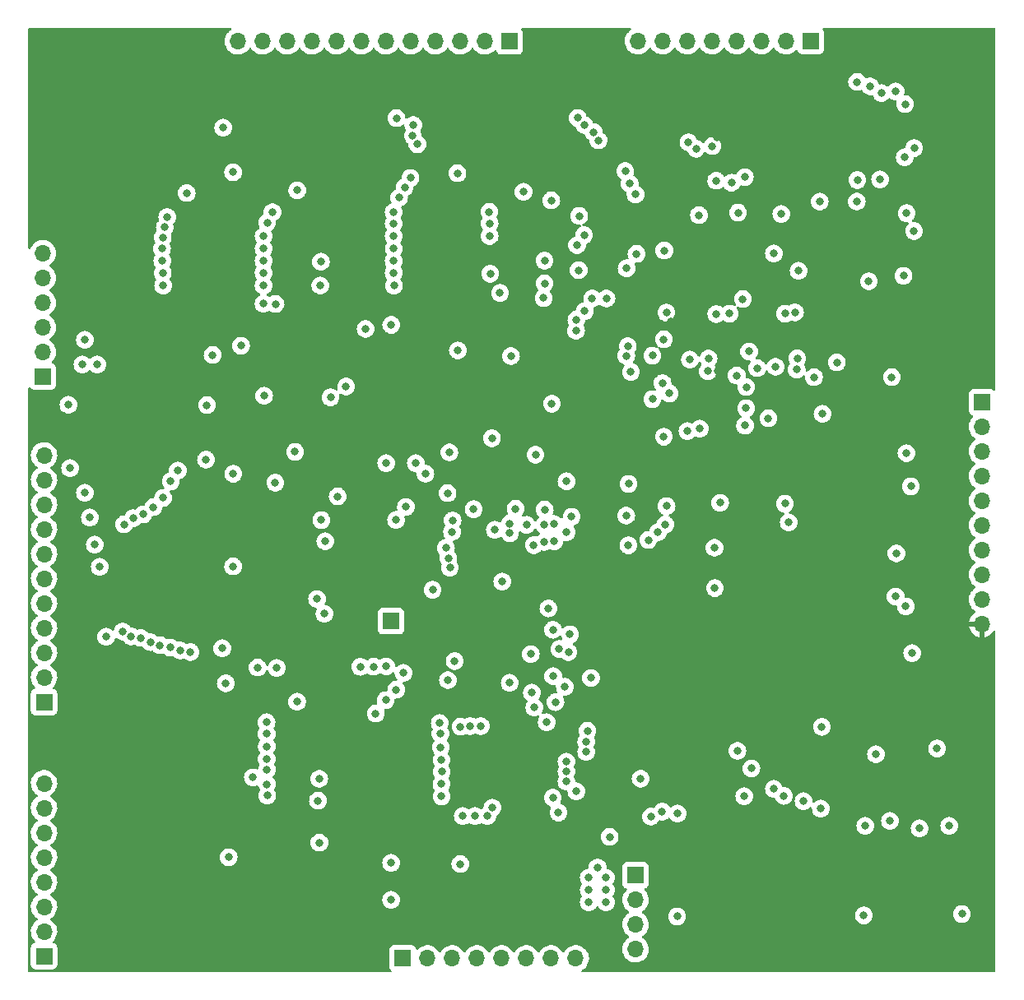
<source format=gbr>
%TF.GenerationSoftware,KiCad,Pcbnew,(6.0.0-0)*%
%TF.CreationDate,2022-02-14T22:32:36-05:00*%
%TF.ProjectId,control-unit,636f6e74-726f-46c2-9d75-6e69742e6b69,rev?*%
%TF.SameCoordinates,Original*%
%TF.FileFunction,Copper,L2,Inr*%
%TF.FilePolarity,Positive*%
%FSLAX46Y46*%
G04 Gerber Fmt 4.6, Leading zero omitted, Abs format (unit mm)*
G04 Created by KiCad (PCBNEW (6.0.0-0)) date 2022-02-14 22:32:36*
%MOMM*%
%LPD*%
G01*
G04 APERTURE LIST*
%TA.AperFunction,ComponentPad*%
%ADD10R,1.700000X1.700000*%
%TD*%
%TA.AperFunction,ComponentPad*%
%ADD11O,1.700000X1.700000*%
%TD*%
%TA.AperFunction,ViaPad*%
%ADD12C,0.800000*%
%TD*%
G04 APERTURE END LIST*
D10*
%TO.N,Net-(U12-Pad22)*%
%TO.C,J9*%
X120142000Y-117348000D03*
%TD*%
%TO.N,Net-(U15-Pad22)*%
%TO.C,J8*%
X145288000Y-143510000D03*
D11*
%TO.N,Net-(U15-Pad21)*%
X145288000Y-146050000D03*
%TO.N,Net-(U15-Pad20)*%
X145288000Y-148590000D03*
%TO.N,Net-(U15-Pad19)*%
X145288000Y-151130000D03*
%TD*%
D10*
%TO.N,~{READ}*%
%TO.C,J1*%
X121356000Y-152077000D03*
D11*
%TO.N,~{WRITE}*%
X123896000Y-152077000D03*
%TO.N,~{IRQ_MASK_PORT_EN}*%
X126436000Y-152077000D03*
%TO.N,~{IO_REQUEST}*%
X128976000Y-152077000D03*
%TO.N,~{CPU_INTERRUPT}*%
X131516000Y-152077000D03*
%TO.N,~{RESET_IN}*%
X134056000Y-152077000D03*
%TO.N,CLOCK*%
X136596000Y-152077000D03*
%TO.N,~{CLOCK}*%
X139136000Y-152077000D03*
%TD*%
D10*
%TO.N,~{LATCH_FLAGS}*%
%TO.C,J3*%
X84446000Y-125675000D03*
D11*
%TO.N,RESTORE_FLAGS*%
X84446000Y-123135000D03*
%TO.N,~{FLAGS_OUT}*%
X84446000Y-120595000D03*
%TO.N,~{LATCH_B}*%
X84446000Y-118055000D03*
%TO.N,~{LATCH_ACCUMULATOR}*%
X84446000Y-115515000D03*
%TO.N,ALU_FUNC_0*%
X84446000Y-112975000D03*
%TO.N,ALU_FUNC_1*%
X84446000Y-110435000D03*
%TO.N,ALU_FUNC_2*%
X84446000Y-107895000D03*
%TO.N,ALU_FUNC_3*%
X84446000Y-105355000D03*
%TO.N,ALU_FUNC_4*%
X84446000Y-102815000D03*
%TO.N,ALU_FUNC_5_EN*%
X84446000Y-100275000D03*
%TD*%
D10*
%TO.N,BUS0*%
%TO.C,J4*%
X180916000Y-94812000D03*
D11*
%TO.N,BUS1*%
X180916000Y-97352000D03*
%TO.N,BUS2*%
X180916000Y-99892000D03*
%TO.N,BUS3*%
X180916000Y-102432000D03*
%TO.N,BUS4*%
X180916000Y-104972000D03*
%TO.N,BUS5*%
X180916000Y-107512000D03*
%TO.N,BUS6*%
X180916000Y-110052000D03*
%TO.N,BUS7*%
X180916000Y-112592000D03*
%TO.N,GND*%
X180916000Y-115132000D03*
%TO.N,VCC*%
X180916000Y-117672000D03*
%TD*%
D10*
%TO.N,JCC_ADR0*%
%TO.C,J5*%
X84328000Y-92167000D03*
D11*
%TO.N,JCC_ADR1*%
X84328000Y-89627000D03*
%TO.N,JCC_ADR2*%
X84328000Y-87087000D03*
%TO.N,JCC_ADR3*%
X84328000Y-84547000D03*
%TO.N,~{JCC_EN}*%
X84328000Y-82007000D03*
%TO.N,JCC_LD_PC_COND*%
X84328000Y-79467000D03*
%TD*%
D10*
%TO.N,~{LATCH_MAR}*%
%TO.C,J6*%
X132319000Y-57658000D03*
D11*
%TO.N,~{LATCH_DATA_SEGMENT}*%
X129779000Y-57658000D03*
%TO.N,~{LATCH_CODE_SEGMENT}*%
X127239000Y-57658000D03*
%TO.N,~{LATCH_STACK_SEGMENT}*%
X124699000Y-57658000D03*
%TO.N,~{DATA_SEGMENT_OUT}*%
X122159000Y-57658000D03*
%TO.N,~{CODE_SEGMENT_OUT}*%
X119619000Y-57658000D03*
%TO.N,~{STACK_SEGMENT_OUT}*%
X117079000Y-57658000D03*
%TO.N,~{USE_DATA_SEGMENT}*%
X114539000Y-57658000D03*
%TO.N,~{USE_CODE_SEGMENT}*%
X111999000Y-57658000D03*
%TO.N,~{USE_STACK_SEGMENT}*%
X109459000Y-57658000D03*
%TO.N,~{MEM_READ}*%
X106919000Y-57658000D03*
%TO.N,~{MEM_WRITE}*%
X104379000Y-57658000D03*
%TD*%
D10*
%TO.N,~{PC_BUS_OUT}*%
%TO.C,J7*%
X163316000Y-57642000D03*
D11*
%TO.N,~{PC_LOAD}*%
X160776000Y-57642000D03*
%TO.N,~{PC_INC}*%
X158236000Y-57642000D03*
%TO.N,~{PC_DEC}*%
X155696000Y-57642000D03*
%TO.N,~{SP_BUS_OUT}*%
X153156000Y-57642000D03*
%TO.N,~{SP_LOAD}*%
X150616000Y-57642000D03*
%TO.N,~{SP_INC}*%
X148076000Y-57642000D03*
%TO.N,~{SP_DEC}*%
X145536000Y-57642000D03*
%TD*%
D10*
%TO.N,~{SOFTWARE_RESET}*%
%TO.C,J2*%
X84446000Y-151832000D03*
D11*
%TO.N,GPR6*%
X84446000Y-149292000D03*
%TO.N,GPR5*%
X84446000Y-146752000D03*
%TO.N,GPR4*%
X84446000Y-144212000D03*
%TO.N,GPR3*%
X84446000Y-141672000D03*
%TO.N,GPR2*%
X84446000Y-139132000D03*
%TO.N,GPR1*%
X84446000Y-136592000D03*
%TO.N,GPR0*%
X84446000Y-134052000D03*
%TD*%
D12*
%TO.N,~{SP_BUS_OUT}*%
X170434000Y-71882000D03*
%TO.N,Net-(U16-Pad5)*%
X162052000Y-81280000D03*
X159512000Y-79502000D03*
%TO.N,~{FLAGS_OUT}*%
X160274000Y-75438000D03*
%TO.N,~{SP_LOAD}*%
X172974000Y-69596000D03*
%TO.N,~{LATCH_MAR}*%
X173946000Y-68652304D03*
%TO.N,~{RESET_IN}*%
X120142000Y-142240000D03*
%TO.N,~{CPU_INTERRUPT}*%
X120142000Y-146050000D03*
%TO.N,INST3*%
X126676999Y-121461001D03*
X121412000Y-122682000D03*
%TO.N,ALU_FUNC_0*%
X90170000Y-111760000D03*
%TO.N,ALU_FUNC_1*%
X89662000Y-109474000D03*
%TO.N,ALU_FUNC_2*%
X89154000Y-106680000D03*
%TO.N,ALU_FUNC_3*%
X88646000Y-104140000D03*
%TO.N,ALU_FUNC_4*%
X87122000Y-101600000D03*
%TO.N,Net-(U12-Pad22)*%
X113284000Y-116586000D03*
%TO.N,JCC_ADR0*%
X89916000Y-90932000D03*
%TO.N,JCC_ADR1*%
X88392000Y-90932000D03*
%TO.N,JCC_ADR2*%
X88646000Y-88392000D03*
%TO.N,MEM1*%
X150622000Y-97790000D03*
X150876000Y-90424000D03*
%TO.N,MEM2*%
X151892000Y-97536000D03*
X152798700Y-90314700D03*
%TO.N,~{RESET_IN}*%
X126403701Y-108169701D03*
X132366599Y-107312710D03*
%TO.N,~{CLOCK}*%
X141385269Y-142710500D03*
%TO.N,~{RESET}*%
X148349220Y-107400511D03*
X125946000Y-104182000D03*
X121663299Y-105584701D03*
X144335831Y-90032999D03*
X144366000Y-81022000D03*
X147017579Y-94505456D03*
X145386000Y-79542000D03*
%TO.N,~{LATCH_ACCUMULATOR}*%
X155166000Y-72212000D03*
X153186803Y-68438943D03*
X148246000Y-79192000D03*
%TO.N,~{LATCH_B}*%
X145286000Y-73412000D03*
X90826000Y-118952000D03*
%TO.N,~{FLAGS_OUT}*%
X106416000Y-122132000D03*
%TO.N,RESTORE_FLAGS*%
X150727400Y-68066500D03*
%TO.N,~{LATCH_FLAGS}*%
X151520903Y-68717829D03*
%TO.N,JCC_LD_PC_COND*%
X86956000Y-95072000D03*
%TO.N,INSTRUCTION_4*%
X138709445Y-106597500D03*
X144329107Y-106485107D03*
%TO.N,INSTRUCTION_0*%
X160646000Y-105262000D03*
X147574000Y-108204000D03*
%TO.N,GND*%
X112856000Y-82792000D03*
X155766000Y-130702000D03*
X148066000Y-92842000D03*
X161036000Y-107188000D03*
X126136000Y-99971873D03*
X127256000Y-142352000D03*
X133766000Y-73152000D03*
X171646000Y-92232000D03*
X153986000Y-105162000D03*
X144546000Y-109546500D03*
X126021304Y-110857883D03*
X149558151Y-147749500D03*
X173166000Y-75352000D03*
X135926000Y-82582999D03*
X102776000Y-120142000D03*
X112928133Y-80346500D03*
X103906000Y-102182000D03*
X126966000Y-71242000D03*
X164446000Y-128232000D03*
X132334000Y-123698000D03*
X107076000Y-94142000D03*
X112966000Y-106952000D03*
X151806000Y-75562000D03*
X110486000Y-72992000D03*
X102870000Y-66548000D03*
X155696000Y-92062000D03*
X148476000Y-105502000D03*
X103886000Y-111712000D03*
X178853500Y-147495500D03*
X122682000Y-101092000D03*
X172121500Y-110374086D03*
X156526000Y-71642000D03*
X138186000Y-102952000D03*
X153406000Y-109792000D03*
X125986000Y-123422000D03*
X103136000Y-123752000D03*
X112753300Y-133576500D03*
X104706000Y-89002000D03*
X134816000Y-109522000D03*
X135926000Y-80232000D03*
X119634000Y-101092000D03*
X103436000Y-141662000D03*
X168758651Y-147646000D03*
X103886000Y-71142000D03*
X176296000Y-130462000D03*
X127006000Y-89482000D03*
X110266000Y-99922000D03*
X110476000Y-125642000D03*
X137360189Y-137060478D03*
X112614978Y-135837500D03*
X163646000Y-92242000D03*
%TO.N,VCC*%
X153426000Y-102692000D03*
X154696000Y-132552000D03*
X140684789Y-108097500D03*
X107716000Y-97746500D03*
X148926000Y-86472000D03*
X131086000Y-123622000D03*
X109356000Y-123702000D03*
X142826000Y-105582000D03*
X151426000Y-108022000D03*
X119576000Y-103062000D03*
X169376000Y-91262000D03*
X156806000Y-124892000D03*
X165336000Y-86032000D03*
X128326000Y-103512000D03*
X153670000Y-67564000D03*
X150085468Y-102782062D03*
X102406000Y-94202000D03*
X107696000Y-71112000D03*
X130826000Y-71052000D03*
X108458000Y-66692000D03*
X169726000Y-124582000D03*
X145495747Y-69107753D03*
X141996000Y-86682000D03*
X153753723Y-91602385D03*
X153316000Y-124122000D03*
X142876000Y-108092000D03*
X140556000Y-105592000D03*
X146448805Y-105001115D03*
X144176000Y-130812000D03*
X157866000Y-85842000D03*
X143206000Y-125112000D03*
X108286000Y-120122000D03*
%TO.N,~{JCC_EN}*%
X101781222Y-89947032D03*
X132471500Y-90062000D03*
%TO.N,~{SP_BUS_OUT}*%
X170576000Y-62982000D03*
%TO.N,~{SP_LOAD}*%
X173016000Y-64132000D03*
%TO.N,~{PC_BUS_OUT}*%
X168046000Y-74142000D03*
X172036000Y-62822000D03*
%TO.N,~{PC_LOAD}*%
X134076000Y-107442000D03*
X134996000Y-100222000D03*
X136674425Y-94967500D03*
X126196000Y-111842000D03*
X136620606Y-74032795D03*
%TO.N,~{PC_INC}*%
X168076000Y-61837989D03*
X168106000Y-71932000D03*
%TO.N,~{PC_DEC}*%
X164236000Y-74152000D03*
X169416000Y-62287500D03*
%TO.N,~{RESET_STEP_COUNTER}*%
X144686000Y-72322000D03*
X135836000Y-84092000D03*
%TO.N,Net-(U2-Pad1)*%
X170016000Y-131052000D03*
X157206000Y-132512000D03*
%TO.N,Net-(D14-Pad2)*%
X146600010Y-109008728D03*
X138176000Y-108204000D03*
%TO.N,Net-(U1-Pad9)*%
X155819937Y-75293878D03*
X172856000Y-81802000D03*
X173150500Y-100064168D03*
X172036000Y-114822000D03*
%TO.N,~{TRIGGER_RESET_STEP}*%
X144232026Y-71016500D03*
X130518273Y-98522872D03*
%TO.N,MEM0*%
X148771500Y-93912333D03*
X158946000Y-96462000D03*
X148197327Y-98369531D03*
%TO.N,~{SPR_FLAGS_ACC_B_EN}*%
X153586000Y-72012000D03*
X131346000Y-83562000D03*
%TO.N,MEM2*%
X156966000Y-89592000D03*
X165996000Y-90722000D03*
%TO.N,~{SEGMENT_REGISTER_EN}*%
X156548019Y-97208618D03*
X152725299Y-91631299D03*
%TO.N,~{LATCH_MAR}*%
X173926489Y-77181511D03*
%TO.N,/~{WR_STACK}*%
X156676000Y-93262000D03*
X156666000Y-95432000D03*
%TO.N,/~{WR_DATA}*%
X164516000Y-96006011D03*
X161923700Y-90299700D03*
%TO.N,~{USE_CODE_SEGMENT}*%
X139271500Y-78642000D03*
X161685668Y-85562121D03*
%TO.N,Net-(U10-Pad4)*%
X169276000Y-82362000D03*
X124417297Y-114126500D03*
%TO.N,SPR_FLAGS_ACC_B_CNTL_3*%
X139336000Y-65542000D03*
X120697128Y-65566500D03*
%TO.N,SPR_FLAGS_ACC_B_CNTL_2*%
X122428000Y-66266500D03*
X140029603Y-66271510D03*
%TO.N,SPR_FLAGS_ACC_B_CNTL_1*%
X122370535Y-67376064D03*
X140959340Y-66996010D03*
%TO.N,SPR_FLAGS_ACC_B_CNTL_0*%
X141468447Y-67856135D03*
X122840245Y-68258322D03*
%TO.N,~{USE_STACK_SEGMENT}*%
X156316000Y-84192000D03*
X139996000Y-77602000D03*
X159686000Y-91162000D03*
X157796000Y-91312000D03*
%TO.N,~{USE_DATA_SEGMENT}*%
X161866822Y-91455521D03*
X139166000Y-87452000D03*
%TO.N,~{MEM_READ}*%
X160666000Y-85702000D03*
X139496000Y-75632000D03*
%TO.N,Net-(U18-Pad11)*%
X173600500Y-103482000D03*
X173076000Y-115832000D03*
%TO.N,~{LATCH_STACK_SEGMENT}*%
X140818864Y-84139126D03*
X142296000Y-84139126D03*
%TO.N,Net-(U13-Pad10)*%
X147016000Y-90012000D03*
X144491675Y-89045721D03*
%TO.N,Net-(U13-Pad14)*%
X148196000Y-88347989D03*
X144806000Y-91692000D03*
%TO.N,~{STACK_SEGMENT_OUT}*%
X139436000Y-81222000D03*
X154946000Y-85692000D03*
%TO.N,~{DATA_SEGMENT_OUT}*%
X153586000Y-85732000D03*
X140056000Y-85432000D03*
%TO.N,~{CODE_SEGMENT_OUT}*%
X139206000Y-86302000D03*
X148459337Y-85588127D03*
%TO.N,~{INSTRUCTION_REG_IN}*%
X173736000Y-120650000D03*
X112527003Y-115067003D03*
%TO.N,INST7*%
X130276000Y-77712000D03*
X114646000Y-104512000D03*
X120966000Y-73752000D03*
X140701812Y-123210062D03*
X115516000Y-93192000D03*
X116976000Y-122052000D03*
X136906000Y-109142000D03*
X136906000Y-107342000D03*
X127276000Y-128212000D03*
X117516000Y-87262000D03*
X118566000Y-126872000D03*
X136322871Y-116040500D03*
%TO.N,INST2*%
X142240000Y-143764000D03*
X107326000Y-127762000D03*
X140462000Y-143764000D03*
X98446000Y-120362000D03*
X107936631Y-75241321D03*
X97110181Y-75741478D03*
X130048000Y-137414000D03*
X125146000Y-127832000D03*
X120406000Y-75232000D03*
X136812549Y-123012253D03*
X98205000Y-101852000D03*
X146870849Y-137472849D03*
%TO.N,INST1*%
X107346000Y-128952000D03*
X148023104Y-136956298D03*
X142240000Y-145034000D03*
X125216000Y-128932000D03*
X97416000Y-120072000D03*
X107395123Y-76338278D03*
X128778000Y-137414000D03*
X140462000Y-145034000D03*
X97480500Y-102961526D03*
X120406000Y-76422000D03*
X138013700Y-124114298D03*
X96866000Y-76782000D03*
%TO.N,INST0*%
X96656000Y-77852000D03*
X107021500Y-77722000D03*
X127508000Y-137414000D03*
X96690500Y-104657959D03*
X96377661Y-119846292D03*
X142240000Y-146304000D03*
X107356000Y-130242000D03*
X137047089Y-125692500D03*
X125246000Y-130342000D03*
X149606000Y-137160000D03*
X120406000Y-77722000D03*
X140462000Y-146304000D03*
%TO.N,STEP3*%
X96576000Y-78992000D03*
X138176000Y-131826000D03*
X125326000Y-131632000D03*
X107021500Y-78992000D03*
X120416000Y-79012000D03*
X107346000Y-131552000D03*
X95691500Y-105622200D03*
X168910000Y-138430000D03*
X164338000Y-136652000D03*
X95386000Y-119512000D03*
%TO.N,STEP2*%
X138176000Y-132842000D03*
X94661500Y-106362000D03*
X94396000Y-119072000D03*
X107381110Y-132627500D03*
X162560000Y-135890000D03*
X96606000Y-80262000D03*
X107021500Y-80252000D03*
X171450000Y-137922000D03*
X120396000Y-80272000D03*
X125346000Y-132852000D03*
%TO.N,STEP1*%
X93606000Y-106762000D03*
X160542448Y-135344500D03*
X93396147Y-118923779D03*
X138176000Y-133858000D03*
X120406000Y-81492000D03*
X174498000Y-138684000D03*
X96656000Y-81512000D03*
X125326000Y-134112000D03*
X107021500Y-81502000D03*
X107384731Y-134146500D03*
%TO.N,STEP0*%
X156464000Y-135382000D03*
X159512000Y-134620000D03*
X92533300Y-118419300D03*
X107021500Y-82802000D03*
X136780400Y-135527600D03*
X96696000Y-82802000D03*
X125336000Y-135392000D03*
X120446000Y-82812000D03*
X107406000Y-135312000D03*
X177546000Y-138430000D03*
X142625299Y-139568701D03*
X92677879Y-107397719D03*
%TO.N,INST5*%
X130276000Y-76412000D03*
X121536000Y-72672000D03*
X108256000Y-84692000D03*
X138546000Y-118722000D03*
X119586000Y-125482000D03*
X138384811Y-120543235D03*
X128273672Y-128151535D03*
X108226000Y-103092000D03*
X118346000Y-122032000D03*
X140208000Y-130810000D03*
X136144000Y-127762000D03*
%TO.N,INST6*%
X144566000Y-103212000D03*
X108376000Y-122172000D03*
X135943364Y-105868008D03*
X120156000Y-86852000D03*
X135886000Y-109192000D03*
X113921500Y-94310572D03*
X105926000Y-133436500D03*
X139192000Y-134874000D03*
X135886000Y-107452000D03*
X130559867Y-136555514D03*
X130346000Y-81582000D03*
X134511553Y-120736500D03*
X113366000Y-109122000D03*
%TO.N,INST4*%
X120666000Y-124412000D03*
X129366000Y-128152000D03*
X122136000Y-71722000D03*
X140208000Y-129794000D03*
X101206000Y-95112000D03*
X119636000Y-122012000D03*
X130246000Y-75212000D03*
X107016000Y-84662000D03*
X137439270Y-120219263D03*
X136796000Y-118242000D03*
X134874000Y-126238000D03*
%TO.N,INST3*%
X140335000Y-128651000D03*
X134620000Y-124714000D03*
X101104639Y-100723459D03*
X99126000Y-73282000D03*
X99496000Y-120532000D03*
%TO.N,~{CLOCK}*%
X145806000Y-133582000D03*
%TO.N,~{SOFTWARE_RESET}*%
X112766000Y-140162000D03*
X128626000Y-105832000D03*
X132946500Y-105776166D03*
X123676000Y-102162000D03*
%TO.N,~{INTERRUPT_HANDLER_EN}*%
X125786000Y-109812000D03*
X132346000Y-108312000D03*
X130810000Y-107950000D03*
%TO.N,Net-(U19-Pad2)*%
X153446000Y-113952000D03*
X131576000Y-113282000D03*
%TO.N,Net-(U10-Pad3)*%
X120650000Y-106934000D03*
X126476000Y-106982000D03*
%TD*%
%TA.AperFunction,Conductor*%
%TO.N,VCC*%
G36*
X103665898Y-56285002D02*
G01*
X103712391Y-56338658D01*
X103722495Y-56408932D01*
X103693001Y-56473512D01*
X103661134Y-56498676D01*
X103661568Y-56499365D01*
X103657195Y-56502119D01*
X103652607Y-56504507D01*
X103648474Y-56507610D01*
X103648471Y-56507612D01*
X103495275Y-56622635D01*
X103473965Y-56638635D01*
X103439897Y-56674285D01*
X103330836Y-56788411D01*
X103319629Y-56800138D01*
X103316720Y-56804403D01*
X103316714Y-56804411D01*
X103309752Y-56814617D01*
X103193743Y-56984680D01*
X103146716Y-57085992D01*
X103104798Y-57176297D01*
X103099688Y-57187305D01*
X103039989Y-57402570D01*
X103016251Y-57624695D01*
X103029110Y-57847715D01*
X103030247Y-57852761D01*
X103030248Y-57852767D01*
X103054304Y-57959508D01*
X103078222Y-58065639D01*
X103162266Y-58272616D01*
X103199685Y-58333678D01*
X103276291Y-58458688D01*
X103278987Y-58463088D01*
X103425250Y-58631938D01*
X103597126Y-58774632D01*
X103790000Y-58887338D01*
X103998692Y-58967030D01*
X104003760Y-58968061D01*
X104003763Y-58968062D01*
X104111017Y-58989883D01*
X104217597Y-59011567D01*
X104222772Y-59011757D01*
X104222774Y-59011757D01*
X104435673Y-59019564D01*
X104435677Y-59019564D01*
X104440837Y-59019753D01*
X104445957Y-59019097D01*
X104445959Y-59019097D01*
X104657288Y-58992025D01*
X104657289Y-58992025D01*
X104662416Y-58991368D01*
X104667366Y-58989883D01*
X104871429Y-58928661D01*
X104871434Y-58928659D01*
X104876384Y-58927174D01*
X105076994Y-58828896D01*
X105258860Y-58699173D01*
X105417096Y-58541489D01*
X105476594Y-58458689D01*
X105547453Y-58360077D01*
X105548776Y-58361028D01*
X105595645Y-58317857D01*
X105665580Y-58305625D01*
X105731026Y-58333144D01*
X105758875Y-58364994D01*
X105818987Y-58463088D01*
X105965250Y-58631938D01*
X106137126Y-58774632D01*
X106330000Y-58887338D01*
X106538692Y-58967030D01*
X106543760Y-58968061D01*
X106543763Y-58968062D01*
X106651017Y-58989883D01*
X106757597Y-59011567D01*
X106762772Y-59011757D01*
X106762774Y-59011757D01*
X106975673Y-59019564D01*
X106975677Y-59019564D01*
X106980837Y-59019753D01*
X106985957Y-59019097D01*
X106985959Y-59019097D01*
X107197288Y-58992025D01*
X107197289Y-58992025D01*
X107202416Y-58991368D01*
X107207366Y-58989883D01*
X107411429Y-58928661D01*
X107411434Y-58928659D01*
X107416384Y-58927174D01*
X107616994Y-58828896D01*
X107798860Y-58699173D01*
X107957096Y-58541489D01*
X108016594Y-58458689D01*
X108087453Y-58360077D01*
X108088776Y-58361028D01*
X108135645Y-58317857D01*
X108205580Y-58305625D01*
X108271026Y-58333144D01*
X108298875Y-58364994D01*
X108358987Y-58463088D01*
X108505250Y-58631938D01*
X108677126Y-58774632D01*
X108870000Y-58887338D01*
X109078692Y-58967030D01*
X109083760Y-58968061D01*
X109083763Y-58968062D01*
X109191017Y-58989883D01*
X109297597Y-59011567D01*
X109302772Y-59011757D01*
X109302774Y-59011757D01*
X109515673Y-59019564D01*
X109515677Y-59019564D01*
X109520837Y-59019753D01*
X109525957Y-59019097D01*
X109525959Y-59019097D01*
X109737288Y-58992025D01*
X109737289Y-58992025D01*
X109742416Y-58991368D01*
X109747366Y-58989883D01*
X109951429Y-58928661D01*
X109951434Y-58928659D01*
X109956384Y-58927174D01*
X110156994Y-58828896D01*
X110338860Y-58699173D01*
X110497096Y-58541489D01*
X110556594Y-58458689D01*
X110627453Y-58360077D01*
X110628776Y-58361028D01*
X110675645Y-58317857D01*
X110745580Y-58305625D01*
X110811026Y-58333144D01*
X110838875Y-58364994D01*
X110898987Y-58463088D01*
X111045250Y-58631938D01*
X111217126Y-58774632D01*
X111410000Y-58887338D01*
X111618692Y-58967030D01*
X111623760Y-58968061D01*
X111623763Y-58968062D01*
X111731017Y-58989883D01*
X111837597Y-59011567D01*
X111842772Y-59011757D01*
X111842774Y-59011757D01*
X112055673Y-59019564D01*
X112055677Y-59019564D01*
X112060837Y-59019753D01*
X112065957Y-59019097D01*
X112065959Y-59019097D01*
X112277288Y-58992025D01*
X112277289Y-58992025D01*
X112282416Y-58991368D01*
X112287366Y-58989883D01*
X112491429Y-58928661D01*
X112491434Y-58928659D01*
X112496384Y-58927174D01*
X112696994Y-58828896D01*
X112878860Y-58699173D01*
X113037096Y-58541489D01*
X113096594Y-58458689D01*
X113167453Y-58360077D01*
X113168776Y-58361028D01*
X113215645Y-58317857D01*
X113285580Y-58305625D01*
X113351026Y-58333144D01*
X113378875Y-58364994D01*
X113438987Y-58463088D01*
X113585250Y-58631938D01*
X113757126Y-58774632D01*
X113950000Y-58887338D01*
X114158692Y-58967030D01*
X114163760Y-58968061D01*
X114163763Y-58968062D01*
X114271017Y-58989883D01*
X114377597Y-59011567D01*
X114382772Y-59011757D01*
X114382774Y-59011757D01*
X114595673Y-59019564D01*
X114595677Y-59019564D01*
X114600837Y-59019753D01*
X114605957Y-59019097D01*
X114605959Y-59019097D01*
X114817288Y-58992025D01*
X114817289Y-58992025D01*
X114822416Y-58991368D01*
X114827366Y-58989883D01*
X115031429Y-58928661D01*
X115031434Y-58928659D01*
X115036384Y-58927174D01*
X115236994Y-58828896D01*
X115418860Y-58699173D01*
X115577096Y-58541489D01*
X115636594Y-58458689D01*
X115707453Y-58360077D01*
X115708776Y-58361028D01*
X115755645Y-58317857D01*
X115825580Y-58305625D01*
X115891026Y-58333144D01*
X115918875Y-58364994D01*
X115978987Y-58463088D01*
X116125250Y-58631938D01*
X116297126Y-58774632D01*
X116490000Y-58887338D01*
X116698692Y-58967030D01*
X116703760Y-58968061D01*
X116703763Y-58968062D01*
X116811017Y-58989883D01*
X116917597Y-59011567D01*
X116922772Y-59011757D01*
X116922774Y-59011757D01*
X117135673Y-59019564D01*
X117135677Y-59019564D01*
X117140837Y-59019753D01*
X117145957Y-59019097D01*
X117145959Y-59019097D01*
X117357288Y-58992025D01*
X117357289Y-58992025D01*
X117362416Y-58991368D01*
X117367366Y-58989883D01*
X117571429Y-58928661D01*
X117571434Y-58928659D01*
X117576384Y-58927174D01*
X117776994Y-58828896D01*
X117958860Y-58699173D01*
X118117096Y-58541489D01*
X118176594Y-58458689D01*
X118247453Y-58360077D01*
X118248776Y-58361028D01*
X118295645Y-58317857D01*
X118365580Y-58305625D01*
X118431026Y-58333144D01*
X118458875Y-58364994D01*
X118518987Y-58463088D01*
X118665250Y-58631938D01*
X118837126Y-58774632D01*
X119030000Y-58887338D01*
X119238692Y-58967030D01*
X119243760Y-58968061D01*
X119243763Y-58968062D01*
X119351017Y-58989883D01*
X119457597Y-59011567D01*
X119462772Y-59011757D01*
X119462774Y-59011757D01*
X119675673Y-59019564D01*
X119675677Y-59019564D01*
X119680837Y-59019753D01*
X119685957Y-59019097D01*
X119685959Y-59019097D01*
X119897288Y-58992025D01*
X119897289Y-58992025D01*
X119902416Y-58991368D01*
X119907366Y-58989883D01*
X120111429Y-58928661D01*
X120111434Y-58928659D01*
X120116384Y-58927174D01*
X120316994Y-58828896D01*
X120498860Y-58699173D01*
X120657096Y-58541489D01*
X120716594Y-58458689D01*
X120787453Y-58360077D01*
X120788776Y-58361028D01*
X120835645Y-58317857D01*
X120905580Y-58305625D01*
X120971026Y-58333144D01*
X120998875Y-58364994D01*
X121058987Y-58463088D01*
X121205250Y-58631938D01*
X121377126Y-58774632D01*
X121570000Y-58887338D01*
X121778692Y-58967030D01*
X121783760Y-58968061D01*
X121783763Y-58968062D01*
X121891017Y-58989883D01*
X121997597Y-59011567D01*
X122002772Y-59011757D01*
X122002774Y-59011757D01*
X122215673Y-59019564D01*
X122215677Y-59019564D01*
X122220837Y-59019753D01*
X122225957Y-59019097D01*
X122225959Y-59019097D01*
X122437288Y-58992025D01*
X122437289Y-58992025D01*
X122442416Y-58991368D01*
X122447366Y-58989883D01*
X122651429Y-58928661D01*
X122651434Y-58928659D01*
X122656384Y-58927174D01*
X122856994Y-58828896D01*
X123038860Y-58699173D01*
X123197096Y-58541489D01*
X123256594Y-58458689D01*
X123327453Y-58360077D01*
X123328776Y-58361028D01*
X123375645Y-58317857D01*
X123445580Y-58305625D01*
X123511026Y-58333144D01*
X123538875Y-58364994D01*
X123598987Y-58463088D01*
X123745250Y-58631938D01*
X123917126Y-58774632D01*
X124110000Y-58887338D01*
X124318692Y-58967030D01*
X124323760Y-58968061D01*
X124323763Y-58968062D01*
X124431017Y-58989883D01*
X124537597Y-59011567D01*
X124542772Y-59011757D01*
X124542774Y-59011757D01*
X124755673Y-59019564D01*
X124755677Y-59019564D01*
X124760837Y-59019753D01*
X124765957Y-59019097D01*
X124765959Y-59019097D01*
X124977288Y-58992025D01*
X124977289Y-58992025D01*
X124982416Y-58991368D01*
X124987366Y-58989883D01*
X125191429Y-58928661D01*
X125191434Y-58928659D01*
X125196384Y-58927174D01*
X125396994Y-58828896D01*
X125578860Y-58699173D01*
X125737096Y-58541489D01*
X125796594Y-58458689D01*
X125867453Y-58360077D01*
X125868776Y-58361028D01*
X125915645Y-58317857D01*
X125985580Y-58305625D01*
X126051026Y-58333144D01*
X126078875Y-58364994D01*
X126138987Y-58463088D01*
X126285250Y-58631938D01*
X126457126Y-58774632D01*
X126650000Y-58887338D01*
X126858692Y-58967030D01*
X126863760Y-58968061D01*
X126863763Y-58968062D01*
X126971017Y-58989883D01*
X127077597Y-59011567D01*
X127082772Y-59011757D01*
X127082774Y-59011757D01*
X127295673Y-59019564D01*
X127295677Y-59019564D01*
X127300837Y-59019753D01*
X127305957Y-59019097D01*
X127305959Y-59019097D01*
X127517288Y-58992025D01*
X127517289Y-58992025D01*
X127522416Y-58991368D01*
X127527366Y-58989883D01*
X127731429Y-58928661D01*
X127731434Y-58928659D01*
X127736384Y-58927174D01*
X127936994Y-58828896D01*
X128118860Y-58699173D01*
X128277096Y-58541489D01*
X128336594Y-58458689D01*
X128407453Y-58360077D01*
X128408776Y-58361028D01*
X128455645Y-58317857D01*
X128525580Y-58305625D01*
X128591026Y-58333144D01*
X128618875Y-58364994D01*
X128678987Y-58463088D01*
X128825250Y-58631938D01*
X128997126Y-58774632D01*
X129190000Y-58887338D01*
X129398692Y-58967030D01*
X129403760Y-58968061D01*
X129403763Y-58968062D01*
X129511017Y-58989883D01*
X129617597Y-59011567D01*
X129622772Y-59011757D01*
X129622774Y-59011757D01*
X129835673Y-59019564D01*
X129835677Y-59019564D01*
X129840837Y-59019753D01*
X129845957Y-59019097D01*
X129845959Y-59019097D01*
X130057288Y-58992025D01*
X130057289Y-58992025D01*
X130062416Y-58991368D01*
X130067366Y-58989883D01*
X130271429Y-58928661D01*
X130271434Y-58928659D01*
X130276384Y-58927174D01*
X130476994Y-58828896D01*
X130658860Y-58699173D01*
X130767091Y-58591319D01*
X130829462Y-58557404D01*
X130900268Y-58562592D01*
X130957030Y-58605238D01*
X130974012Y-58636341D01*
X131018385Y-58754705D01*
X131105739Y-58871261D01*
X131222295Y-58958615D01*
X131358684Y-59009745D01*
X131420866Y-59016500D01*
X133217134Y-59016500D01*
X133279316Y-59009745D01*
X133415705Y-58958615D01*
X133532261Y-58871261D01*
X133619615Y-58754705D01*
X133670745Y-58618316D01*
X133677500Y-58556134D01*
X133677500Y-56759866D01*
X133670745Y-56697684D01*
X133619615Y-56561295D01*
X133590614Y-56522598D01*
X133548619Y-56466565D01*
X133523771Y-56400058D01*
X133538824Y-56330676D01*
X133588998Y-56280446D01*
X133649445Y-56265000D01*
X144729621Y-56265000D01*
X144797742Y-56285002D01*
X144844235Y-56338658D01*
X144854339Y-56408932D01*
X144824845Y-56473512D01*
X144805274Y-56491760D01*
X144701464Y-56569703D01*
X144630965Y-56622635D01*
X144581607Y-56674285D01*
X144496559Y-56763283D01*
X144476629Y-56784138D01*
X144473720Y-56788403D01*
X144473714Y-56788411D01*
X144447884Y-56826277D01*
X144350743Y-56968680D01*
X144256688Y-57171305D01*
X144196989Y-57386570D01*
X144173251Y-57608695D01*
X144173548Y-57613848D01*
X144173548Y-57613851D01*
X144174471Y-57629851D01*
X144186110Y-57831715D01*
X144187247Y-57836761D01*
X144187248Y-57836767D01*
X144190854Y-57852767D01*
X144235222Y-58049639D01*
X144319266Y-58256616D01*
X144370942Y-58340944D01*
X144433291Y-58442688D01*
X144435987Y-58447088D01*
X144582250Y-58615938D01*
X144754126Y-58758632D01*
X144947000Y-58871338D01*
X144951825Y-58873180D01*
X144951826Y-58873181D01*
X144988900Y-58887338D01*
X145155692Y-58951030D01*
X145160760Y-58952061D01*
X145160763Y-58952062D01*
X145234334Y-58967030D01*
X145374597Y-58995567D01*
X145379772Y-58995757D01*
X145379774Y-58995757D01*
X145592673Y-59003564D01*
X145592677Y-59003564D01*
X145597837Y-59003753D01*
X145602957Y-59003097D01*
X145602959Y-59003097D01*
X145814288Y-58976025D01*
X145814289Y-58976025D01*
X145819416Y-58975368D01*
X145847208Y-58967030D01*
X146028429Y-58912661D01*
X146028434Y-58912659D01*
X146033384Y-58911174D01*
X146233994Y-58812896D01*
X146415860Y-58683173D01*
X146574096Y-58525489D01*
X146618936Y-58463088D01*
X146704453Y-58344077D01*
X146705776Y-58345028D01*
X146752645Y-58301857D01*
X146822580Y-58289625D01*
X146888026Y-58317144D01*
X146915875Y-58348994D01*
X146925680Y-58364994D01*
X146975987Y-58447088D01*
X147122250Y-58615938D01*
X147294126Y-58758632D01*
X147487000Y-58871338D01*
X147491825Y-58873180D01*
X147491826Y-58873181D01*
X147528900Y-58887338D01*
X147695692Y-58951030D01*
X147700760Y-58952061D01*
X147700763Y-58952062D01*
X147774334Y-58967030D01*
X147914597Y-58995567D01*
X147919772Y-58995757D01*
X147919774Y-58995757D01*
X148132673Y-59003564D01*
X148132677Y-59003564D01*
X148137837Y-59003753D01*
X148142957Y-59003097D01*
X148142959Y-59003097D01*
X148354288Y-58976025D01*
X148354289Y-58976025D01*
X148359416Y-58975368D01*
X148387208Y-58967030D01*
X148568429Y-58912661D01*
X148568434Y-58912659D01*
X148573384Y-58911174D01*
X148773994Y-58812896D01*
X148955860Y-58683173D01*
X149114096Y-58525489D01*
X149158936Y-58463088D01*
X149244453Y-58344077D01*
X149245776Y-58345028D01*
X149292645Y-58301857D01*
X149362580Y-58289625D01*
X149428026Y-58317144D01*
X149455875Y-58348994D01*
X149465680Y-58364994D01*
X149515987Y-58447088D01*
X149662250Y-58615938D01*
X149834126Y-58758632D01*
X150027000Y-58871338D01*
X150031825Y-58873180D01*
X150031826Y-58873181D01*
X150068900Y-58887338D01*
X150235692Y-58951030D01*
X150240760Y-58952061D01*
X150240763Y-58952062D01*
X150314334Y-58967030D01*
X150454597Y-58995567D01*
X150459772Y-58995757D01*
X150459774Y-58995757D01*
X150672673Y-59003564D01*
X150672677Y-59003564D01*
X150677837Y-59003753D01*
X150682957Y-59003097D01*
X150682959Y-59003097D01*
X150894288Y-58976025D01*
X150894289Y-58976025D01*
X150899416Y-58975368D01*
X150927208Y-58967030D01*
X151108429Y-58912661D01*
X151108434Y-58912659D01*
X151113384Y-58911174D01*
X151313994Y-58812896D01*
X151495860Y-58683173D01*
X151654096Y-58525489D01*
X151698936Y-58463088D01*
X151784453Y-58344077D01*
X151785776Y-58345028D01*
X151832645Y-58301857D01*
X151902580Y-58289625D01*
X151968026Y-58317144D01*
X151995875Y-58348994D01*
X152005680Y-58364994D01*
X152055987Y-58447088D01*
X152202250Y-58615938D01*
X152374126Y-58758632D01*
X152567000Y-58871338D01*
X152571825Y-58873180D01*
X152571826Y-58873181D01*
X152608900Y-58887338D01*
X152775692Y-58951030D01*
X152780760Y-58952061D01*
X152780763Y-58952062D01*
X152854334Y-58967030D01*
X152994597Y-58995567D01*
X152999772Y-58995757D01*
X152999774Y-58995757D01*
X153212673Y-59003564D01*
X153212677Y-59003564D01*
X153217837Y-59003753D01*
X153222957Y-59003097D01*
X153222959Y-59003097D01*
X153434288Y-58976025D01*
X153434289Y-58976025D01*
X153439416Y-58975368D01*
X153467208Y-58967030D01*
X153648429Y-58912661D01*
X153648434Y-58912659D01*
X153653384Y-58911174D01*
X153853994Y-58812896D01*
X154035860Y-58683173D01*
X154194096Y-58525489D01*
X154238936Y-58463088D01*
X154324453Y-58344077D01*
X154325776Y-58345028D01*
X154372645Y-58301857D01*
X154442580Y-58289625D01*
X154508026Y-58317144D01*
X154535875Y-58348994D01*
X154545680Y-58364994D01*
X154595987Y-58447088D01*
X154742250Y-58615938D01*
X154914126Y-58758632D01*
X155107000Y-58871338D01*
X155111825Y-58873180D01*
X155111826Y-58873181D01*
X155148900Y-58887338D01*
X155315692Y-58951030D01*
X155320760Y-58952061D01*
X155320763Y-58952062D01*
X155394334Y-58967030D01*
X155534597Y-58995567D01*
X155539772Y-58995757D01*
X155539774Y-58995757D01*
X155752673Y-59003564D01*
X155752677Y-59003564D01*
X155757837Y-59003753D01*
X155762957Y-59003097D01*
X155762959Y-59003097D01*
X155974288Y-58976025D01*
X155974289Y-58976025D01*
X155979416Y-58975368D01*
X156007208Y-58967030D01*
X156188429Y-58912661D01*
X156188434Y-58912659D01*
X156193384Y-58911174D01*
X156393994Y-58812896D01*
X156575860Y-58683173D01*
X156734096Y-58525489D01*
X156778936Y-58463088D01*
X156864453Y-58344077D01*
X156865776Y-58345028D01*
X156912645Y-58301857D01*
X156982580Y-58289625D01*
X157048026Y-58317144D01*
X157075875Y-58348994D01*
X157085680Y-58364994D01*
X157135987Y-58447088D01*
X157282250Y-58615938D01*
X157454126Y-58758632D01*
X157647000Y-58871338D01*
X157651825Y-58873180D01*
X157651826Y-58873181D01*
X157688900Y-58887338D01*
X157855692Y-58951030D01*
X157860760Y-58952061D01*
X157860763Y-58952062D01*
X157934334Y-58967030D01*
X158074597Y-58995567D01*
X158079772Y-58995757D01*
X158079774Y-58995757D01*
X158292673Y-59003564D01*
X158292677Y-59003564D01*
X158297837Y-59003753D01*
X158302957Y-59003097D01*
X158302959Y-59003097D01*
X158514288Y-58976025D01*
X158514289Y-58976025D01*
X158519416Y-58975368D01*
X158547208Y-58967030D01*
X158728429Y-58912661D01*
X158728434Y-58912659D01*
X158733384Y-58911174D01*
X158933994Y-58812896D01*
X159115860Y-58683173D01*
X159274096Y-58525489D01*
X159318936Y-58463088D01*
X159404453Y-58344077D01*
X159405776Y-58345028D01*
X159452645Y-58301857D01*
X159522580Y-58289625D01*
X159588026Y-58317144D01*
X159615875Y-58348994D01*
X159625680Y-58364994D01*
X159675987Y-58447088D01*
X159822250Y-58615938D01*
X159994126Y-58758632D01*
X160187000Y-58871338D01*
X160191825Y-58873180D01*
X160191826Y-58873181D01*
X160228900Y-58887338D01*
X160395692Y-58951030D01*
X160400760Y-58952061D01*
X160400763Y-58952062D01*
X160474334Y-58967030D01*
X160614597Y-58995567D01*
X160619772Y-58995757D01*
X160619774Y-58995757D01*
X160832673Y-59003564D01*
X160832677Y-59003564D01*
X160837837Y-59003753D01*
X160842957Y-59003097D01*
X160842959Y-59003097D01*
X161054288Y-58976025D01*
X161054289Y-58976025D01*
X161059416Y-58975368D01*
X161087208Y-58967030D01*
X161268429Y-58912661D01*
X161268434Y-58912659D01*
X161273384Y-58911174D01*
X161473994Y-58812896D01*
X161655860Y-58683173D01*
X161764091Y-58575319D01*
X161826462Y-58541404D01*
X161897268Y-58546592D01*
X161954030Y-58589238D01*
X161971012Y-58620341D01*
X161977010Y-58636341D01*
X162015385Y-58738705D01*
X162102739Y-58855261D01*
X162219295Y-58942615D01*
X162355684Y-58993745D01*
X162417866Y-59000500D01*
X164214134Y-59000500D01*
X164276316Y-58993745D01*
X164412705Y-58942615D01*
X164529261Y-58855261D01*
X164616615Y-58738705D01*
X164667745Y-58602316D01*
X164674500Y-58540134D01*
X164674500Y-56743866D01*
X164667745Y-56681684D01*
X164616615Y-56545295D01*
X164557610Y-56466565D01*
X164532762Y-56400059D01*
X164547815Y-56330676D01*
X164597989Y-56280446D01*
X164658436Y-56265000D01*
X182192000Y-56265000D01*
X182260121Y-56285002D01*
X182306614Y-56338658D01*
X182318000Y-56391000D01*
X182318000Y-93488300D01*
X182297998Y-93556421D01*
X182244342Y-93602914D01*
X182174068Y-93613018D01*
X182116435Y-93589126D01*
X182019892Y-93516771D01*
X182019890Y-93516770D01*
X182012705Y-93511385D01*
X181876316Y-93460255D01*
X181814134Y-93453500D01*
X180017866Y-93453500D01*
X179955684Y-93460255D01*
X179819295Y-93511385D01*
X179702739Y-93598739D01*
X179615385Y-93715295D01*
X179564255Y-93851684D01*
X179557500Y-93913866D01*
X179557500Y-95710134D01*
X179564255Y-95772316D01*
X179615385Y-95908705D01*
X179702739Y-96025261D01*
X179819295Y-96112615D01*
X179827704Y-96115767D01*
X179827705Y-96115768D01*
X179936451Y-96156535D01*
X179993216Y-96199176D01*
X180017916Y-96265738D01*
X180002709Y-96335087D01*
X179983316Y-96361568D01*
X179856629Y-96494138D01*
X179853715Y-96498410D01*
X179853714Y-96498411D01*
X179832335Y-96529752D01*
X179730743Y-96678680D01*
X179713432Y-96715974D01*
X179640952Y-96872120D01*
X179636688Y-96881305D01*
X179576989Y-97096570D01*
X179553251Y-97318695D01*
X179553548Y-97323848D01*
X179553548Y-97323851D01*
X179557855Y-97398546D01*
X179566110Y-97541715D01*
X179567247Y-97546761D01*
X179567248Y-97546767D01*
X179582484Y-97614372D01*
X179615222Y-97759639D01*
X179699266Y-97966616D01*
X179714976Y-97992252D01*
X179790653Y-98115746D01*
X179815987Y-98157088D01*
X179962250Y-98325938D01*
X180053999Y-98402109D01*
X180128493Y-98463955D01*
X180134126Y-98468632D01*
X180204595Y-98509811D01*
X180207445Y-98511476D01*
X180256169Y-98563114D01*
X180269240Y-98632897D01*
X180242509Y-98698669D01*
X180202055Y-98732027D01*
X180189607Y-98738507D01*
X180185474Y-98741610D01*
X180185471Y-98741612D01*
X180161247Y-98759800D01*
X180010965Y-98872635D01*
X180007393Y-98876373D01*
X179928629Y-98958795D01*
X179856629Y-99034138D01*
X179853715Y-99038410D01*
X179853714Y-99038411D01*
X179809601Y-99103079D01*
X179730743Y-99218680D01*
X179636688Y-99421305D01*
X179576989Y-99636570D01*
X179553251Y-99858695D01*
X179553548Y-99863848D01*
X179553548Y-99863851D01*
X179562527Y-100019570D01*
X179566110Y-100081715D01*
X179567247Y-100086761D01*
X179567248Y-100086767D01*
X179582679Y-100155238D01*
X179615222Y-100299639D01*
X179699266Y-100506616D01*
X179715867Y-100533706D01*
X179812563Y-100691500D01*
X179815987Y-100697088D01*
X179962250Y-100865938D01*
X180134126Y-101008632D01*
X180141803Y-101013118D01*
X180207445Y-101051476D01*
X180256169Y-101103114D01*
X180269240Y-101172897D01*
X180242509Y-101238669D01*
X180202055Y-101272027D01*
X180189607Y-101278507D01*
X180185474Y-101281610D01*
X180185471Y-101281612D01*
X180015100Y-101409530D01*
X180010965Y-101412635D01*
X180007393Y-101416373D01*
X179874061Y-101555897D01*
X179856629Y-101574138D01*
X179853715Y-101578410D01*
X179853714Y-101578411D01*
X179790380Y-101671256D01*
X179730743Y-101758680D01*
X179684379Y-101858564D01*
X179674783Y-101879237D01*
X179636688Y-101961305D01*
X179576989Y-102176570D01*
X179553251Y-102398695D01*
X179553548Y-102403848D01*
X179553548Y-102403851D01*
X179562510Y-102559279D01*
X179566110Y-102621715D01*
X179567247Y-102626761D01*
X179567248Y-102626767D01*
X179586733Y-102713226D01*
X179615222Y-102839639D01*
X179664715Y-102961526D01*
X179693399Y-103032166D01*
X179699266Y-103046616D01*
X179713902Y-103070500D01*
X179812563Y-103231500D01*
X179815987Y-103237088D01*
X179962250Y-103405938D01*
X180134126Y-103548632D01*
X180183136Y-103577271D01*
X180207445Y-103591476D01*
X180256169Y-103643114D01*
X180269240Y-103712897D01*
X180242509Y-103778669D01*
X180202055Y-103812027D01*
X180189607Y-103818507D01*
X180185474Y-103821610D01*
X180185471Y-103821612D01*
X180015100Y-103949530D01*
X180010965Y-103952635D01*
X179947599Y-104018944D01*
X179874061Y-104095897D01*
X179856629Y-104114138D01*
X179853715Y-104118410D01*
X179853714Y-104118411D01*
X179814815Y-104175435D01*
X179730743Y-104298680D01*
X179697228Y-104370882D01*
X179645123Y-104483134D01*
X179636688Y-104501305D01*
X179576989Y-104716570D01*
X179553251Y-104938695D01*
X179553548Y-104943848D01*
X179553548Y-104943851D01*
X179562396Y-105097300D01*
X179566110Y-105161715D01*
X179567247Y-105166761D01*
X179567248Y-105166767D01*
X179590190Y-105268565D01*
X179615222Y-105379639D01*
X179664907Y-105502000D01*
X179695823Y-105578136D01*
X179699266Y-105586616D01*
X179715867Y-105613706D01*
X179812563Y-105771500D01*
X179815987Y-105777088D01*
X179962250Y-105945938D01*
X180087332Y-106049783D01*
X180122827Y-106079251D01*
X180134126Y-106088632D01*
X180190621Y-106121645D01*
X180207445Y-106131476D01*
X180256169Y-106183114D01*
X180269240Y-106252897D01*
X180242509Y-106318669D01*
X180202055Y-106352027D01*
X180198444Y-106353907D01*
X180189607Y-106358507D01*
X180185474Y-106361610D01*
X180185471Y-106361612D01*
X180015100Y-106489530D01*
X180010965Y-106492635D01*
X179970602Y-106534872D01*
X179867966Y-106642275D01*
X179856629Y-106654138D01*
X179853715Y-106658410D01*
X179853714Y-106658411D01*
X179777008Y-106770858D01*
X179730743Y-106838680D01*
X179686497Y-106934000D01*
X179642421Y-107028955D01*
X179636688Y-107041305D01*
X179576989Y-107256570D01*
X179553251Y-107478695D01*
X179553548Y-107483848D01*
X179553548Y-107483851D01*
X179564417Y-107672361D01*
X179566110Y-107701715D01*
X179567247Y-107706761D01*
X179567248Y-107706767D01*
X179581965Y-107772067D01*
X179615222Y-107919639D01*
X179699266Y-108126616D01*
X179729814Y-108176466D01*
X179812419Y-108311265D01*
X179815987Y-108317088D01*
X179962250Y-108485938D01*
X180088526Y-108590774D01*
X180128493Y-108623955D01*
X180134126Y-108628632D01*
X180183090Y-108657244D01*
X180207445Y-108671476D01*
X180256169Y-108723114D01*
X180269240Y-108792897D01*
X180242509Y-108858669D01*
X180202055Y-108892027D01*
X180189607Y-108898507D01*
X180185474Y-108901610D01*
X180185471Y-108901612D01*
X180015100Y-109029530D01*
X180010965Y-109032635D01*
X180007393Y-109036373D01*
X179874061Y-109175897D01*
X179856629Y-109194138D01*
X179853715Y-109198410D01*
X179853714Y-109198411D01*
X179801450Y-109275027D01*
X179730743Y-109378680D01*
X179686497Y-109474000D01*
X179649797Y-109553065D01*
X179636688Y-109581305D01*
X179576989Y-109796570D01*
X179553251Y-110018695D01*
X179553548Y-110023848D01*
X179553548Y-110023851D01*
X179563755Y-110200866D01*
X179566110Y-110241715D01*
X179567247Y-110246761D01*
X179567248Y-110246767D01*
X179585253Y-110326657D01*
X179615222Y-110459639D01*
X179676673Y-110610976D01*
X179695812Y-110658109D01*
X179699266Y-110666616D01*
X179715867Y-110693706D01*
X179812563Y-110851500D01*
X179815987Y-110857088D01*
X179962250Y-111025938D01*
X180134126Y-111168632D01*
X180154905Y-111180774D01*
X180207445Y-111211476D01*
X180256169Y-111263114D01*
X180269240Y-111332897D01*
X180242509Y-111398669D01*
X180202055Y-111432027D01*
X180189607Y-111438507D01*
X180185474Y-111441610D01*
X180185471Y-111441612D01*
X180038938Y-111551632D01*
X180010965Y-111572635D01*
X180007393Y-111576373D01*
X179874061Y-111715897D01*
X179856629Y-111734138D01*
X179853715Y-111738410D01*
X179853714Y-111738411D01*
X179801450Y-111815027D01*
X179730743Y-111918680D01*
X179636688Y-112121305D01*
X179576989Y-112336570D01*
X179553251Y-112558695D01*
X179553548Y-112563848D01*
X179553548Y-112563851D01*
X179562527Y-112719570D01*
X179566110Y-112781715D01*
X179567247Y-112786761D01*
X179567248Y-112786767D01*
X179588275Y-112880069D01*
X179615222Y-112999639D01*
X179699266Y-113206616D01*
X179701965Y-113211020D01*
X179810066Y-113387425D01*
X179815987Y-113397088D01*
X179962250Y-113565938D01*
X180134126Y-113708632D01*
X180203586Y-113749221D01*
X180207445Y-113751476D01*
X180256169Y-113803114D01*
X180269240Y-113872897D01*
X180242509Y-113938669D01*
X180202055Y-113972027D01*
X180189607Y-113978507D01*
X180185474Y-113981610D01*
X180185471Y-113981612D01*
X180043340Y-114088327D01*
X180010965Y-114112635D01*
X179965821Y-114159875D01*
X179874061Y-114255897D01*
X179856629Y-114274138D01*
X179853715Y-114278410D01*
X179853714Y-114278411D01*
X179823498Y-114322706D01*
X179730743Y-114458680D01*
X179711854Y-114499373D01*
X179653172Y-114625794D01*
X179636688Y-114661305D01*
X179576989Y-114876570D01*
X179553251Y-115098695D01*
X179553548Y-115103848D01*
X179553548Y-115103851D01*
X179562375Y-115256931D01*
X179566110Y-115321715D01*
X179567247Y-115326761D01*
X179567248Y-115326767D01*
X179573211Y-115353226D01*
X179615222Y-115539639D01*
X179660161Y-115650312D01*
X179696969Y-115740958D01*
X179699266Y-115746616D01*
X179701965Y-115751020D01*
X179810066Y-115927425D01*
X179815987Y-115937088D01*
X179962250Y-116105938D01*
X180134126Y-116248632D01*
X180153072Y-116259703D01*
X180207955Y-116291774D01*
X180256679Y-116343412D01*
X180269750Y-116413195D01*
X180243019Y-116478967D01*
X180202562Y-116512327D01*
X180194457Y-116516546D01*
X180185738Y-116522036D01*
X180015433Y-116649905D01*
X180007726Y-116656748D01*
X179860590Y-116810717D01*
X179854104Y-116818727D01*
X179734098Y-116994649D01*
X179729000Y-117003623D01*
X179639338Y-117196783D01*
X179635775Y-117206470D01*
X179580389Y-117406183D01*
X179581912Y-117414607D01*
X179594292Y-117418000D01*
X181044000Y-117418000D01*
X181112121Y-117438002D01*
X181158614Y-117491658D01*
X181170000Y-117544000D01*
X181170000Y-118990517D01*
X181174064Y-119004359D01*
X181187478Y-119006393D01*
X181194184Y-119005534D01*
X181204262Y-119003392D01*
X181408255Y-118942191D01*
X181417842Y-118938433D01*
X181609095Y-118844739D01*
X181617945Y-118839464D01*
X181791328Y-118715792D01*
X181799200Y-118709139D01*
X181950052Y-118558812D01*
X181956730Y-118550965D01*
X182080997Y-118378029D01*
X182083997Y-118373036D01*
X182136228Y-118324948D01*
X182206165Y-118312731D01*
X182271605Y-118340264D01*
X182311771Y-118398807D01*
X182318000Y-118437932D01*
X182318000Y-153383000D01*
X182297998Y-153451121D01*
X182244342Y-153497614D01*
X182192000Y-153509000D01*
X139844614Y-153509000D01*
X139776493Y-153488998D01*
X139730000Y-153435342D01*
X139719896Y-153365068D01*
X139749390Y-153300488D01*
X139789178Y-153269851D01*
X139833994Y-153247896D01*
X140015860Y-153118173D01*
X140174096Y-152960489D01*
X140191772Y-152935891D01*
X140301435Y-152783277D01*
X140304453Y-152779077D01*
X140325320Y-152736857D01*
X140401136Y-152583453D01*
X140401137Y-152583451D01*
X140403430Y-152578811D01*
X140458008Y-152399174D01*
X140466865Y-152370023D01*
X140466865Y-152370021D01*
X140468370Y-152365069D01*
X140497529Y-152143590D01*
X140499156Y-152077000D01*
X140480852Y-151854361D01*
X140426431Y-151637702D01*
X140337354Y-151432840D01*
X140297906Y-151371862D01*
X140218822Y-151249617D01*
X140218820Y-151249614D01*
X140216014Y-151245277D01*
X140080815Y-151096695D01*
X143925251Y-151096695D01*
X143925548Y-151101848D01*
X143925548Y-151101851D01*
X143931011Y-151196590D01*
X143938110Y-151319715D01*
X143939247Y-151324761D01*
X143939248Y-151324767D01*
X143959119Y-151412939D01*
X143987222Y-151537639D01*
X144071266Y-151744616D01*
X144187987Y-151935088D01*
X144334250Y-152103938D01*
X144506126Y-152246632D01*
X144699000Y-152359338D01*
X144907692Y-152439030D01*
X144912760Y-152440061D01*
X144912763Y-152440062D01*
X145020017Y-152461883D01*
X145126597Y-152483567D01*
X145131772Y-152483757D01*
X145131774Y-152483757D01*
X145344673Y-152491564D01*
X145344677Y-152491564D01*
X145349837Y-152491753D01*
X145354957Y-152491097D01*
X145354959Y-152491097D01*
X145566288Y-152464025D01*
X145566289Y-152464025D01*
X145571416Y-152463368D01*
X145576366Y-152461883D01*
X145780429Y-152400661D01*
X145780434Y-152400659D01*
X145785384Y-152399174D01*
X145985994Y-152300896D01*
X146167860Y-152171173D01*
X146326096Y-152013489D01*
X146385594Y-151930689D01*
X146453435Y-151836277D01*
X146456453Y-151832077D01*
X146550039Y-151642720D01*
X146553136Y-151636453D01*
X146553137Y-151636451D01*
X146555430Y-151631811D01*
X146620370Y-151418069D01*
X146649529Y-151196590D01*
X146651156Y-151130000D01*
X146632852Y-150907361D01*
X146578431Y-150690702D01*
X146489354Y-150485840D01*
X146368014Y-150298277D01*
X146217670Y-150133051D01*
X146213619Y-150129852D01*
X146213615Y-150129848D01*
X146046414Y-149997800D01*
X146046410Y-149997798D01*
X146042359Y-149994598D01*
X146001053Y-149971796D01*
X145951084Y-149921364D01*
X145936312Y-149851921D01*
X145961428Y-149785516D01*
X145988780Y-149758909D01*
X146032603Y-149727650D01*
X146167860Y-149631173D01*
X146326096Y-149473489D01*
X146385594Y-149390689D01*
X146453435Y-149296277D01*
X146456453Y-149292077D01*
X146472952Y-149258695D01*
X146553136Y-149096453D01*
X146553137Y-149096451D01*
X146555430Y-149091811D01*
X146620370Y-148878069D01*
X146649529Y-148656590D01*
X146651156Y-148590000D01*
X146632852Y-148367361D01*
X146578431Y-148150702D01*
X146489354Y-147945840D01*
X146368014Y-147758277D01*
X146360028Y-147749500D01*
X148644647Y-147749500D01*
X148645337Y-147756065D01*
X148662712Y-147921375D01*
X148664609Y-147939428D01*
X148723624Y-148121056D01*
X148819111Y-148286444D01*
X148823529Y-148291351D01*
X148823530Y-148291352D01*
X148857958Y-148329588D01*
X148946898Y-148428366D01*
X149101399Y-148540618D01*
X149107427Y-148543302D01*
X149107429Y-148543303D01*
X149149089Y-148561851D01*
X149275863Y-148618294D01*
X149369264Y-148638147D01*
X149456207Y-148656628D01*
X149456212Y-148656628D01*
X149462664Y-148658000D01*
X149653638Y-148658000D01*
X149660090Y-148656628D01*
X149660095Y-148656628D01*
X149747038Y-148638147D01*
X149840439Y-148618294D01*
X149967213Y-148561851D01*
X150008873Y-148543303D01*
X150008875Y-148543302D01*
X150014903Y-148540618D01*
X150169404Y-148428366D01*
X150258344Y-148329588D01*
X150292772Y-148291352D01*
X150292773Y-148291351D01*
X150297191Y-148286444D01*
X150392678Y-148121056D01*
X150451693Y-147939428D01*
X150453591Y-147921375D01*
X150470965Y-147756065D01*
X150471655Y-147749500D01*
X150460777Y-147646000D01*
X167845147Y-147646000D01*
X167865109Y-147835928D01*
X167924124Y-148017556D01*
X167927427Y-148023278D01*
X167927428Y-148023279D01*
X167932981Y-148032897D01*
X168019611Y-148182944D01*
X168147398Y-148324866D01*
X168167825Y-148339707D01*
X168283094Y-148423455D01*
X168301899Y-148437118D01*
X168307927Y-148439802D01*
X168307929Y-148439803D01*
X168345335Y-148456457D01*
X168476363Y-148514794D01*
X168569763Y-148534647D01*
X168656707Y-148553128D01*
X168656712Y-148553128D01*
X168663164Y-148554500D01*
X168854138Y-148554500D01*
X168860590Y-148553128D01*
X168860595Y-148553128D01*
X168947539Y-148534647D01*
X169040939Y-148514794D01*
X169171967Y-148456457D01*
X169209373Y-148439803D01*
X169209375Y-148439802D01*
X169215403Y-148437118D01*
X169234209Y-148423455D01*
X169349477Y-148339707D01*
X169369904Y-148324866D01*
X169497691Y-148182944D01*
X169584321Y-148032897D01*
X169589874Y-148023279D01*
X169589875Y-148023278D01*
X169593178Y-148017556D01*
X169652193Y-147835928D01*
X169672155Y-147646000D01*
X169656337Y-147495500D01*
X177939996Y-147495500D01*
X177940686Y-147502065D01*
X177947567Y-147567530D01*
X177959958Y-147685428D01*
X178018973Y-147867056D01*
X178114460Y-148032444D01*
X178118878Y-148037351D01*
X178118879Y-148037352D01*
X178207808Y-148136118D01*
X178242247Y-148174366D01*
X178396748Y-148286618D01*
X178402776Y-148289302D01*
X178402778Y-148289303D01*
X178504450Y-148334570D01*
X178571212Y-148364294D01*
X178664613Y-148384147D01*
X178751556Y-148402628D01*
X178751561Y-148402628D01*
X178758013Y-148404000D01*
X178948987Y-148404000D01*
X178955439Y-148402628D01*
X178955444Y-148402628D01*
X179042387Y-148384147D01*
X179135788Y-148364294D01*
X179202550Y-148334570D01*
X179304222Y-148289303D01*
X179304224Y-148289302D01*
X179310252Y-148286618D01*
X179464753Y-148174366D01*
X179499192Y-148136118D01*
X179588121Y-148037352D01*
X179588122Y-148037351D01*
X179592540Y-148032444D01*
X179688027Y-147867056D01*
X179747042Y-147685428D01*
X179759434Y-147567530D01*
X179766314Y-147502065D01*
X179767004Y-147495500D01*
X179748472Y-147319174D01*
X179747732Y-147312135D01*
X179747732Y-147312133D01*
X179747042Y-147305572D01*
X179688027Y-147123944D01*
X179679432Y-147109056D01*
X179600328Y-146972045D01*
X179592540Y-146958556D01*
X179502891Y-146858990D01*
X179469175Y-146821545D01*
X179469174Y-146821544D01*
X179464753Y-146816634D01*
X179355835Y-146737500D01*
X179315594Y-146708263D01*
X179315593Y-146708262D01*
X179310252Y-146704382D01*
X179304224Y-146701698D01*
X179304222Y-146701697D01*
X179141819Y-146629391D01*
X179141818Y-146629391D01*
X179135788Y-146626706D01*
X179042387Y-146606853D01*
X178955444Y-146588372D01*
X178955439Y-146588372D01*
X178948987Y-146587000D01*
X178758013Y-146587000D01*
X178751561Y-146588372D01*
X178751556Y-146588372D01*
X178664613Y-146606853D01*
X178571212Y-146626706D01*
X178565182Y-146629391D01*
X178565181Y-146629391D01*
X178402778Y-146701697D01*
X178402776Y-146701698D01*
X178396748Y-146704382D01*
X178391407Y-146708262D01*
X178391406Y-146708263D01*
X178351165Y-146737500D01*
X178242247Y-146816634D01*
X178237826Y-146821544D01*
X178237825Y-146821545D01*
X178204110Y-146858990D01*
X178114460Y-146958556D01*
X178106672Y-146972045D01*
X178027569Y-147109056D01*
X178018973Y-147123944D01*
X177959958Y-147305572D01*
X177959268Y-147312133D01*
X177959268Y-147312135D01*
X177958528Y-147319174D01*
X177939996Y-147495500D01*
X169656337Y-147495500D01*
X169652193Y-147456072D01*
X169593178Y-147274444D01*
X169497691Y-147109056D01*
X169459600Y-147066751D01*
X169374326Y-146972045D01*
X169374325Y-146972044D01*
X169369904Y-146967134D01*
X169215403Y-146854882D01*
X169209375Y-146852198D01*
X169209373Y-146852197D01*
X169046970Y-146779891D01*
X169046969Y-146779891D01*
X169040939Y-146777206D01*
X168938186Y-146755365D01*
X168860595Y-146738872D01*
X168860590Y-146738872D01*
X168854138Y-146737500D01*
X168663164Y-146737500D01*
X168656712Y-146738872D01*
X168656707Y-146738872D01*
X168579116Y-146755365D01*
X168476363Y-146777206D01*
X168470333Y-146779891D01*
X168470332Y-146779891D01*
X168307929Y-146852197D01*
X168307927Y-146852198D01*
X168301899Y-146854882D01*
X168147398Y-146967134D01*
X168142977Y-146972044D01*
X168142976Y-146972045D01*
X168057703Y-147066751D01*
X168019611Y-147109056D01*
X167924124Y-147274444D01*
X167865109Y-147456072D01*
X167845147Y-147646000D01*
X150460777Y-147646000D01*
X150452856Y-147570635D01*
X150452383Y-147566135D01*
X150452383Y-147566133D01*
X150451693Y-147559572D01*
X150392678Y-147377944D01*
X150388681Y-147371020D01*
X150323690Y-147258453D01*
X150297191Y-147212556D01*
X150249545Y-147159639D01*
X150173826Y-147075545D01*
X150173825Y-147075544D01*
X150169404Y-147070634D01*
X150041843Y-146977955D01*
X150020245Y-146962263D01*
X150020244Y-146962262D01*
X150014903Y-146958382D01*
X150008875Y-146955698D01*
X150008873Y-146955697D01*
X149846470Y-146883391D01*
X149846469Y-146883391D01*
X149840439Y-146880706D01*
X149737206Y-146858763D01*
X149660095Y-146842372D01*
X149660090Y-146842372D01*
X149653638Y-146841000D01*
X149462664Y-146841000D01*
X149456212Y-146842372D01*
X149456207Y-146842372D01*
X149379096Y-146858763D01*
X149275863Y-146880706D01*
X149269833Y-146883391D01*
X149269832Y-146883391D01*
X149107429Y-146955697D01*
X149107427Y-146955698D01*
X149101399Y-146958382D01*
X149096058Y-146962262D01*
X149096057Y-146962263D01*
X149074459Y-146977955D01*
X148946898Y-147070634D01*
X148942477Y-147075544D01*
X148942476Y-147075545D01*
X148866758Y-147159639D01*
X148819111Y-147212556D01*
X148792612Y-147258453D01*
X148727622Y-147371020D01*
X148723624Y-147377944D01*
X148664609Y-147559572D01*
X148663919Y-147566133D01*
X148663919Y-147566135D01*
X148663446Y-147570635D01*
X148644647Y-147749500D01*
X146360028Y-147749500D01*
X146217670Y-147593051D01*
X146213619Y-147589852D01*
X146213615Y-147589848D01*
X146046414Y-147457800D01*
X146046410Y-147457798D01*
X146042359Y-147454598D01*
X146001053Y-147431796D01*
X145951084Y-147381364D01*
X145936312Y-147311921D01*
X145961428Y-147245516D01*
X145988780Y-147218909D01*
X146057195Y-147170109D01*
X146167860Y-147091173D01*
X146192368Y-147066751D01*
X146249209Y-147010107D01*
X146326096Y-146933489D01*
X146335670Y-146920166D01*
X146453435Y-146756277D01*
X146456453Y-146752077D01*
X146462980Y-146738872D01*
X146553136Y-146556453D01*
X146553137Y-146556451D01*
X146555430Y-146551811D01*
X146620370Y-146338069D01*
X146649529Y-146116590D01*
X146651156Y-146050000D01*
X146632852Y-145827361D01*
X146578431Y-145610702D01*
X146489354Y-145405840D01*
X146437268Y-145325327D01*
X146370822Y-145222617D01*
X146370820Y-145222614D01*
X146368014Y-145218277D01*
X146364532Y-145214450D01*
X146220798Y-145056488D01*
X146189746Y-144992642D01*
X146198141Y-144922143D01*
X146243317Y-144867375D01*
X146269761Y-144853706D01*
X146376297Y-144813767D01*
X146384705Y-144810615D01*
X146501261Y-144723261D01*
X146588615Y-144606705D01*
X146639745Y-144470316D01*
X146646500Y-144408134D01*
X146646500Y-142611866D01*
X146639745Y-142549684D01*
X146588615Y-142413295D01*
X146501261Y-142296739D01*
X146384705Y-142209385D01*
X146248316Y-142158255D01*
X146186134Y-142151500D01*
X144389866Y-142151500D01*
X144327684Y-142158255D01*
X144191295Y-142209385D01*
X144074739Y-142296739D01*
X143987385Y-142413295D01*
X143936255Y-142549684D01*
X143929500Y-142611866D01*
X143929500Y-144408134D01*
X143936255Y-144470316D01*
X143987385Y-144606705D01*
X144074739Y-144723261D01*
X144191295Y-144810615D01*
X144199704Y-144813767D01*
X144199705Y-144813768D01*
X144308451Y-144854535D01*
X144365216Y-144897176D01*
X144389916Y-144963738D01*
X144374709Y-145033087D01*
X144355316Y-145059568D01*
X144228629Y-145192138D01*
X144225715Y-145196410D01*
X144225714Y-145196411D01*
X144186994Y-145253173D01*
X144102743Y-145376680D01*
X144008688Y-145579305D01*
X143948989Y-145794570D01*
X143925251Y-146016695D01*
X143925548Y-146021848D01*
X143925548Y-146021851D01*
X143931011Y-146116590D01*
X143938110Y-146239715D01*
X143939247Y-146244761D01*
X143939248Y-146244767D01*
X143955689Y-146317720D01*
X143987222Y-146457639D01*
X144071266Y-146664616D01*
X144098013Y-146708263D01*
X144181072Y-146843803D01*
X144187987Y-146855088D01*
X144334250Y-147023938D01*
X144385819Y-147066751D01*
X144491629Y-147154596D01*
X144506126Y-147166632D01*
X144516671Y-147172794D01*
X144579445Y-147209476D01*
X144628169Y-147261114D01*
X144641240Y-147330897D01*
X144614509Y-147396669D01*
X144574055Y-147430027D01*
X144561607Y-147436507D01*
X144557474Y-147439610D01*
X144557471Y-147439612D01*
X144388958Y-147566135D01*
X144382965Y-147570635D01*
X144228629Y-147732138D01*
X144225715Y-147736410D01*
X144225714Y-147736411D01*
X144186994Y-147793173D01*
X144102743Y-147916680D01*
X144008688Y-148119305D01*
X143948989Y-148334570D01*
X143925251Y-148556695D01*
X143925548Y-148561848D01*
X143925548Y-148561851D01*
X143931011Y-148656590D01*
X143938110Y-148779715D01*
X143939247Y-148784761D01*
X143939248Y-148784767D01*
X143955689Y-148857720D01*
X143987222Y-148997639D01*
X144071266Y-149204616D01*
X144187987Y-149395088D01*
X144334250Y-149563938D01*
X144410846Y-149627529D01*
X144491629Y-149694596D01*
X144506126Y-149706632D01*
X144576595Y-149747811D01*
X144579445Y-149749476D01*
X144628169Y-149801114D01*
X144641240Y-149870897D01*
X144614509Y-149936669D01*
X144574055Y-149970027D01*
X144561607Y-149976507D01*
X144557474Y-149979610D01*
X144557471Y-149979612D01*
X144387100Y-150107530D01*
X144382965Y-150110635D01*
X144228629Y-150272138D01*
X144225715Y-150276410D01*
X144225714Y-150276411D01*
X144186994Y-150333173D01*
X144102743Y-150456680D01*
X144008688Y-150659305D01*
X143948989Y-150874570D01*
X143925251Y-151096695D01*
X140080815Y-151096695D01*
X140065670Y-151080051D01*
X140061619Y-151076852D01*
X140061615Y-151076848D01*
X139894414Y-150944800D01*
X139894410Y-150944798D01*
X139890359Y-150941598D01*
X139882543Y-150937283D01*
X139837688Y-150912522D01*
X139694789Y-150833638D01*
X139689920Y-150831914D01*
X139689916Y-150831912D01*
X139489087Y-150760795D01*
X139489083Y-150760794D01*
X139484212Y-150759069D01*
X139479119Y-150758162D01*
X139479116Y-150758161D01*
X139269373Y-150720800D01*
X139269367Y-150720799D01*
X139264284Y-150719894D01*
X139190452Y-150718992D01*
X139046081Y-150717228D01*
X139046079Y-150717228D01*
X139040911Y-150717165D01*
X138820091Y-150750955D01*
X138607756Y-150820357D01*
X138577443Y-150836137D01*
X138450265Y-150902342D01*
X138409607Y-150923507D01*
X138405474Y-150926610D01*
X138405471Y-150926612D01*
X138235100Y-151054530D01*
X138230965Y-151057635D01*
X138227393Y-151061373D01*
X138095006Y-151199908D01*
X138076629Y-151219138D01*
X137969201Y-151376621D01*
X137914293Y-151421621D01*
X137843768Y-151429792D01*
X137780021Y-151398538D01*
X137759324Y-151374054D01*
X137678822Y-151249617D01*
X137678820Y-151249614D01*
X137676014Y-151245277D01*
X137525670Y-151080051D01*
X137521619Y-151076852D01*
X137521615Y-151076848D01*
X137354414Y-150944800D01*
X137354410Y-150944798D01*
X137350359Y-150941598D01*
X137342543Y-150937283D01*
X137297688Y-150912522D01*
X137154789Y-150833638D01*
X137149920Y-150831914D01*
X137149916Y-150831912D01*
X136949087Y-150760795D01*
X136949083Y-150760794D01*
X136944212Y-150759069D01*
X136939119Y-150758162D01*
X136939116Y-150758161D01*
X136729373Y-150720800D01*
X136729367Y-150720799D01*
X136724284Y-150719894D01*
X136650452Y-150718992D01*
X136506081Y-150717228D01*
X136506079Y-150717228D01*
X136500911Y-150717165D01*
X136280091Y-150750955D01*
X136067756Y-150820357D01*
X136037443Y-150836137D01*
X135910265Y-150902342D01*
X135869607Y-150923507D01*
X135865474Y-150926610D01*
X135865471Y-150926612D01*
X135695100Y-151054530D01*
X135690965Y-151057635D01*
X135687393Y-151061373D01*
X135555006Y-151199908D01*
X135536629Y-151219138D01*
X135429201Y-151376621D01*
X135374293Y-151421621D01*
X135303768Y-151429792D01*
X135240021Y-151398538D01*
X135219324Y-151374054D01*
X135138822Y-151249617D01*
X135138820Y-151249614D01*
X135136014Y-151245277D01*
X134985670Y-151080051D01*
X134981619Y-151076852D01*
X134981615Y-151076848D01*
X134814414Y-150944800D01*
X134814410Y-150944798D01*
X134810359Y-150941598D01*
X134802543Y-150937283D01*
X134757688Y-150912522D01*
X134614789Y-150833638D01*
X134609920Y-150831914D01*
X134609916Y-150831912D01*
X134409087Y-150760795D01*
X134409083Y-150760794D01*
X134404212Y-150759069D01*
X134399119Y-150758162D01*
X134399116Y-150758161D01*
X134189373Y-150720800D01*
X134189367Y-150720799D01*
X134184284Y-150719894D01*
X134110452Y-150718992D01*
X133966081Y-150717228D01*
X133966079Y-150717228D01*
X133960911Y-150717165D01*
X133740091Y-150750955D01*
X133527756Y-150820357D01*
X133497443Y-150836137D01*
X133370265Y-150902342D01*
X133329607Y-150923507D01*
X133325474Y-150926610D01*
X133325471Y-150926612D01*
X133155100Y-151054530D01*
X133150965Y-151057635D01*
X133147393Y-151061373D01*
X133015006Y-151199908D01*
X132996629Y-151219138D01*
X132889201Y-151376621D01*
X132834293Y-151421621D01*
X132763768Y-151429792D01*
X132700021Y-151398538D01*
X132679324Y-151374054D01*
X132598822Y-151249617D01*
X132598820Y-151249614D01*
X132596014Y-151245277D01*
X132445670Y-151080051D01*
X132441619Y-151076852D01*
X132441615Y-151076848D01*
X132274414Y-150944800D01*
X132274410Y-150944798D01*
X132270359Y-150941598D01*
X132262543Y-150937283D01*
X132217688Y-150912522D01*
X132074789Y-150833638D01*
X132069920Y-150831914D01*
X132069916Y-150831912D01*
X131869087Y-150760795D01*
X131869083Y-150760794D01*
X131864212Y-150759069D01*
X131859119Y-150758162D01*
X131859116Y-150758161D01*
X131649373Y-150720800D01*
X131649367Y-150720799D01*
X131644284Y-150719894D01*
X131570452Y-150718992D01*
X131426081Y-150717228D01*
X131426079Y-150717228D01*
X131420911Y-150717165D01*
X131200091Y-150750955D01*
X130987756Y-150820357D01*
X130957443Y-150836137D01*
X130830265Y-150902342D01*
X130789607Y-150923507D01*
X130785474Y-150926610D01*
X130785471Y-150926612D01*
X130615100Y-151054530D01*
X130610965Y-151057635D01*
X130607393Y-151061373D01*
X130475006Y-151199908D01*
X130456629Y-151219138D01*
X130349201Y-151376621D01*
X130294293Y-151421621D01*
X130223768Y-151429792D01*
X130160021Y-151398538D01*
X130139324Y-151374054D01*
X130058822Y-151249617D01*
X130058820Y-151249614D01*
X130056014Y-151245277D01*
X129905670Y-151080051D01*
X129901619Y-151076852D01*
X129901615Y-151076848D01*
X129734414Y-150944800D01*
X129734410Y-150944798D01*
X129730359Y-150941598D01*
X129722543Y-150937283D01*
X129677688Y-150912522D01*
X129534789Y-150833638D01*
X129529920Y-150831914D01*
X129529916Y-150831912D01*
X129329087Y-150760795D01*
X129329083Y-150760794D01*
X129324212Y-150759069D01*
X129319119Y-150758162D01*
X129319116Y-150758161D01*
X129109373Y-150720800D01*
X129109367Y-150720799D01*
X129104284Y-150719894D01*
X129030452Y-150718992D01*
X128886081Y-150717228D01*
X128886079Y-150717228D01*
X128880911Y-150717165D01*
X128660091Y-150750955D01*
X128447756Y-150820357D01*
X128417443Y-150836137D01*
X128290265Y-150902342D01*
X128249607Y-150923507D01*
X128245474Y-150926610D01*
X128245471Y-150926612D01*
X128075100Y-151054530D01*
X128070965Y-151057635D01*
X128067393Y-151061373D01*
X127935006Y-151199908D01*
X127916629Y-151219138D01*
X127809201Y-151376621D01*
X127754293Y-151421621D01*
X127683768Y-151429792D01*
X127620021Y-151398538D01*
X127599324Y-151374054D01*
X127518822Y-151249617D01*
X127518820Y-151249614D01*
X127516014Y-151245277D01*
X127365670Y-151080051D01*
X127361619Y-151076852D01*
X127361615Y-151076848D01*
X127194414Y-150944800D01*
X127194410Y-150944798D01*
X127190359Y-150941598D01*
X127182543Y-150937283D01*
X127137688Y-150912522D01*
X126994789Y-150833638D01*
X126989920Y-150831914D01*
X126989916Y-150831912D01*
X126789087Y-150760795D01*
X126789083Y-150760794D01*
X126784212Y-150759069D01*
X126779119Y-150758162D01*
X126779116Y-150758161D01*
X126569373Y-150720800D01*
X126569367Y-150720799D01*
X126564284Y-150719894D01*
X126490452Y-150718992D01*
X126346081Y-150717228D01*
X126346079Y-150717228D01*
X126340911Y-150717165D01*
X126120091Y-150750955D01*
X125907756Y-150820357D01*
X125877443Y-150836137D01*
X125750265Y-150902342D01*
X125709607Y-150923507D01*
X125705474Y-150926610D01*
X125705471Y-150926612D01*
X125535100Y-151054530D01*
X125530965Y-151057635D01*
X125527393Y-151061373D01*
X125395006Y-151199908D01*
X125376629Y-151219138D01*
X125269201Y-151376621D01*
X125214293Y-151421621D01*
X125143768Y-151429792D01*
X125080021Y-151398538D01*
X125059324Y-151374054D01*
X124978822Y-151249617D01*
X124978820Y-151249614D01*
X124976014Y-151245277D01*
X124825670Y-151080051D01*
X124821619Y-151076852D01*
X124821615Y-151076848D01*
X124654414Y-150944800D01*
X124654410Y-150944798D01*
X124650359Y-150941598D01*
X124642543Y-150937283D01*
X124597688Y-150912522D01*
X124454789Y-150833638D01*
X124449920Y-150831914D01*
X124449916Y-150831912D01*
X124249087Y-150760795D01*
X124249083Y-150760794D01*
X124244212Y-150759069D01*
X124239119Y-150758162D01*
X124239116Y-150758161D01*
X124029373Y-150720800D01*
X124029367Y-150720799D01*
X124024284Y-150719894D01*
X123950452Y-150718992D01*
X123806081Y-150717228D01*
X123806079Y-150717228D01*
X123800911Y-150717165D01*
X123580091Y-150750955D01*
X123367756Y-150820357D01*
X123337443Y-150836137D01*
X123210265Y-150902342D01*
X123169607Y-150923507D01*
X123165474Y-150926610D01*
X123165471Y-150926612D01*
X122995100Y-151054530D01*
X122990965Y-151057635D01*
X122921812Y-151130000D01*
X122910283Y-151142064D01*
X122848759Y-151177494D01*
X122777846Y-151174037D01*
X122720060Y-151132791D01*
X122701207Y-151099243D01*
X122659767Y-150988703D01*
X122656615Y-150980295D01*
X122569261Y-150863739D01*
X122452705Y-150776385D01*
X122316316Y-150725255D01*
X122254134Y-150718500D01*
X120457866Y-150718500D01*
X120395684Y-150725255D01*
X120259295Y-150776385D01*
X120142739Y-150863739D01*
X120055385Y-150980295D01*
X120004255Y-151116684D01*
X119997500Y-151178866D01*
X119997500Y-152975134D01*
X120004255Y-153037316D01*
X120055385Y-153173705D01*
X120142739Y-153290261D01*
X120148584Y-153294642D01*
X120182208Y-153356217D01*
X120177143Y-153427032D01*
X120134596Y-153483868D01*
X120068076Y-153508679D01*
X120059087Y-153509000D01*
X82950000Y-153509000D01*
X82881879Y-153488998D01*
X82835386Y-153435342D01*
X82824000Y-153383000D01*
X82824000Y-149258695D01*
X83083251Y-149258695D01*
X83083548Y-149263848D01*
X83083548Y-149263851D01*
X83091115Y-149395088D01*
X83096110Y-149481715D01*
X83097247Y-149486761D01*
X83097248Y-149486767D01*
X83114640Y-149563938D01*
X83145222Y-149699639D01*
X83229266Y-149906616D01*
X83345987Y-150097088D01*
X83492250Y-150265938D01*
X83496230Y-150269242D01*
X83500981Y-150273187D01*
X83540616Y-150332090D01*
X83542113Y-150403071D01*
X83504997Y-150463593D01*
X83464724Y-150488112D01*
X83349295Y-150531385D01*
X83232739Y-150618739D01*
X83145385Y-150735295D01*
X83094255Y-150871684D01*
X83087500Y-150933866D01*
X83087500Y-152730134D01*
X83094255Y-152792316D01*
X83145385Y-152928705D01*
X83232739Y-153045261D01*
X83349295Y-153132615D01*
X83485684Y-153183745D01*
X83547866Y-153190500D01*
X85344134Y-153190500D01*
X85406316Y-153183745D01*
X85542705Y-153132615D01*
X85659261Y-153045261D01*
X85746615Y-152928705D01*
X85797745Y-152792316D01*
X85804500Y-152730134D01*
X85804500Y-150933866D01*
X85797745Y-150871684D01*
X85746615Y-150735295D01*
X85659261Y-150618739D01*
X85542705Y-150531385D01*
X85530132Y-150526672D01*
X85424203Y-150486960D01*
X85367439Y-150444318D01*
X85342739Y-150377756D01*
X85357947Y-150308408D01*
X85379493Y-150279727D01*
X85480435Y-150179137D01*
X85484096Y-150175489D01*
X85511847Y-150136870D01*
X85611435Y-149998277D01*
X85614453Y-149994077D01*
X85624318Y-149974118D01*
X85711136Y-149798453D01*
X85711137Y-149798451D01*
X85713430Y-149793811D01*
X85778370Y-149580069D01*
X85807529Y-149358590D01*
X85807611Y-149355240D01*
X85809074Y-149295365D01*
X85809074Y-149295361D01*
X85809156Y-149292000D01*
X85790852Y-149069361D01*
X85736431Y-148852702D01*
X85647354Y-148647840D01*
X85526014Y-148460277D01*
X85375670Y-148295051D01*
X85371619Y-148291852D01*
X85371615Y-148291848D01*
X85204414Y-148159800D01*
X85204410Y-148159798D01*
X85200359Y-148156598D01*
X85159053Y-148133796D01*
X85109084Y-148083364D01*
X85094312Y-148013921D01*
X85119428Y-147947516D01*
X85146780Y-147920909D01*
X85214256Y-147872779D01*
X85325860Y-147793173D01*
X85484096Y-147635489D01*
X85511847Y-147596870D01*
X85611435Y-147458277D01*
X85614453Y-147454077D01*
X85624318Y-147434118D01*
X85711136Y-147258453D01*
X85711137Y-147258451D01*
X85713430Y-147253811D01*
X85778370Y-147040069D01*
X85807529Y-146818590D01*
X85808711Y-146770205D01*
X85809074Y-146755365D01*
X85809074Y-146755361D01*
X85809156Y-146752000D01*
X85790852Y-146529361D01*
X85736431Y-146312702D01*
X85647354Y-146107840D01*
X85609936Y-146050000D01*
X119228496Y-146050000D01*
X119229186Y-146056565D01*
X119235844Y-146119908D01*
X119248458Y-146239928D01*
X119307473Y-146421556D01*
X119310776Y-146427278D01*
X119310777Y-146427279D01*
X119331069Y-146462425D01*
X119402960Y-146586944D01*
X119407378Y-146591851D01*
X119407379Y-146591852D01*
X119511757Y-146707776D01*
X119530747Y-146728866D01*
X119685248Y-146841118D01*
X119691276Y-146843802D01*
X119691278Y-146843803D01*
X119780195Y-146883391D01*
X119859712Y-146918794D01*
X119943233Y-146936547D01*
X120040056Y-146957128D01*
X120040061Y-146957128D01*
X120046513Y-146958500D01*
X120237487Y-146958500D01*
X120243939Y-146957128D01*
X120243944Y-146957128D01*
X120340767Y-146936547D01*
X120424288Y-146918794D01*
X120503805Y-146883391D01*
X120592722Y-146843803D01*
X120592724Y-146843802D01*
X120598752Y-146841118D01*
X120753253Y-146728866D01*
X120772243Y-146707776D01*
X120876621Y-146591852D01*
X120876622Y-146591851D01*
X120881040Y-146586944D01*
X120952931Y-146462425D01*
X120973223Y-146427279D01*
X120973224Y-146427278D01*
X120976527Y-146421556D01*
X121014724Y-146304000D01*
X139548496Y-146304000D01*
X139568458Y-146493928D01*
X139627473Y-146675556D01*
X139630776Y-146681278D01*
X139630777Y-146681279D01*
X139655356Y-146723851D01*
X139722960Y-146840944D01*
X139727378Y-146845851D01*
X139727379Y-146845852D01*
X139834007Y-146964274D01*
X139850747Y-146982866D01*
X139949843Y-147054864D01*
X139994803Y-147087529D01*
X140005248Y-147095118D01*
X140011276Y-147097802D01*
X140011278Y-147097803D01*
X140171734Y-147169242D01*
X140179712Y-147172794D01*
X140273112Y-147192647D01*
X140360056Y-147211128D01*
X140360061Y-147211128D01*
X140366513Y-147212500D01*
X140557487Y-147212500D01*
X140563939Y-147211128D01*
X140563944Y-147211128D01*
X140650888Y-147192647D01*
X140744288Y-147172794D01*
X140752266Y-147169242D01*
X140912722Y-147097803D01*
X140912724Y-147097802D01*
X140918752Y-147095118D01*
X140929198Y-147087529D01*
X140974157Y-147054864D01*
X141073253Y-146982866D01*
X141089993Y-146964274D01*
X141196621Y-146845852D01*
X141196622Y-146845851D01*
X141201040Y-146840944D01*
X141241882Y-146770204D01*
X141293263Y-146721212D01*
X141362977Y-146707776D01*
X141428888Y-146734162D01*
X141460118Y-146770204D01*
X141500960Y-146840944D01*
X141505378Y-146845851D01*
X141505379Y-146845852D01*
X141612007Y-146964274D01*
X141628747Y-146982866D01*
X141727843Y-147054864D01*
X141772803Y-147087529D01*
X141783248Y-147095118D01*
X141789276Y-147097802D01*
X141789278Y-147097803D01*
X141949734Y-147169242D01*
X141957712Y-147172794D01*
X142051112Y-147192647D01*
X142138056Y-147211128D01*
X142138061Y-147211128D01*
X142144513Y-147212500D01*
X142335487Y-147212500D01*
X142341939Y-147211128D01*
X142341944Y-147211128D01*
X142428888Y-147192647D01*
X142522288Y-147172794D01*
X142530266Y-147169242D01*
X142690722Y-147097803D01*
X142690724Y-147097802D01*
X142696752Y-147095118D01*
X142707198Y-147087529D01*
X142752157Y-147054864D01*
X142851253Y-146982866D01*
X142867993Y-146964274D01*
X142974621Y-146845852D01*
X142974622Y-146845851D01*
X142979040Y-146840944D01*
X143046644Y-146723851D01*
X143071223Y-146681279D01*
X143071224Y-146681278D01*
X143074527Y-146675556D01*
X143133542Y-146493928D01*
X143153504Y-146304000D01*
X143146770Y-146239928D01*
X143134232Y-146120635D01*
X143134232Y-146120633D01*
X143133542Y-146114072D01*
X143074527Y-145932444D01*
X143067503Y-145920277D01*
X142982341Y-145772774D01*
X142979040Y-145767056D01*
X142966662Y-145753309D01*
X142935946Y-145689303D01*
X142944710Y-145618850D01*
X142966661Y-145584693D01*
X142979040Y-145570944D01*
X143040691Y-145464162D01*
X143071223Y-145411279D01*
X143071224Y-145411278D01*
X143074527Y-145405556D01*
X143133542Y-145223928D01*
X143137946Y-145182031D01*
X143152814Y-145040565D01*
X143153504Y-145034000D01*
X143152137Y-145020990D01*
X143134232Y-144850635D01*
X143134232Y-144850633D01*
X143133542Y-144844072D01*
X143074527Y-144662444D01*
X143049814Y-144619639D01*
X143019881Y-144567795D01*
X142979040Y-144497056D01*
X142966662Y-144483309D01*
X142935946Y-144419303D01*
X142944710Y-144348850D01*
X142966661Y-144314693D01*
X142979040Y-144300944D01*
X143046644Y-144183851D01*
X143071223Y-144141279D01*
X143071224Y-144141278D01*
X143074527Y-144135556D01*
X143133542Y-143953928D01*
X143153504Y-143764000D01*
X143133542Y-143574072D01*
X143074527Y-143392444D01*
X143067503Y-143380277D01*
X142982341Y-143232774D01*
X142979040Y-143227056D01*
X142945252Y-143189530D01*
X142855675Y-143090045D01*
X142855674Y-143090044D01*
X142851253Y-143085134D01*
X142696752Y-142972882D01*
X142690724Y-142970198D01*
X142690722Y-142970197D01*
X142528319Y-142897891D01*
X142528318Y-142897891D01*
X142522288Y-142895206D01*
X142395640Y-142868286D01*
X142333167Y-142834557D01*
X142298845Y-142772408D01*
X142296527Y-142731868D01*
X142298083Y-142717064D01*
X142298773Y-142710500D01*
X142288975Y-142617279D01*
X142279501Y-142527135D01*
X142279501Y-142527133D01*
X142278811Y-142520572D01*
X142219796Y-142338944D01*
X142124309Y-142173556D01*
X141996522Y-142031634D01*
X141842021Y-141919382D01*
X141835993Y-141916698D01*
X141835991Y-141916697D01*
X141673588Y-141844391D01*
X141673587Y-141844391D01*
X141667557Y-141841706D01*
X141569080Y-141820774D01*
X141487213Y-141803372D01*
X141487208Y-141803372D01*
X141480756Y-141802000D01*
X141289782Y-141802000D01*
X141283330Y-141803372D01*
X141283325Y-141803372D01*
X141201458Y-141820774D01*
X141102981Y-141841706D01*
X141096951Y-141844391D01*
X141096950Y-141844391D01*
X140934547Y-141916697D01*
X140934545Y-141916698D01*
X140928517Y-141919382D01*
X140774016Y-142031634D01*
X140646229Y-142173556D01*
X140550742Y-142338944D01*
X140491727Y-142520572D01*
X140491037Y-142527133D01*
X140491037Y-142527135D01*
X140481563Y-142617279D01*
X140471765Y-142710500D01*
X140472455Y-142717064D01*
X140472455Y-142717068D01*
X140472590Y-142718353D01*
X140472455Y-142719091D01*
X140472455Y-142723670D01*
X140471618Y-142723670D01*
X140459817Y-142788191D01*
X140411314Y-142840037D01*
X140366380Y-142854874D01*
X140366513Y-142855500D01*
X140360815Y-142856711D01*
X140360814Y-142856711D01*
X140179712Y-142895206D01*
X140173682Y-142897891D01*
X140173681Y-142897891D01*
X140011278Y-142970197D01*
X140011276Y-142970198D01*
X140005248Y-142972882D01*
X139850747Y-143085134D01*
X139846326Y-143090044D01*
X139846325Y-143090045D01*
X139756749Y-143189530D01*
X139722960Y-143227056D01*
X139719659Y-143232774D01*
X139634498Y-143380277D01*
X139627473Y-143392444D01*
X139568458Y-143574072D01*
X139548496Y-143764000D01*
X139568458Y-143953928D01*
X139627473Y-144135556D01*
X139630776Y-144141278D01*
X139630777Y-144141279D01*
X139655356Y-144183851D01*
X139722960Y-144300944D01*
X139735338Y-144314691D01*
X139766054Y-144378697D01*
X139757290Y-144449150D01*
X139735339Y-144483307D01*
X139722960Y-144497056D01*
X139682119Y-144567795D01*
X139652187Y-144619639D01*
X139627473Y-144662444D01*
X139568458Y-144844072D01*
X139567768Y-144850633D01*
X139567768Y-144850635D01*
X139549863Y-145020990D01*
X139548496Y-145034000D01*
X139549186Y-145040565D01*
X139564055Y-145182031D01*
X139568458Y-145223928D01*
X139627473Y-145405556D01*
X139630776Y-145411278D01*
X139630777Y-145411279D01*
X139661309Y-145464162D01*
X139722960Y-145570944D01*
X139735338Y-145584691D01*
X139766054Y-145648697D01*
X139757290Y-145719150D01*
X139735339Y-145753307D01*
X139722960Y-145767056D01*
X139719659Y-145772774D01*
X139634498Y-145920277D01*
X139627473Y-145932444D01*
X139568458Y-146114072D01*
X139567768Y-146120633D01*
X139567768Y-146120635D01*
X139555230Y-146239928D01*
X139548496Y-146304000D01*
X121014724Y-146304000D01*
X121035542Y-146239928D01*
X121048157Y-146119908D01*
X121054814Y-146056565D01*
X121055504Y-146050000D01*
X121039572Y-145898411D01*
X121036232Y-145866635D01*
X121036232Y-145866633D01*
X121035542Y-145860072D01*
X120976527Y-145678444D01*
X120971075Y-145669000D01*
X120884341Y-145518774D01*
X120881040Y-145513056D01*
X120852334Y-145481174D01*
X120757675Y-145376045D01*
X120757674Y-145376044D01*
X120753253Y-145371134D01*
X120598752Y-145258882D01*
X120592724Y-145256198D01*
X120592722Y-145256197D01*
X120430319Y-145183891D01*
X120430318Y-145183891D01*
X120424288Y-145181206D01*
X120330887Y-145161353D01*
X120243944Y-145142872D01*
X120243939Y-145142872D01*
X120237487Y-145141500D01*
X120046513Y-145141500D01*
X120040061Y-145142872D01*
X120040056Y-145142872D01*
X119953113Y-145161353D01*
X119859712Y-145181206D01*
X119853682Y-145183891D01*
X119853681Y-145183891D01*
X119691278Y-145256197D01*
X119691276Y-145256198D01*
X119685248Y-145258882D01*
X119530747Y-145371134D01*
X119526326Y-145376044D01*
X119526325Y-145376045D01*
X119431667Y-145481174D01*
X119402960Y-145513056D01*
X119399659Y-145518774D01*
X119312926Y-145669000D01*
X119307473Y-145678444D01*
X119248458Y-145860072D01*
X119247768Y-145866633D01*
X119247768Y-145866635D01*
X119244428Y-145898411D01*
X119228496Y-146050000D01*
X85609936Y-146050000D01*
X85526014Y-145920277D01*
X85375670Y-145755051D01*
X85371619Y-145751852D01*
X85371615Y-145751848D01*
X85204414Y-145619800D01*
X85204410Y-145619798D01*
X85200359Y-145616598D01*
X85159053Y-145593796D01*
X85109084Y-145543364D01*
X85094312Y-145473921D01*
X85119428Y-145407516D01*
X85146780Y-145380909D01*
X85190603Y-145349650D01*
X85325860Y-145253173D01*
X85341180Y-145237907D01*
X85480435Y-145099137D01*
X85484096Y-145095489D01*
X85532998Y-145027435D01*
X85611435Y-144918277D01*
X85614453Y-144914077D01*
X85636979Y-144868500D01*
X85711136Y-144718453D01*
X85711137Y-144718451D01*
X85713430Y-144713811D01*
X85778370Y-144500069D01*
X85807529Y-144278590D01*
X85809156Y-144212000D01*
X85790852Y-143989361D01*
X85736431Y-143772702D01*
X85647354Y-143567840D01*
X85526014Y-143380277D01*
X85375670Y-143215051D01*
X85371619Y-143211852D01*
X85371615Y-143211848D01*
X85204414Y-143079800D01*
X85204410Y-143079798D01*
X85200359Y-143076598D01*
X85159053Y-143053796D01*
X85109084Y-143003364D01*
X85094312Y-142933921D01*
X85119428Y-142867516D01*
X85146780Y-142840909D01*
X85190603Y-142809650D01*
X85325860Y-142713173D01*
X85335131Y-142703935D01*
X85427833Y-142611556D01*
X85484096Y-142555489D01*
X85489330Y-142548206D01*
X85611435Y-142378277D01*
X85614453Y-142374077D01*
X85622120Y-142358565D01*
X85711136Y-142178453D01*
X85711137Y-142178451D01*
X85713430Y-142173811D01*
X85778370Y-141960069D01*
X85807529Y-141738590D01*
X85807611Y-141735240D01*
X85809074Y-141675365D01*
X85809074Y-141675361D01*
X85809156Y-141672000D01*
X85808334Y-141662000D01*
X102522496Y-141662000D01*
X102523186Y-141668565D01*
X102541384Y-141841706D01*
X102542458Y-141851928D01*
X102601473Y-142033556D01*
X102604776Y-142039278D01*
X102604777Y-142039279D01*
X102628079Y-142079639D01*
X102696960Y-142198944D01*
X102701378Y-142203851D01*
X102701379Y-142203852D01*
X102780170Y-142291358D01*
X102824747Y-142340866D01*
X102979248Y-142453118D01*
X102985276Y-142455802D01*
X102985278Y-142455803D01*
X103147681Y-142528109D01*
X103153712Y-142530794D01*
X103235629Y-142548206D01*
X103334056Y-142569128D01*
X103334061Y-142569128D01*
X103340513Y-142570500D01*
X103531487Y-142570500D01*
X103537939Y-142569128D01*
X103537944Y-142569128D01*
X103636371Y-142548206D01*
X103718288Y-142530794D01*
X103724319Y-142528109D01*
X103886722Y-142455803D01*
X103886724Y-142455802D01*
X103892752Y-142453118D01*
X104047253Y-142340866D01*
X104091830Y-142291358D01*
X104138073Y-142240000D01*
X119228496Y-142240000D01*
X119229186Y-142246565D01*
X119247594Y-142421703D01*
X119248458Y-142429928D01*
X119307473Y-142611556D01*
X119402960Y-142776944D01*
X119407378Y-142781851D01*
X119407379Y-142781852D01*
X119498556Y-142883114D01*
X119530747Y-142918866D01*
X119599252Y-142968638D01*
X119678142Y-143025955D01*
X119685248Y-143031118D01*
X119691276Y-143033802D01*
X119691278Y-143033803D01*
X119853681Y-143106109D01*
X119859712Y-143108794D01*
X119953112Y-143128647D01*
X120040056Y-143147128D01*
X120040061Y-143147128D01*
X120046513Y-143148500D01*
X120237487Y-143148500D01*
X120243939Y-143147128D01*
X120243944Y-143147128D01*
X120330888Y-143128647D01*
X120424288Y-143108794D01*
X120430319Y-143106109D01*
X120592722Y-143033803D01*
X120592724Y-143033802D01*
X120598752Y-143031118D01*
X120605859Y-143025955D01*
X120684748Y-142968638D01*
X120753253Y-142918866D01*
X120785444Y-142883114D01*
X120876621Y-142781852D01*
X120876622Y-142781851D01*
X120881040Y-142776944D01*
X120976527Y-142611556D01*
X121035542Y-142429928D01*
X121036407Y-142421703D01*
X121043733Y-142352000D01*
X126342496Y-142352000D01*
X126343186Y-142358565D01*
X126361006Y-142528109D01*
X126362458Y-142541928D01*
X126421473Y-142723556D01*
X126516960Y-142888944D01*
X126521378Y-142893851D01*
X126521379Y-142893852D01*
X126539480Y-142913955D01*
X126644747Y-143030866D01*
X126799248Y-143143118D01*
X126805276Y-143145802D01*
X126805278Y-143145803D01*
X126960813Y-143215051D01*
X126973712Y-143220794D01*
X127067112Y-143240647D01*
X127154056Y-143259128D01*
X127154061Y-143259128D01*
X127160513Y-143260500D01*
X127351487Y-143260500D01*
X127357939Y-143259128D01*
X127357944Y-143259128D01*
X127444888Y-143240647D01*
X127538288Y-143220794D01*
X127551187Y-143215051D01*
X127706722Y-143145803D01*
X127706724Y-143145802D01*
X127712752Y-143143118D01*
X127867253Y-143030866D01*
X127972520Y-142913955D01*
X127990621Y-142893852D01*
X127990622Y-142893851D01*
X127995040Y-142888944D01*
X128090527Y-142723556D01*
X128149542Y-142541928D01*
X128150995Y-142528109D01*
X128168814Y-142358565D01*
X128169504Y-142352000D01*
X128162129Y-142281829D01*
X128150232Y-142168635D01*
X128150232Y-142168633D01*
X128149542Y-142162072D01*
X128090527Y-141980444D01*
X128078764Y-141960069D01*
X128029492Y-141874729D01*
X127995040Y-141815056D01*
X127983285Y-141802000D01*
X127871675Y-141678045D01*
X127871674Y-141678044D01*
X127867253Y-141673134D01*
X127768157Y-141601136D01*
X127718094Y-141564763D01*
X127718093Y-141564762D01*
X127712752Y-141560882D01*
X127706724Y-141558198D01*
X127706722Y-141558197D01*
X127544319Y-141485891D01*
X127544318Y-141485891D01*
X127538288Y-141483206D01*
X127444887Y-141463353D01*
X127357944Y-141444872D01*
X127357939Y-141444872D01*
X127351487Y-141443500D01*
X127160513Y-141443500D01*
X127154061Y-141444872D01*
X127154056Y-141444872D01*
X127067113Y-141463353D01*
X126973712Y-141483206D01*
X126967682Y-141485891D01*
X126967681Y-141485891D01*
X126805278Y-141558197D01*
X126805276Y-141558198D01*
X126799248Y-141560882D01*
X126793907Y-141564762D01*
X126793906Y-141564763D01*
X126743843Y-141601136D01*
X126644747Y-141673134D01*
X126640326Y-141678044D01*
X126640325Y-141678045D01*
X126528716Y-141802000D01*
X126516960Y-141815056D01*
X126482508Y-141874729D01*
X126433237Y-141960069D01*
X126421473Y-141980444D01*
X126362458Y-142162072D01*
X126361768Y-142168633D01*
X126361768Y-142168635D01*
X126349871Y-142281829D01*
X126342496Y-142352000D01*
X121043733Y-142352000D01*
X121054814Y-142246565D01*
X121055504Y-142240000D01*
X121035542Y-142050072D01*
X120976527Y-141868444D01*
X120966992Y-141851928D01*
X120903471Y-141741908D01*
X120881040Y-141703056D01*
X120818468Y-141633562D01*
X120757675Y-141566045D01*
X120757674Y-141566044D01*
X120753253Y-141561134D01*
X120598752Y-141448882D01*
X120592724Y-141446198D01*
X120592722Y-141446197D01*
X120430319Y-141373891D01*
X120430318Y-141373891D01*
X120424288Y-141371206D01*
X120330887Y-141351353D01*
X120243944Y-141332872D01*
X120243939Y-141332872D01*
X120237487Y-141331500D01*
X120046513Y-141331500D01*
X120040061Y-141332872D01*
X120040056Y-141332872D01*
X119953113Y-141351353D01*
X119859712Y-141371206D01*
X119853682Y-141373891D01*
X119853681Y-141373891D01*
X119691278Y-141446197D01*
X119691276Y-141446198D01*
X119685248Y-141448882D01*
X119530747Y-141561134D01*
X119526326Y-141566044D01*
X119526325Y-141566045D01*
X119465533Y-141633562D01*
X119402960Y-141703056D01*
X119380529Y-141741908D01*
X119317009Y-141851928D01*
X119307473Y-141868444D01*
X119248458Y-142050072D01*
X119228496Y-142240000D01*
X104138073Y-142240000D01*
X104170621Y-142203852D01*
X104170622Y-142203851D01*
X104175040Y-142198944D01*
X104243921Y-142079639D01*
X104267223Y-142039279D01*
X104267224Y-142039278D01*
X104270527Y-142033556D01*
X104329542Y-141851928D01*
X104330617Y-141841706D01*
X104348814Y-141668565D01*
X104349504Y-141662000D01*
X104348814Y-141655435D01*
X104330232Y-141478635D01*
X104330232Y-141478633D01*
X104329542Y-141472072D01*
X104270527Y-141290444D01*
X104175040Y-141125056D01*
X104087507Y-141027840D01*
X104051675Y-140988045D01*
X104051674Y-140988044D01*
X104047253Y-140983134D01*
X103892752Y-140870882D01*
X103886724Y-140868198D01*
X103886722Y-140868197D01*
X103724319Y-140795891D01*
X103724318Y-140795891D01*
X103718288Y-140793206D01*
X103624888Y-140773353D01*
X103537944Y-140754872D01*
X103537939Y-140754872D01*
X103531487Y-140753500D01*
X103340513Y-140753500D01*
X103334061Y-140754872D01*
X103334056Y-140754872D01*
X103247112Y-140773353D01*
X103153712Y-140793206D01*
X103147682Y-140795891D01*
X103147681Y-140795891D01*
X102985278Y-140868197D01*
X102985276Y-140868198D01*
X102979248Y-140870882D01*
X102824747Y-140983134D01*
X102820326Y-140988044D01*
X102820325Y-140988045D01*
X102784494Y-141027840D01*
X102696960Y-141125056D01*
X102601473Y-141290444D01*
X102542458Y-141472072D01*
X102541768Y-141478633D01*
X102541768Y-141478635D01*
X102523186Y-141655435D01*
X102522496Y-141662000D01*
X85808334Y-141662000D01*
X85790852Y-141449361D01*
X85736431Y-141232702D01*
X85647354Y-141027840D01*
X85548324Y-140874763D01*
X85528822Y-140844617D01*
X85528820Y-140844614D01*
X85526014Y-140840277D01*
X85375670Y-140675051D01*
X85371619Y-140671852D01*
X85371615Y-140671848D01*
X85204414Y-140539800D01*
X85204410Y-140539798D01*
X85200359Y-140536598D01*
X85159053Y-140513796D01*
X85109084Y-140463364D01*
X85094312Y-140393921D01*
X85119428Y-140327516D01*
X85146780Y-140300909D01*
X85216119Y-140251450D01*
X85325860Y-140173173D01*
X85337072Y-140162000D01*
X111852496Y-140162000D01*
X111853186Y-140168565D01*
X111871532Y-140343114D01*
X111872458Y-140351928D01*
X111931473Y-140533556D01*
X112026960Y-140698944D01*
X112154747Y-140840866D01*
X112309248Y-140953118D01*
X112315276Y-140955802D01*
X112315278Y-140955803D01*
X112467311Y-141023492D01*
X112483712Y-141030794D01*
X112577112Y-141050647D01*
X112664056Y-141069128D01*
X112664061Y-141069128D01*
X112670513Y-141070500D01*
X112861487Y-141070500D01*
X112867939Y-141069128D01*
X112867944Y-141069128D01*
X112954888Y-141050647D01*
X113048288Y-141030794D01*
X113064689Y-141023492D01*
X113216722Y-140955803D01*
X113216724Y-140955802D01*
X113222752Y-140953118D01*
X113377253Y-140840866D01*
X113505040Y-140698944D01*
X113600527Y-140533556D01*
X113659542Y-140351928D01*
X113660469Y-140343114D01*
X113678814Y-140168565D01*
X113679504Y-140162000D01*
X113659542Y-139972072D01*
X113600527Y-139790444D01*
X113577766Y-139751020D01*
X113512775Y-139638453D01*
X113505040Y-139625056D01*
X113475727Y-139592500D01*
X113454298Y-139568701D01*
X141711795Y-139568701D01*
X141731757Y-139758629D01*
X141790772Y-139940257D01*
X141886259Y-140105645D01*
X142014046Y-140247567D01*
X142087465Y-140300909D01*
X142145555Y-140343114D01*
X142168547Y-140359819D01*
X142174575Y-140362503D01*
X142174577Y-140362504D01*
X142336980Y-140434810D01*
X142343011Y-140437495D01*
X142436412Y-140457348D01*
X142523355Y-140475829D01*
X142523360Y-140475829D01*
X142529812Y-140477201D01*
X142720786Y-140477201D01*
X142727238Y-140475829D01*
X142727243Y-140475829D01*
X142814186Y-140457348D01*
X142907587Y-140437495D01*
X142913618Y-140434810D01*
X143076021Y-140362504D01*
X143076023Y-140362503D01*
X143082051Y-140359819D01*
X143105044Y-140343114D01*
X143163133Y-140300909D01*
X143236552Y-140247567D01*
X143364339Y-140105645D01*
X143459826Y-139940257D01*
X143518841Y-139758629D01*
X143538803Y-139568701D01*
X143536252Y-139544425D01*
X143519531Y-139385336D01*
X143519531Y-139385334D01*
X143518841Y-139378773D01*
X143459826Y-139197145D01*
X143364339Y-139031757D01*
X143310401Y-138971852D01*
X143240974Y-138894746D01*
X143240973Y-138894745D01*
X143236552Y-138889835D01*
X143115047Y-138801556D01*
X143087393Y-138781464D01*
X143087392Y-138781463D01*
X143082051Y-138777583D01*
X143076023Y-138774899D01*
X143076021Y-138774898D01*
X142913618Y-138702592D01*
X142913617Y-138702592D01*
X142907587Y-138699907D01*
X142801865Y-138677435D01*
X142727243Y-138661573D01*
X142727238Y-138661573D01*
X142720786Y-138660201D01*
X142529812Y-138660201D01*
X142523360Y-138661573D01*
X142523355Y-138661573D01*
X142448733Y-138677435D01*
X142343011Y-138699907D01*
X142336981Y-138702592D01*
X142336980Y-138702592D01*
X142174577Y-138774898D01*
X142174575Y-138774899D01*
X142168547Y-138777583D01*
X142163206Y-138781463D01*
X142163205Y-138781464D01*
X142135551Y-138801556D01*
X142014046Y-138889835D01*
X142009625Y-138894745D01*
X142009624Y-138894746D01*
X141940198Y-138971852D01*
X141886259Y-139031757D01*
X141790772Y-139197145D01*
X141731757Y-139378773D01*
X141731067Y-139385334D01*
X141731067Y-139385336D01*
X141714346Y-139544425D01*
X141711795Y-139568701D01*
X113454298Y-139568701D01*
X113381675Y-139488045D01*
X113381674Y-139488044D01*
X113377253Y-139483134D01*
X113222752Y-139370882D01*
X113216724Y-139368198D01*
X113216722Y-139368197D01*
X113054319Y-139295891D01*
X113054318Y-139295891D01*
X113048288Y-139293206D01*
X112954888Y-139273353D01*
X112867944Y-139254872D01*
X112867939Y-139254872D01*
X112861487Y-139253500D01*
X112670513Y-139253500D01*
X112664061Y-139254872D01*
X112664056Y-139254872D01*
X112577112Y-139273353D01*
X112483712Y-139293206D01*
X112477682Y-139295891D01*
X112477681Y-139295891D01*
X112315278Y-139368197D01*
X112315276Y-139368198D01*
X112309248Y-139370882D01*
X112154747Y-139483134D01*
X112150326Y-139488044D01*
X112150325Y-139488045D01*
X112056274Y-139592500D01*
X112026960Y-139625056D01*
X112019225Y-139638453D01*
X111954235Y-139751020D01*
X111931473Y-139790444D01*
X111872458Y-139972072D01*
X111852496Y-140162000D01*
X85337072Y-140162000D01*
X85484096Y-140015489D01*
X85543594Y-139932689D01*
X85611435Y-139838277D01*
X85614453Y-139834077D01*
X85632912Y-139796729D01*
X85711136Y-139638453D01*
X85711137Y-139638451D01*
X85713430Y-139633811D01*
X85778370Y-139420069D01*
X85807529Y-139198590D01*
X85809156Y-139132000D01*
X85790852Y-138909361D01*
X85736431Y-138692702D01*
X85647354Y-138487840D01*
X85609935Y-138430000D01*
X167996496Y-138430000D01*
X167997186Y-138436565D01*
X168014863Y-138604749D01*
X168016458Y-138619928D01*
X168075473Y-138801556D01*
X168170960Y-138966944D01*
X168175378Y-138971851D01*
X168175379Y-138971852D01*
X168284967Y-139093562D01*
X168298747Y-139108866D01*
X168325972Y-139128646D01*
X168428903Y-139203430D01*
X168453248Y-139221118D01*
X168459276Y-139223802D01*
X168459278Y-139223803D01*
X168621681Y-139296109D01*
X168627712Y-139298794D01*
X168711233Y-139316547D01*
X168808056Y-139337128D01*
X168808061Y-139337128D01*
X168814513Y-139338500D01*
X169005487Y-139338500D01*
X169011939Y-139337128D01*
X169011944Y-139337128D01*
X169108767Y-139316547D01*
X169192288Y-139298794D01*
X169198319Y-139296109D01*
X169360722Y-139223803D01*
X169360724Y-139223802D01*
X169366752Y-139221118D01*
X169391098Y-139203430D01*
X169494028Y-139128646D01*
X169521253Y-139108866D01*
X169535033Y-139093562D01*
X169644621Y-138971852D01*
X169644622Y-138971851D01*
X169649040Y-138966944D01*
X169744527Y-138801556D01*
X169803542Y-138619928D01*
X169805138Y-138604749D01*
X169822814Y-138436565D01*
X169823504Y-138430000D01*
X169814362Y-138343015D01*
X169804232Y-138246635D01*
X169804232Y-138246633D01*
X169803542Y-138240072D01*
X169744527Y-138058444D01*
X169665751Y-137922000D01*
X170536496Y-137922000D01*
X170537186Y-137928565D01*
X170554863Y-138096749D01*
X170556458Y-138111928D01*
X170615473Y-138293556D01*
X170710960Y-138458944D01*
X170715378Y-138463851D01*
X170715379Y-138463852D01*
X170736978Y-138487840D01*
X170838747Y-138600866D01*
X170915472Y-138656610D01*
X170975065Y-138699907D01*
X170993248Y-138713118D01*
X170999276Y-138715802D01*
X170999278Y-138715803D01*
X171138039Y-138777583D01*
X171167712Y-138790794D01*
X171261112Y-138810647D01*
X171348056Y-138829128D01*
X171348061Y-138829128D01*
X171354513Y-138830500D01*
X171545487Y-138830500D01*
X171551939Y-138829128D01*
X171551944Y-138829128D01*
X171638888Y-138810647D01*
X171732288Y-138790794D01*
X171761961Y-138777583D01*
X171900722Y-138715803D01*
X171900724Y-138715802D01*
X171906752Y-138713118D01*
X171924936Y-138699907D01*
X171946830Y-138684000D01*
X173584496Y-138684000D01*
X173585186Y-138690565D01*
X173599894Y-138830500D01*
X173604458Y-138873928D01*
X173663473Y-139055556D01*
X173758960Y-139220944D01*
X173763378Y-139225851D01*
X173763379Y-139225852D01*
X173854243Y-139326767D01*
X173886747Y-139362866D01*
X174041248Y-139475118D01*
X174047276Y-139477802D01*
X174047278Y-139477803D01*
X174209681Y-139550109D01*
X174215712Y-139552794D01*
X174309113Y-139572647D01*
X174396056Y-139591128D01*
X174396061Y-139591128D01*
X174402513Y-139592500D01*
X174593487Y-139592500D01*
X174599939Y-139591128D01*
X174599944Y-139591128D01*
X174686887Y-139572647D01*
X174780288Y-139552794D01*
X174786319Y-139550109D01*
X174948722Y-139477803D01*
X174948724Y-139477802D01*
X174954752Y-139475118D01*
X175109253Y-139362866D01*
X175141757Y-139326767D01*
X175232621Y-139225852D01*
X175232622Y-139225851D01*
X175237040Y-139220944D01*
X175332527Y-139055556D01*
X175391542Y-138873928D01*
X175396107Y-138830500D01*
X175410814Y-138690565D01*
X175411504Y-138684000D01*
X175404080Y-138613365D01*
X175392232Y-138500635D01*
X175392232Y-138500633D01*
X175391542Y-138494072D01*
X175370724Y-138430000D01*
X176632496Y-138430000D01*
X176633186Y-138436565D01*
X176650863Y-138604749D01*
X176652458Y-138619928D01*
X176711473Y-138801556D01*
X176806960Y-138966944D01*
X176811378Y-138971851D01*
X176811379Y-138971852D01*
X176920967Y-139093562D01*
X176934747Y-139108866D01*
X176961972Y-139128646D01*
X177064903Y-139203430D01*
X177089248Y-139221118D01*
X177095276Y-139223802D01*
X177095278Y-139223803D01*
X177257681Y-139296109D01*
X177263712Y-139298794D01*
X177347233Y-139316547D01*
X177444056Y-139337128D01*
X177444061Y-139337128D01*
X177450513Y-139338500D01*
X177641487Y-139338500D01*
X177647939Y-139337128D01*
X177647944Y-139337128D01*
X177744767Y-139316547D01*
X177828288Y-139298794D01*
X177834319Y-139296109D01*
X177996722Y-139223803D01*
X177996724Y-139223802D01*
X178002752Y-139221118D01*
X178027098Y-139203430D01*
X178130028Y-139128646D01*
X178157253Y-139108866D01*
X178171033Y-139093562D01*
X178280621Y-138971852D01*
X178280622Y-138971851D01*
X178285040Y-138966944D01*
X178380527Y-138801556D01*
X178439542Y-138619928D01*
X178441138Y-138604749D01*
X178458814Y-138436565D01*
X178459504Y-138430000D01*
X178450362Y-138343015D01*
X178440232Y-138246635D01*
X178440232Y-138246633D01*
X178439542Y-138240072D01*
X178380527Y-138058444D01*
X178285040Y-137893056D01*
X178259597Y-137864798D01*
X178161675Y-137756045D01*
X178161674Y-137756044D01*
X178157253Y-137751134D01*
X178035641Y-137662777D01*
X178008094Y-137642763D01*
X178008093Y-137642762D01*
X178002752Y-137638882D01*
X177996724Y-137636198D01*
X177996722Y-137636197D01*
X177834319Y-137563891D01*
X177834318Y-137563891D01*
X177828288Y-137561206D01*
X177715721Y-137537279D01*
X177647944Y-137522872D01*
X177647939Y-137522872D01*
X177641487Y-137521500D01*
X177450513Y-137521500D01*
X177444061Y-137522872D01*
X177444056Y-137522872D01*
X177376279Y-137537279D01*
X177263712Y-137561206D01*
X177257682Y-137563891D01*
X177257681Y-137563891D01*
X177095278Y-137636197D01*
X177095276Y-137636198D01*
X177089248Y-137638882D01*
X177083907Y-137642762D01*
X177083906Y-137642763D01*
X177056359Y-137662777D01*
X176934747Y-137751134D01*
X176930326Y-137756044D01*
X176930325Y-137756045D01*
X176832404Y-137864798D01*
X176806960Y-137893056D01*
X176711473Y-138058444D01*
X176652458Y-138240072D01*
X176651768Y-138246633D01*
X176651768Y-138246635D01*
X176641638Y-138343015D01*
X176632496Y-138430000D01*
X175370724Y-138430000D01*
X175332527Y-138312444D01*
X175325503Y-138300277D01*
X175268321Y-138201237D01*
X175237040Y-138147056D01*
X175221162Y-138129421D01*
X175113675Y-138010045D01*
X175113674Y-138010044D01*
X175109253Y-138005134D01*
X174994829Y-137922000D01*
X174960094Y-137896763D01*
X174960093Y-137896762D01*
X174954752Y-137892882D01*
X174948724Y-137890198D01*
X174948722Y-137890197D01*
X174786319Y-137817891D01*
X174786318Y-137817891D01*
X174780288Y-137815206D01*
X174650018Y-137787516D01*
X174599944Y-137776872D01*
X174599939Y-137776872D01*
X174593487Y-137775500D01*
X174402513Y-137775500D01*
X174396061Y-137776872D01*
X174396056Y-137776872D01*
X174345982Y-137787516D01*
X174215712Y-137815206D01*
X174209682Y-137817891D01*
X174209681Y-137817891D01*
X174047278Y-137890197D01*
X174047276Y-137890198D01*
X174041248Y-137892882D01*
X174035907Y-137896762D01*
X174035906Y-137896763D01*
X174001171Y-137922000D01*
X173886747Y-138005134D01*
X173882326Y-138010044D01*
X173882325Y-138010045D01*
X173774839Y-138129421D01*
X173758960Y-138147056D01*
X173727679Y-138201237D01*
X173670498Y-138300277D01*
X173663473Y-138312444D01*
X173604458Y-138494072D01*
X173603768Y-138500633D01*
X173603768Y-138500635D01*
X173591920Y-138613365D01*
X173584496Y-138684000D01*
X171946830Y-138684000D01*
X171984528Y-138656610D01*
X172061253Y-138600866D01*
X172163022Y-138487840D01*
X172184621Y-138463852D01*
X172184622Y-138463851D01*
X172189040Y-138458944D01*
X172284527Y-138293556D01*
X172343542Y-138111928D01*
X172345138Y-138096749D01*
X172362814Y-137928565D01*
X172363504Y-137922000D01*
X172355950Y-137850128D01*
X172344232Y-137738635D01*
X172344232Y-137738633D01*
X172343542Y-137732072D01*
X172284527Y-137550444D01*
X172189040Y-137385056D01*
X172163064Y-137356206D01*
X172065675Y-137248045D01*
X172065674Y-137248044D01*
X172061253Y-137243134D01*
X171946829Y-137160000D01*
X171912094Y-137134763D01*
X171912093Y-137134762D01*
X171906752Y-137130882D01*
X171900724Y-137128198D01*
X171900722Y-137128197D01*
X171738319Y-137055891D01*
X171738318Y-137055891D01*
X171732288Y-137053206D01*
X171619721Y-137029279D01*
X171551944Y-137014872D01*
X171551939Y-137014872D01*
X171545487Y-137013500D01*
X171354513Y-137013500D01*
X171348061Y-137014872D01*
X171348056Y-137014872D01*
X171280279Y-137029279D01*
X171167712Y-137053206D01*
X171161682Y-137055891D01*
X171161681Y-137055891D01*
X170999278Y-137128197D01*
X170999276Y-137128198D01*
X170993248Y-137130882D01*
X170987907Y-137134762D01*
X170987906Y-137134763D01*
X170953171Y-137160000D01*
X170838747Y-137243134D01*
X170834326Y-137248044D01*
X170834325Y-137248045D01*
X170736937Y-137356206D01*
X170710960Y-137385056D01*
X170615473Y-137550444D01*
X170556458Y-137732072D01*
X170555768Y-137738633D01*
X170555768Y-137738635D01*
X170544050Y-137850128D01*
X170536496Y-137922000D01*
X169665751Y-137922000D01*
X169649040Y-137893056D01*
X169623597Y-137864798D01*
X169525675Y-137756045D01*
X169525674Y-137756044D01*
X169521253Y-137751134D01*
X169399641Y-137662777D01*
X169372094Y-137642763D01*
X169372093Y-137642762D01*
X169366752Y-137638882D01*
X169360724Y-137636198D01*
X169360722Y-137636197D01*
X169198319Y-137563891D01*
X169198318Y-137563891D01*
X169192288Y-137561206D01*
X169079721Y-137537279D01*
X169011944Y-137522872D01*
X169011939Y-137522872D01*
X169005487Y-137521500D01*
X168814513Y-137521500D01*
X168808061Y-137522872D01*
X168808056Y-137522872D01*
X168740279Y-137537279D01*
X168627712Y-137561206D01*
X168621682Y-137563891D01*
X168621681Y-137563891D01*
X168459278Y-137636197D01*
X168459276Y-137636198D01*
X168453248Y-137638882D01*
X168447907Y-137642762D01*
X168447906Y-137642763D01*
X168420359Y-137662777D01*
X168298747Y-137751134D01*
X168294326Y-137756044D01*
X168294325Y-137756045D01*
X168196404Y-137864798D01*
X168170960Y-137893056D01*
X168075473Y-138058444D01*
X168016458Y-138240072D01*
X168015768Y-138246633D01*
X168015768Y-138246635D01*
X168005638Y-138343015D01*
X167996496Y-138430000D01*
X85609935Y-138430000D01*
X85577574Y-138379977D01*
X85528822Y-138304617D01*
X85528820Y-138304614D01*
X85526014Y-138300277D01*
X85375670Y-138135051D01*
X85371619Y-138131852D01*
X85371615Y-138131848D01*
X85204414Y-137999800D01*
X85204410Y-137999798D01*
X85200359Y-137996598D01*
X85159053Y-137973796D01*
X85109084Y-137923364D01*
X85094312Y-137853921D01*
X85119428Y-137787516D01*
X85146780Y-137760909D01*
X85196009Y-137725794D01*
X85325860Y-137633173D01*
X85348908Y-137610206D01*
X85480435Y-137479137D01*
X85484096Y-137475489D01*
X85490711Y-137466284D01*
X85528280Y-137414000D01*
X126594496Y-137414000D01*
X126595186Y-137420565D01*
X126610055Y-137562031D01*
X126614458Y-137603928D01*
X126673473Y-137785556D01*
X126768960Y-137950944D01*
X126773378Y-137955851D01*
X126773379Y-137955852D01*
X126816799Y-138004075D01*
X126896747Y-138092866D01*
X127051248Y-138205118D01*
X127057276Y-138207802D01*
X127057278Y-138207803D01*
X127219681Y-138280109D01*
X127225712Y-138282794D01*
X127307963Y-138300277D01*
X127406056Y-138321128D01*
X127406061Y-138321128D01*
X127412513Y-138322500D01*
X127603487Y-138322500D01*
X127609939Y-138321128D01*
X127609944Y-138321128D01*
X127708037Y-138300277D01*
X127790288Y-138282794D01*
X127796319Y-138280109D01*
X127958722Y-138207803D01*
X127958724Y-138207802D01*
X127964752Y-138205118D01*
X128068940Y-138129421D01*
X128135806Y-138105563D01*
X128204958Y-138121643D01*
X128217056Y-138129418D01*
X128321248Y-138205118D01*
X128327276Y-138207802D01*
X128327278Y-138207803D01*
X128489681Y-138280109D01*
X128495712Y-138282794D01*
X128577963Y-138300277D01*
X128676056Y-138321128D01*
X128676061Y-138321128D01*
X128682513Y-138322500D01*
X128873487Y-138322500D01*
X128879939Y-138321128D01*
X128879944Y-138321128D01*
X128978037Y-138300277D01*
X129060288Y-138282794D01*
X129066319Y-138280109D01*
X129228722Y-138207803D01*
X129228724Y-138207802D01*
X129234752Y-138205118D01*
X129338940Y-138129421D01*
X129405806Y-138105563D01*
X129474958Y-138121643D01*
X129487056Y-138129418D01*
X129591248Y-138205118D01*
X129597276Y-138207802D01*
X129597278Y-138207803D01*
X129759681Y-138280109D01*
X129765712Y-138282794D01*
X129847963Y-138300277D01*
X129946056Y-138321128D01*
X129946061Y-138321128D01*
X129952513Y-138322500D01*
X130143487Y-138322500D01*
X130149939Y-138321128D01*
X130149944Y-138321128D01*
X130248037Y-138300277D01*
X130330288Y-138282794D01*
X130336319Y-138280109D01*
X130498722Y-138207803D01*
X130498724Y-138207802D01*
X130504752Y-138205118D01*
X130659253Y-138092866D01*
X130739201Y-138004075D01*
X130782621Y-137955852D01*
X130782622Y-137955851D01*
X130787040Y-137950944D01*
X130882527Y-137785556D01*
X130941542Y-137603928D01*
X130945946Y-137562031D01*
X130958860Y-137439157D01*
X130985873Y-137373500D01*
X131016834Y-137346928D01*
X131016619Y-137346632D01*
X131020262Y-137343985D01*
X131032975Y-137334749D01*
X131149062Y-137250406D01*
X131171120Y-137234380D01*
X131186054Y-137217794D01*
X131294488Y-137097366D01*
X131294489Y-137097365D01*
X131298907Y-137092458D01*
X131394394Y-136927070D01*
X131453409Y-136745442D01*
X131454493Y-136735134D01*
X131472681Y-136562079D01*
X131473371Y-136555514D01*
X131465634Y-136481896D01*
X131454099Y-136372149D01*
X131454099Y-136372147D01*
X131453409Y-136365586D01*
X131394394Y-136183958D01*
X131383553Y-136165180D01*
X131326265Y-136065955D01*
X131298907Y-136018570D01*
X131277459Y-135994749D01*
X131175542Y-135881559D01*
X131175541Y-135881558D01*
X131171120Y-135876648D01*
X131016619Y-135764396D01*
X131010591Y-135761712D01*
X131010589Y-135761711D01*
X130848186Y-135689405D01*
X130848185Y-135689405D01*
X130842155Y-135686720D01*
X130722268Y-135661237D01*
X130661811Y-135648386D01*
X130661806Y-135648386D01*
X130655354Y-135647014D01*
X130464380Y-135647014D01*
X130457928Y-135648386D01*
X130457923Y-135648386D01*
X130397466Y-135661237D01*
X130277579Y-135686720D01*
X130271549Y-135689405D01*
X130271548Y-135689405D01*
X130109145Y-135761711D01*
X130109143Y-135761712D01*
X130103115Y-135764396D01*
X129948614Y-135876648D01*
X129944193Y-135881558D01*
X129944192Y-135881559D01*
X129842276Y-135994749D01*
X129820827Y-136018570D01*
X129793469Y-136065955D01*
X129736182Y-136165180D01*
X129725340Y-136183958D01*
X129666325Y-136365586D01*
X129665635Y-136372147D01*
X129665635Y-136372149D01*
X129649007Y-136530357D01*
X129621994Y-136596014D01*
X129591033Y-136622586D01*
X129591248Y-136622882D01*
X129585907Y-136626762D01*
X129585906Y-136626763D01*
X129560211Y-136645432D01*
X129487060Y-136698579D01*
X129420194Y-136722437D01*
X129351042Y-136706357D01*
X129338944Y-136698582D01*
X129265789Y-136645432D01*
X129240094Y-136626763D01*
X129240093Y-136626762D01*
X129234752Y-136622882D01*
X129228724Y-136620198D01*
X129228722Y-136620197D01*
X129066319Y-136547891D01*
X129066318Y-136547891D01*
X129060288Y-136545206D01*
X128954693Y-136522761D01*
X128879944Y-136506872D01*
X128879939Y-136506872D01*
X128873487Y-136505500D01*
X128682513Y-136505500D01*
X128676061Y-136506872D01*
X128676056Y-136506872D01*
X128601307Y-136522761D01*
X128495712Y-136545206D01*
X128489682Y-136547891D01*
X128489681Y-136547891D01*
X128327278Y-136620197D01*
X128327276Y-136620198D01*
X128321248Y-136622882D01*
X128315907Y-136626762D01*
X128315906Y-136626763D01*
X128290211Y-136645432D01*
X128217060Y-136698579D01*
X128150194Y-136722437D01*
X128081042Y-136706357D01*
X128068944Y-136698582D01*
X127995789Y-136645432D01*
X127970094Y-136626763D01*
X127970093Y-136626762D01*
X127964752Y-136622882D01*
X127958724Y-136620198D01*
X127958722Y-136620197D01*
X127796319Y-136547891D01*
X127796318Y-136547891D01*
X127790288Y-136545206D01*
X127684693Y-136522761D01*
X127609944Y-136506872D01*
X127609939Y-136506872D01*
X127603487Y-136505500D01*
X127412513Y-136505500D01*
X127406061Y-136506872D01*
X127406056Y-136506872D01*
X127331307Y-136522761D01*
X127225712Y-136545206D01*
X127219682Y-136547891D01*
X127219681Y-136547891D01*
X127057278Y-136620197D01*
X127057276Y-136620198D01*
X127051248Y-136622882D01*
X127045907Y-136626762D01*
X127045906Y-136626763D01*
X127011171Y-136652000D01*
X126896747Y-136735134D01*
X126892326Y-136740044D01*
X126892325Y-136740045D01*
X126794937Y-136848206D01*
X126768960Y-136877056D01*
X126731682Y-136941623D01*
X126698187Y-136999639D01*
X126673473Y-137042444D01*
X126614458Y-137224072D01*
X126613768Y-137230633D01*
X126613768Y-137230635D01*
X126595863Y-137400990D01*
X126594496Y-137414000D01*
X85528280Y-137414000D01*
X85611435Y-137298277D01*
X85614453Y-137294077D01*
X85623070Y-137276643D01*
X85711136Y-137098453D01*
X85711137Y-137098451D01*
X85713430Y-137093811D01*
X85764090Y-136927070D01*
X85776865Y-136885023D01*
X85776865Y-136885021D01*
X85778370Y-136880069D01*
X85807529Y-136658590D01*
X85807690Y-136652000D01*
X85809074Y-136595365D01*
X85809074Y-136595361D01*
X85809156Y-136592000D01*
X85790852Y-136369361D01*
X85736431Y-136152702D01*
X85647354Y-135947840D01*
X85571725Y-135830935D01*
X85528822Y-135764617D01*
X85528820Y-135764614D01*
X85526014Y-135760277D01*
X85375670Y-135595051D01*
X85371619Y-135591852D01*
X85371615Y-135591848D01*
X85204414Y-135459800D01*
X85204410Y-135459798D01*
X85200359Y-135456598D01*
X85159053Y-135433796D01*
X85109084Y-135383364D01*
X85094312Y-135313921D01*
X85119428Y-135247516D01*
X85146780Y-135220909D01*
X85196009Y-135185794D01*
X85325860Y-135093173D01*
X85348908Y-135070206D01*
X85450763Y-134968706D01*
X85484096Y-134935489D01*
X85532998Y-134867435D01*
X85611435Y-134758277D01*
X85614453Y-134754077D01*
X85621234Y-134740358D01*
X85711136Y-134558453D01*
X85711137Y-134558451D01*
X85713430Y-134553811D01*
X85755301Y-134415998D01*
X85776865Y-134345023D01*
X85776865Y-134345021D01*
X85778370Y-134340069D01*
X85807529Y-134118590D01*
X85807728Y-134110455D01*
X85809074Y-134055365D01*
X85809074Y-134055361D01*
X85809156Y-134052000D01*
X85790852Y-133829361D01*
X85736431Y-133612702D01*
X85659816Y-133436500D01*
X105012496Y-133436500D01*
X105013186Y-133443065D01*
X105031286Y-133615274D01*
X105032458Y-133626428D01*
X105091473Y-133808056D01*
X105094776Y-133813778D01*
X105094777Y-133813779D01*
X105120308Y-133858000D01*
X105186960Y-133973444D01*
X105191378Y-133978351D01*
X105191379Y-133978352D01*
X105254672Y-134048646D01*
X105314747Y-134115366D01*
X105469248Y-134227618D01*
X105475276Y-134230302D01*
X105475278Y-134230303D01*
X105637679Y-134302608D01*
X105643712Y-134305294D01*
X105737112Y-134325147D01*
X105824056Y-134343628D01*
X105824061Y-134343628D01*
X105830513Y-134345000D01*
X106021487Y-134345000D01*
X106027939Y-134343628D01*
X106027944Y-134343628D01*
X106114888Y-134325147D01*
X106208288Y-134305294D01*
X106214315Y-134302611D01*
X106214323Y-134302608D01*
X106319186Y-134255920D01*
X106389553Y-134246486D01*
X106453850Y-134276593D01*
X106491126Y-134335829D01*
X106491189Y-134336428D01*
X106550204Y-134518056D01*
X106553507Y-134523778D01*
X106553508Y-134523779D01*
X106645691Y-134683444D01*
X106643343Y-134684799D01*
X106663156Y-134740358D01*
X106646479Y-134810529D01*
X106606044Y-134880565D01*
X106571473Y-134940444D01*
X106512458Y-135122072D01*
X106511768Y-135128633D01*
X106511768Y-135128635D01*
X106504411Y-135198635D01*
X106492496Y-135312000D01*
X106493186Y-135318565D01*
X106511078Y-135488794D01*
X106512458Y-135501928D01*
X106571473Y-135683556D01*
X106574776Y-135689278D01*
X106574777Y-135689279D01*
X106584798Y-135706635D01*
X106666960Y-135848944D01*
X106671378Y-135853851D01*
X106671379Y-135853852D01*
X106756006Y-135947840D01*
X106794747Y-135990866D01*
X106878344Y-136051603D01*
X106910202Y-136074749D01*
X106949248Y-136103118D01*
X106955276Y-136105802D01*
X106955278Y-136105803D01*
X107088642Y-136165180D01*
X107123712Y-136180794D01*
X107217113Y-136200647D01*
X107304056Y-136219128D01*
X107304061Y-136219128D01*
X107310513Y-136220500D01*
X107501487Y-136220500D01*
X107507939Y-136219128D01*
X107507944Y-136219128D01*
X107594887Y-136200647D01*
X107688288Y-136180794D01*
X107723358Y-136165180D01*
X107856722Y-136105803D01*
X107856724Y-136105802D01*
X107862752Y-136103118D01*
X107901799Y-136074749D01*
X107933656Y-136051603D01*
X108017253Y-135990866D01*
X108055994Y-135947840D01*
X108140621Y-135853852D01*
X108140622Y-135853851D01*
X108145040Y-135848944D01*
X108151647Y-135837500D01*
X111701474Y-135837500D01*
X111702164Y-135844065D01*
X111715730Y-135973134D01*
X111721436Y-136027428D01*
X111780451Y-136209056D01*
X111875938Y-136374444D01*
X111880356Y-136379351D01*
X111880357Y-136379352D01*
X111999303Y-136511455D01*
X112003725Y-136516366D01*
X112069232Y-136563960D01*
X112150571Y-136623056D01*
X112158226Y-136628618D01*
X112164254Y-136631302D01*
X112164256Y-136631303D01*
X112326659Y-136703609D01*
X112332690Y-136706294D01*
X112426090Y-136726147D01*
X112513034Y-136744628D01*
X112513039Y-136744628D01*
X112519491Y-136746000D01*
X112710465Y-136746000D01*
X112716917Y-136744628D01*
X112716922Y-136744628D01*
X112803866Y-136726147D01*
X112897266Y-136706294D01*
X112903297Y-136703609D01*
X113065700Y-136631303D01*
X113065702Y-136631302D01*
X113071730Y-136628618D01*
X113079386Y-136623056D01*
X113160724Y-136563960D01*
X113226231Y-136516366D01*
X113230653Y-136511455D01*
X113349599Y-136379352D01*
X113349600Y-136379351D01*
X113354018Y-136374444D01*
X113449505Y-136209056D01*
X113508520Y-136027428D01*
X113514227Y-135973134D01*
X113527792Y-135844065D01*
X113528482Y-135837500D01*
X113521312Y-135769279D01*
X113509210Y-135654135D01*
X113509210Y-135654133D01*
X113508520Y-135647572D01*
X113449505Y-135465944D01*
X113354018Y-135300556D01*
X113348075Y-135293955D01*
X113230653Y-135163545D01*
X113230652Y-135163544D01*
X113226231Y-135158634D01*
X113071730Y-135046382D01*
X113065702Y-135043698D01*
X113065700Y-135043697D01*
X112903297Y-134971391D01*
X112903296Y-134971391D01*
X112897266Y-134968706D01*
X112793873Y-134946729D01*
X112716922Y-134930372D01*
X112716917Y-134930372D01*
X112710465Y-134929000D01*
X112519491Y-134929000D01*
X112513039Y-134930372D01*
X112513034Y-134930372D01*
X112436083Y-134946729D01*
X112332690Y-134968706D01*
X112326660Y-134971391D01*
X112326659Y-134971391D01*
X112164256Y-135043697D01*
X112164254Y-135043698D01*
X112158226Y-135046382D01*
X112003725Y-135158634D01*
X111999304Y-135163544D01*
X111999303Y-135163545D01*
X111881882Y-135293955D01*
X111875938Y-135300556D01*
X111780451Y-135465944D01*
X111721436Y-135647572D01*
X111720746Y-135654133D01*
X111720746Y-135654135D01*
X111708644Y-135769279D01*
X111701474Y-135837500D01*
X108151647Y-135837500D01*
X108227202Y-135706635D01*
X108237223Y-135689279D01*
X108237224Y-135689278D01*
X108240527Y-135683556D01*
X108299542Y-135501928D01*
X108300923Y-135488794D01*
X108318814Y-135318565D01*
X108319504Y-135312000D01*
X108307589Y-135198635D01*
X108300232Y-135128635D01*
X108300232Y-135128633D01*
X108299542Y-135122072D01*
X108240527Y-134940444D01*
X108202166Y-134874000D01*
X108145040Y-134775056D01*
X108147388Y-134773701D01*
X108127575Y-134718142D01*
X108144252Y-134647971D01*
X108215954Y-134523779D01*
X108215955Y-134523778D01*
X108219258Y-134518056D01*
X108278273Y-134336428D01*
X108281828Y-134302609D01*
X108297545Y-134153065D01*
X108298235Y-134146500D01*
X108294963Y-134115366D01*
X108278963Y-133963135D01*
X108278963Y-133963133D01*
X108278273Y-133956572D01*
X108219258Y-133774944D01*
X108123771Y-133609556D01*
X108099919Y-133583065D01*
X108094008Y-133576500D01*
X111839796Y-133576500D01*
X111840486Y-133583065D01*
X111857688Y-133746729D01*
X111859758Y-133766428D01*
X111918773Y-133948056D01*
X111922076Y-133953778D01*
X111922077Y-133953779D01*
X111951769Y-134005206D01*
X112014260Y-134113444D01*
X112018678Y-134118351D01*
X112018679Y-134118352D01*
X112130661Y-134242721D01*
X112142047Y-134255366D01*
X112197101Y-134295365D01*
X112270835Y-134348936D01*
X112296548Y-134367618D01*
X112302576Y-134370302D01*
X112302578Y-134370303D01*
X112464981Y-134442609D01*
X112471012Y-134445294D01*
X112538500Y-134459639D01*
X112651356Y-134483628D01*
X112651361Y-134483628D01*
X112657813Y-134485000D01*
X112848787Y-134485000D01*
X112855239Y-134483628D01*
X112855244Y-134483628D01*
X112968100Y-134459639D01*
X113035588Y-134445294D01*
X113041619Y-134442609D01*
X113204022Y-134370303D01*
X113204024Y-134370302D01*
X113210052Y-134367618D01*
X113235766Y-134348936D01*
X113309499Y-134295365D01*
X113364553Y-134255366D01*
X113375939Y-134242721D01*
X113487921Y-134118352D01*
X113487922Y-134118351D01*
X113492340Y-134113444D01*
X113554831Y-134005206D01*
X113584523Y-133953779D01*
X113584524Y-133953778D01*
X113587827Y-133948056D01*
X113646842Y-133766428D01*
X113648913Y-133746729D01*
X113666114Y-133583065D01*
X113666804Y-133576500D01*
X113658039Y-133493106D01*
X113647532Y-133393135D01*
X113647532Y-133393133D01*
X113646842Y-133386572D01*
X113587827Y-133204944D01*
X113492340Y-133039556D01*
X113479563Y-133025365D01*
X113368975Y-132902545D01*
X113368974Y-132902544D01*
X113364553Y-132897634D01*
X113242061Y-132808638D01*
X113215394Y-132789263D01*
X113215393Y-132789262D01*
X113210052Y-132785382D01*
X113204024Y-132782698D01*
X113204022Y-132782697D01*
X113041619Y-132710391D01*
X113041618Y-132710391D01*
X113035588Y-132707706D01*
X112942188Y-132687853D01*
X112855244Y-132669372D01*
X112855239Y-132669372D01*
X112848787Y-132668000D01*
X112657813Y-132668000D01*
X112651361Y-132669372D01*
X112651356Y-132669372D01*
X112564412Y-132687853D01*
X112471012Y-132707706D01*
X112464982Y-132710391D01*
X112464981Y-132710391D01*
X112302578Y-132782697D01*
X112302576Y-132782698D01*
X112296548Y-132785382D01*
X112291207Y-132789262D01*
X112291206Y-132789263D01*
X112264539Y-132808638D01*
X112142047Y-132897634D01*
X112137626Y-132902544D01*
X112137625Y-132902545D01*
X112027038Y-133025365D01*
X112014260Y-133039556D01*
X111918773Y-133204944D01*
X111859758Y-133386572D01*
X111859068Y-133393133D01*
X111859068Y-133393135D01*
X111848561Y-133493106D01*
X111839796Y-133576500D01*
X108094008Y-133576500D01*
X108018580Y-133492729D01*
X107997483Y-133469299D01*
X107966766Y-133405292D01*
X107975530Y-133334838D01*
X107997479Y-133300684D01*
X108120150Y-133164444D01*
X108190885Y-133041928D01*
X108212333Y-133004779D01*
X108212334Y-133004778D01*
X108215637Y-132999056D01*
X108274652Y-132817428D01*
X108278303Y-132782697D01*
X108293924Y-132634065D01*
X108294614Y-132627500D01*
X108288612Y-132570391D01*
X108275342Y-132444135D01*
X108275342Y-132444133D01*
X108274652Y-132437572D01*
X108215637Y-132255944D01*
X108201175Y-132230894D01*
X108138503Y-132122344D01*
X108121765Y-132053349D01*
X108138503Y-131996344D01*
X108177223Y-131929279D01*
X108177224Y-131929278D01*
X108180527Y-131923556D01*
X108239542Y-131741928D01*
X108242005Y-131718500D01*
X108258814Y-131558565D01*
X108259504Y-131552000D01*
X108247950Y-131442072D01*
X108240232Y-131368635D01*
X108240232Y-131368633D01*
X108239542Y-131362072D01*
X108180527Y-131180444D01*
X108161296Y-131147134D01*
X108110160Y-131058565D01*
X108085040Y-131015056D01*
X108077072Y-131006206D01*
X108059655Y-130986863D01*
X108028937Y-130922856D01*
X108037702Y-130852402D01*
X108059655Y-130818243D01*
X108090621Y-130783852D01*
X108090622Y-130783851D01*
X108095040Y-130778944D01*
X108190527Y-130613556D01*
X108249542Y-130431928D01*
X108255722Y-130373134D01*
X108268814Y-130248565D01*
X108269504Y-130242000D01*
X108260052Y-130152072D01*
X108250232Y-130058635D01*
X108250232Y-130058633D01*
X108249542Y-130052072D01*
X108190527Y-129870444D01*
X108168236Y-129831834D01*
X108149945Y-129800154D01*
X108095040Y-129705056D01*
X108068658Y-129675756D01*
X108037942Y-129611750D01*
X108046706Y-129541296D01*
X108068659Y-129507137D01*
X108080621Y-129493852D01*
X108080625Y-129493847D01*
X108085040Y-129488944D01*
X108180527Y-129323556D01*
X108239542Y-129141928D01*
X108241939Y-129119128D01*
X108258814Y-128958565D01*
X108259504Y-128952000D01*
X108253079Y-128890866D01*
X108240232Y-128768635D01*
X108240232Y-128768633D01*
X108239542Y-128762072D01*
X108180527Y-128580444D01*
X108166301Y-128555803D01*
X108136623Y-128504400D01*
X108085040Y-128415056D01*
X108083688Y-128413554D01*
X108060402Y-128348290D01*
X108077077Y-128278096D01*
X108157223Y-128139279D01*
X108157224Y-128139278D01*
X108160527Y-128133556D01*
X108219542Y-127951928D01*
X108228809Y-127863763D01*
X108232147Y-127832000D01*
X124232496Y-127832000D01*
X124233186Y-127838565D01*
X124247741Y-127977045D01*
X124252458Y-128021928D01*
X124311473Y-128203556D01*
X124314776Y-128209278D01*
X124314777Y-128209279D01*
X124366545Y-128298944D01*
X124406960Y-128368944D01*
X124407391Y-128369423D01*
X124430506Y-128434208D01*
X124413830Y-128504400D01*
X124385703Y-128553118D01*
X124381473Y-128560444D01*
X124322458Y-128742072D01*
X124321768Y-128748633D01*
X124321768Y-128748635D01*
X124307335Y-128885955D01*
X124302496Y-128932000D01*
X124303186Y-128938565D01*
X124319955Y-129098109D01*
X124322458Y-129121928D01*
X124381473Y-129303556D01*
X124476960Y-129468944D01*
X124481378Y-129473851D01*
X124481379Y-129473852D01*
X124567365Y-129569349D01*
X124598083Y-129633356D01*
X124589318Y-129703810D01*
X124567368Y-129737966D01*
X124506960Y-129805056D01*
X124448686Y-129905990D01*
X124434377Y-129930774D01*
X124411473Y-129970444D01*
X124352458Y-130152072D01*
X124351768Y-130158633D01*
X124351768Y-130158635D01*
X124343006Y-130242000D01*
X124332496Y-130342000D01*
X124333186Y-130348565D01*
X124351286Y-130520774D01*
X124352458Y-130531928D01*
X124411473Y-130713556D01*
X124506960Y-130878944D01*
X124570476Y-130949485D01*
X124601191Y-131013490D01*
X124592428Y-131083943D01*
X124585957Y-131096793D01*
X124495703Y-131253118D01*
X124491473Y-131260444D01*
X124432458Y-131442072D01*
X124431768Y-131448633D01*
X124431768Y-131448635D01*
X124430497Y-131460729D01*
X124412496Y-131632000D01*
X124413186Y-131638565D01*
X124424710Y-131748206D01*
X124432458Y-131821928D01*
X124491473Y-132003556D01*
X124494776Y-132009278D01*
X124494777Y-132009279D01*
X124540772Y-132088944D01*
X124586960Y-132168944D01*
X124591379Y-132173852D01*
X124595261Y-132179195D01*
X124593562Y-132180429D01*
X124620009Y-132235547D01*
X124611241Y-132306000D01*
X124604773Y-132318843D01*
X124514777Y-132474721D01*
X124511473Y-132480444D01*
X124452458Y-132662072D01*
X124451768Y-132668633D01*
X124451768Y-132668635D01*
X124447228Y-132711834D01*
X124432496Y-132852000D01*
X124433186Y-132858565D01*
X124448554Y-133004779D01*
X124452458Y-133041928D01*
X124511473Y-133223556D01*
X124514776Y-133229278D01*
X124514777Y-133229279D01*
X124603047Y-133382166D01*
X124606960Y-133388944D01*
X124611383Y-133393857D01*
X124613360Y-133396577D01*
X124637220Y-133463444D01*
X124621142Y-133532596D01*
X124605063Y-133554951D01*
X124586960Y-133575056D01*
X124491473Y-133740444D01*
X124432458Y-133922072D01*
X124431768Y-133928633D01*
X124431768Y-133928635D01*
X124416054Y-134078148D01*
X124412496Y-134112000D01*
X124413186Y-134118565D01*
X124420826Y-134191251D01*
X124432458Y-134301928D01*
X124491473Y-134483556D01*
X124586960Y-134648944D01*
X124608840Y-134673244D01*
X124639556Y-134737250D01*
X124630792Y-134807703D01*
X124608839Y-134841863D01*
X124596960Y-134855056D01*
X124554268Y-134929000D01*
X124507247Y-135010444D01*
X124501473Y-135020444D01*
X124442458Y-135202072D01*
X124441768Y-135208633D01*
X124441768Y-135208635D01*
X124431594Y-135305435D01*
X124422496Y-135392000D01*
X124423186Y-135398565D01*
X124439812Y-135556749D01*
X124442458Y-135581928D01*
X124501473Y-135763556D01*
X124596960Y-135928944D01*
X124601378Y-135933851D01*
X124601379Y-135933852D01*
X124711321Y-136055955D01*
X124724747Y-136070866D01*
X124778814Y-136110148D01*
X124872354Y-136178109D01*
X124879248Y-136183118D01*
X124885276Y-136185802D01*
X124885278Y-136185803D01*
X125036206Y-136253000D01*
X125053712Y-136260794D01*
X125146157Y-136280444D01*
X125234056Y-136299128D01*
X125234061Y-136299128D01*
X125240513Y-136300500D01*
X125431487Y-136300500D01*
X125437939Y-136299128D01*
X125437944Y-136299128D01*
X125525843Y-136280444D01*
X125618288Y-136260794D01*
X125635794Y-136253000D01*
X125786722Y-136185803D01*
X125786724Y-136185802D01*
X125792752Y-136183118D01*
X125799647Y-136178109D01*
X125893186Y-136110148D01*
X125947253Y-136070866D01*
X125960679Y-136055955D01*
X126070621Y-135933852D01*
X126070622Y-135933851D01*
X126075040Y-135928944D01*
X126170527Y-135763556D01*
X126229542Y-135581928D01*
X126232189Y-135556749D01*
X126235253Y-135527600D01*
X135866896Y-135527600D01*
X135867586Y-135534165D01*
X135881350Y-135665118D01*
X135886858Y-135717528D01*
X135945873Y-135899156D01*
X135949176Y-135904878D01*
X135949177Y-135904879D01*
X135959770Y-135923226D01*
X136041360Y-136064544D01*
X136045778Y-136069451D01*
X136045779Y-136069452D01*
X136120086Y-136151978D01*
X136169147Y-136206466D01*
X136323648Y-136318718D01*
X136329676Y-136321402D01*
X136329678Y-136321403D01*
X136464911Y-136381612D01*
X136498112Y-136396394D01*
X136504568Y-136397766D01*
X136510852Y-136399808D01*
X136510377Y-136401269D01*
X136565921Y-136431257D01*
X136600242Y-136493406D01*
X136595514Y-136564245D01*
X136586370Y-136583773D01*
X136565160Y-136620510D01*
X136530168Y-136681118D01*
X136525662Y-136688922D01*
X136466647Y-136870550D01*
X136465957Y-136877111D01*
X136465957Y-136877113D01*
X136451478Y-137014872D01*
X136446685Y-137060478D01*
X136447375Y-137067043D01*
X136465883Y-137243134D01*
X136466647Y-137250406D01*
X136525662Y-137432034D01*
X136528965Y-137437756D01*
X136528966Y-137437757D01*
X136545436Y-137466284D01*
X136621149Y-137597422D01*
X136625567Y-137602329D01*
X136625568Y-137602330D01*
X136742388Y-137732072D01*
X136748936Y-137739344D01*
X136800589Y-137776872D01*
X136886826Y-137839527D01*
X136903437Y-137851596D01*
X136909465Y-137854280D01*
X136909467Y-137854281D01*
X137064631Y-137923364D01*
X137077901Y-137929272D01*
X137162419Y-137947237D01*
X137258245Y-137967606D01*
X137258250Y-137967606D01*
X137264702Y-137968978D01*
X137455676Y-137968978D01*
X137462128Y-137967606D01*
X137462133Y-137967606D01*
X137557959Y-137947237D01*
X137642477Y-137929272D01*
X137655747Y-137923364D01*
X137810911Y-137854281D01*
X137810913Y-137854280D01*
X137816941Y-137851596D01*
X137833553Y-137839527D01*
X137919789Y-137776872D01*
X137971442Y-137739344D01*
X137977990Y-137732072D01*
X138094810Y-137602330D01*
X138094811Y-137602329D01*
X138099229Y-137597422D01*
X138171152Y-137472849D01*
X145957345Y-137472849D01*
X145958035Y-137479414D01*
X145974796Y-137638882D01*
X145977307Y-137662777D01*
X146036322Y-137844405D01*
X146039625Y-137850127D01*
X146039626Y-137850128D01*
X146047304Y-137863426D01*
X146131809Y-138009793D01*
X146136227Y-138014700D01*
X146136228Y-138014701D01*
X146221612Y-138109530D01*
X146259596Y-138151715D01*
X146327757Y-138201237D01*
X146390242Y-138246635D01*
X146414097Y-138263967D01*
X146420125Y-138266651D01*
X146420127Y-138266652D01*
X146582530Y-138338958D01*
X146588561Y-138341643D01*
X146681961Y-138361496D01*
X146768905Y-138379977D01*
X146768910Y-138379977D01*
X146775362Y-138381349D01*
X146966336Y-138381349D01*
X146972788Y-138379977D01*
X146972793Y-138379977D01*
X147059737Y-138361496D01*
X147153137Y-138341643D01*
X147159168Y-138338958D01*
X147321571Y-138266652D01*
X147321573Y-138266651D01*
X147327601Y-138263967D01*
X147351457Y-138246635D01*
X147413941Y-138201237D01*
X147482102Y-138151715D01*
X147520086Y-138109530D01*
X147605470Y-138014701D01*
X147605471Y-138014700D01*
X147609889Y-138009793D01*
X147613188Y-138004080D01*
X147613191Y-138004075D01*
X147673409Y-137899774D01*
X147724792Y-137850781D01*
X147794505Y-137837345D01*
X147808725Y-137839527D01*
X147921160Y-137863426D01*
X147921165Y-137863426D01*
X147927617Y-137864798D01*
X148118591Y-137864798D01*
X148125043Y-137863426D01*
X148125048Y-137863426D01*
X148222323Y-137842749D01*
X148305392Y-137825092D01*
X148321566Y-137817891D01*
X148473826Y-137750101D01*
X148473828Y-137750100D01*
X148479856Y-137747416D01*
X148497726Y-137734433D01*
X148549324Y-137696944D01*
X148634357Y-137635164D01*
X148638779Y-137630252D01*
X148643681Y-137625839D01*
X148644623Y-137626885D01*
X148698752Y-137593537D01*
X148769735Y-137594888D01*
X148828720Y-137634402D01*
X148841061Y-137652085D01*
X148866960Y-137696944D01*
X148871378Y-137701851D01*
X148871379Y-137701852D01*
X148962556Y-137803114D01*
X148994747Y-137838866D01*
X149062578Y-137888148D01*
X149118207Y-137928565D01*
X149149248Y-137951118D01*
X149155276Y-137953802D01*
X149155278Y-137953803D01*
X149292058Y-138014701D01*
X149323712Y-138028794D01*
X149417112Y-138048647D01*
X149504056Y-138067128D01*
X149504061Y-138067128D01*
X149510513Y-138068500D01*
X149701487Y-138068500D01*
X149707939Y-138067128D01*
X149707944Y-138067128D01*
X149794888Y-138048647D01*
X149888288Y-138028794D01*
X149919942Y-138014701D01*
X150056722Y-137953803D01*
X150056724Y-137953802D01*
X150062752Y-137951118D01*
X150093794Y-137928565D01*
X150149422Y-137888148D01*
X150217253Y-137838866D01*
X150249444Y-137803114D01*
X150340621Y-137701852D01*
X150340622Y-137701851D01*
X150345040Y-137696944D01*
X150440527Y-137531556D01*
X150499542Y-137349928D01*
X150500297Y-137342751D01*
X150518814Y-137166565D01*
X150519504Y-137160000D01*
X150508280Y-137053206D01*
X150500232Y-136976635D01*
X150500232Y-136976633D01*
X150499542Y-136970072D01*
X150440527Y-136788444D01*
X150424976Y-136761508D01*
X150367471Y-136661908D01*
X150345040Y-136623056D01*
X150327932Y-136604055D01*
X150221675Y-136486045D01*
X150221674Y-136486044D01*
X150217253Y-136481134D01*
X150070515Y-136374522D01*
X150068094Y-136372763D01*
X150068093Y-136372762D01*
X150062752Y-136368882D01*
X150056724Y-136366198D01*
X150056722Y-136366197D01*
X149894319Y-136293891D01*
X149894318Y-136293891D01*
X149888288Y-136291206D01*
X149775721Y-136267279D01*
X149707944Y-136252872D01*
X149707939Y-136252872D01*
X149701487Y-136251500D01*
X149510513Y-136251500D01*
X149504061Y-136252872D01*
X149504056Y-136252872D01*
X149436279Y-136267279D01*
X149323712Y-136291206D01*
X149317682Y-136293891D01*
X149317681Y-136293891D01*
X149155278Y-136366197D01*
X149155276Y-136366198D01*
X149149248Y-136368882D01*
X149143907Y-136372762D01*
X149143906Y-136372763D01*
X149141485Y-136374522D01*
X148994747Y-136481134D01*
X148990325Y-136486045D01*
X148985423Y-136490459D01*
X148984481Y-136489413D01*
X148930352Y-136522761D01*
X148859369Y-136521410D01*
X148800384Y-136481896D01*
X148788042Y-136464211D01*
X148786807Y-136462072D01*
X148762144Y-136419354D01*
X148719641Y-136372149D01*
X148638779Y-136282343D01*
X148638778Y-136282342D01*
X148634357Y-136277432D01*
X148520031Y-136194369D01*
X148485198Y-136169061D01*
X148485197Y-136169060D01*
X148479856Y-136165180D01*
X148473828Y-136162496D01*
X148473826Y-136162495D01*
X148311423Y-136090189D01*
X148311422Y-136090189D01*
X148305392Y-136087504D01*
X148211991Y-136067651D01*
X148125048Y-136049170D01*
X148125043Y-136049170D01*
X148118591Y-136047798D01*
X147927617Y-136047798D01*
X147921165Y-136049170D01*
X147921160Y-136049170D01*
X147834217Y-136067651D01*
X147740816Y-136087504D01*
X147734786Y-136090189D01*
X147734785Y-136090189D01*
X147572382Y-136162495D01*
X147572380Y-136162496D01*
X147566352Y-136165180D01*
X147561011Y-136169060D01*
X147561010Y-136169061D01*
X147526177Y-136194369D01*
X147411851Y-136277432D01*
X147407430Y-136282342D01*
X147407429Y-136282343D01*
X147326568Y-136372149D01*
X147284064Y-136419354D01*
X147280765Y-136425067D01*
X147280762Y-136425072D01*
X147220544Y-136529373D01*
X147169161Y-136578366D01*
X147099448Y-136591802D01*
X147085228Y-136589620D01*
X146972793Y-136565721D01*
X146972788Y-136565721D01*
X146966336Y-136564349D01*
X146775362Y-136564349D01*
X146768910Y-136565721D01*
X146768905Y-136565721D01*
X146683970Y-136583775D01*
X146588561Y-136604055D01*
X146582531Y-136606740D01*
X146582530Y-136606740D01*
X146420127Y-136679046D01*
X146420125Y-136679047D01*
X146414097Y-136681731D01*
X146408756Y-136685611D01*
X146408755Y-136685612D01*
X146380289Y-136706294D01*
X146259596Y-136793983D01*
X146255175Y-136798893D01*
X146255174Y-136798894D01*
X146196308Y-136864272D01*
X146131809Y-136935905D01*
X146036322Y-137101293D01*
X145977307Y-137282921D01*
X145976617Y-137289482D01*
X145976617Y-137289484D01*
X145967830Y-137373085D01*
X145957345Y-137472849D01*
X138171152Y-137472849D01*
X138174942Y-137466284D01*
X138191412Y-137437757D01*
X138191413Y-137437756D01*
X138194716Y-137432034D01*
X138253731Y-137250406D01*
X138254496Y-137243134D01*
X138273003Y-137067043D01*
X138273693Y-137060478D01*
X138268900Y-137014872D01*
X138254421Y-136877113D01*
X138254421Y-136877111D01*
X138253731Y-136870550D01*
X138194716Y-136688922D01*
X138190211Y-136681118D01*
X138137384Y-136589620D01*
X138099229Y-136523534D01*
X138084227Y-136506872D01*
X137975864Y-136386523D01*
X137975863Y-136386522D01*
X137971442Y-136381612D01*
X137840847Y-136286729D01*
X137822283Y-136273241D01*
X137822282Y-136273240D01*
X137816941Y-136269360D01*
X137810913Y-136266676D01*
X137810911Y-136266675D01*
X137648508Y-136194369D01*
X137648507Y-136194369D01*
X137642477Y-136191684D01*
X137636021Y-136190312D01*
X137629737Y-136188270D01*
X137630212Y-136186809D01*
X137574668Y-136156821D01*
X137540347Y-136094672D01*
X137545075Y-136023833D01*
X137554220Y-136004303D01*
X137574458Y-135969251D01*
X137614927Y-135899156D01*
X137673942Y-135717528D01*
X137679451Y-135665118D01*
X137693214Y-135534165D01*
X137693904Y-135527600D01*
X137686778Y-135459800D01*
X137674632Y-135344235D01*
X137674632Y-135344233D01*
X137673942Y-135337672D01*
X137614927Y-135156044D01*
X137519440Y-134990656D01*
X137514592Y-134985271D01*
X137396075Y-134853645D01*
X137396074Y-134853644D01*
X137391653Y-134848734D01*
X137266154Y-134757553D01*
X137242494Y-134740363D01*
X137242493Y-134740362D01*
X137237152Y-134736482D01*
X137231124Y-134733798D01*
X137231122Y-134733797D01*
X137068719Y-134661491D01*
X137068718Y-134661491D01*
X137062688Y-134658806D01*
X136969287Y-134638953D01*
X136882344Y-134620472D01*
X136882339Y-134620472D01*
X136875887Y-134619100D01*
X136684913Y-134619100D01*
X136678461Y-134620472D01*
X136678456Y-134620472D01*
X136591513Y-134638953D01*
X136498112Y-134658806D01*
X136492082Y-134661491D01*
X136492081Y-134661491D01*
X136329678Y-134733797D01*
X136329676Y-134733798D01*
X136323648Y-134736482D01*
X136318307Y-134740362D01*
X136318306Y-134740363D01*
X136294646Y-134757553D01*
X136169147Y-134848734D01*
X136164726Y-134853644D01*
X136164725Y-134853645D01*
X136046209Y-134985271D01*
X136041360Y-134990656D01*
X135945873Y-135156044D01*
X135886858Y-135337672D01*
X135886168Y-135344233D01*
X135886168Y-135344235D01*
X135874022Y-135459800D01*
X135866896Y-135527600D01*
X126235253Y-135527600D01*
X126248814Y-135398565D01*
X126249504Y-135392000D01*
X126240406Y-135305435D01*
X126230232Y-135208635D01*
X126230232Y-135208633D01*
X126229542Y-135202072D01*
X126170527Y-135020444D01*
X126164754Y-135010444D01*
X126117732Y-134929000D01*
X126075040Y-134855056D01*
X126053160Y-134830756D01*
X126022444Y-134766750D01*
X126031208Y-134696297D01*
X126053161Y-134662137D01*
X126060621Y-134653852D01*
X126060625Y-134653847D01*
X126065040Y-134648944D01*
X126160527Y-134483556D01*
X126219542Y-134301928D01*
X126231175Y-134191251D01*
X126238814Y-134118565D01*
X126239504Y-134112000D01*
X126235946Y-134078148D01*
X126220232Y-133928635D01*
X126220232Y-133928633D01*
X126219542Y-133922072D01*
X126198724Y-133858000D01*
X137262496Y-133858000D01*
X137263186Y-133864565D01*
X137279386Y-134018695D01*
X137282458Y-134047928D01*
X137341473Y-134229556D01*
X137344776Y-134235278D01*
X137344777Y-134235279D01*
X137358616Y-134259249D01*
X137436960Y-134394944D01*
X137441378Y-134399851D01*
X137441379Y-134399852D01*
X137522999Y-134490500D01*
X137564747Y-134536866D01*
X137588070Y-134553811D01*
X137688207Y-134626565D01*
X137719248Y-134649118D01*
X137725276Y-134651802D01*
X137725278Y-134651803D01*
X137872700Y-134717439D01*
X137893712Y-134726794D01*
X137960833Y-134741061D01*
X138074056Y-134765128D01*
X138074061Y-134765128D01*
X138080513Y-134766500D01*
X138153746Y-134766500D01*
X138221867Y-134786502D01*
X138268360Y-134840158D01*
X138279056Y-134879329D01*
X138297022Y-135050263D01*
X138298458Y-135063928D01*
X138357473Y-135245556D01*
X138452960Y-135410944D01*
X138457378Y-135415851D01*
X138457379Y-135415852D01*
X138564145Y-135534428D01*
X138580747Y-135552866D01*
X138735248Y-135665118D01*
X138741276Y-135667802D01*
X138741278Y-135667803D01*
X138903681Y-135740109D01*
X138909712Y-135742794D01*
X138991963Y-135760277D01*
X139090056Y-135781128D01*
X139090061Y-135781128D01*
X139096513Y-135782500D01*
X139287487Y-135782500D01*
X139293939Y-135781128D01*
X139293944Y-135781128D01*
X139392037Y-135760277D01*
X139474288Y-135742794D01*
X139480319Y-135740109D01*
X139642722Y-135667803D01*
X139642724Y-135667802D01*
X139648752Y-135665118D01*
X139803253Y-135552866D01*
X139819855Y-135534428D01*
X139926621Y-135415852D01*
X139926622Y-135415851D01*
X139931040Y-135410944D01*
X139947751Y-135382000D01*
X155550496Y-135382000D01*
X155551186Y-135388565D01*
X155568863Y-135556749D01*
X155570458Y-135571928D01*
X155629473Y-135753556D01*
X155632776Y-135759278D01*
X155632777Y-135759279D01*
X155635731Y-135764396D01*
X155724960Y-135918944D01*
X155729378Y-135923851D01*
X155729379Y-135923852D01*
X155848325Y-136055955D01*
X155852747Y-136060866D01*
X155899277Y-136094672D01*
X155986055Y-136157720D01*
X156007248Y-136173118D01*
X156013276Y-136175802D01*
X156013278Y-136175803D01*
X156113670Y-136220500D01*
X156181712Y-136250794D01*
X156269058Y-136269360D01*
X156362056Y-136289128D01*
X156362061Y-136289128D01*
X156368513Y-136290500D01*
X156559487Y-136290500D01*
X156565939Y-136289128D01*
X156565944Y-136289128D01*
X156658942Y-136269360D01*
X156746288Y-136250794D01*
X156814330Y-136220500D01*
X156914722Y-136175803D01*
X156914724Y-136175802D01*
X156920752Y-136173118D01*
X156941946Y-136157720D01*
X157028723Y-136094672D01*
X157075253Y-136060866D01*
X157079675Y-136055955D01*
X157198621Y-135923852D01*
X157198622Y-135923851D01*
X157203040Y-135918944D01*
X157292269Y-135764396D01*
X157295223Y-135759279D01*
X157295224Y-135759278D01*
X157298527Y-135753556D01*
X157357542Y-135571928D01*
X157359138Y-135556749D01*
X157376814Y-135388565D01*
X157377504Y-135382000D01*
X157369457Y-135305435D01*
X157358232Y-135198635D01*
X157358232Y-135198633D01*
X157357542Y-135192072D01*
X157298527Y-135010444D01*
X157287103Y-134990656D01*
X157223541Y-134880565D01*
X157203040Y-134845056D01*
X157177064Y-134816206D01*
X157079675Y-134708045D01*
X157079674Y-134708044D01*
X157075253Y-134703134D01*
X156960830Y-134620000D01*
X158598496Y-134620000D01*
X158599186Y-134626565D01*
X158613894Y-134766500D01*
X158618458Y-134809928D01*
X158677473Y-134991556D01*
X158680776Y-134997278D01*
X158680777Y-134997279D01*
X158694591Y-135021206D01*
X158772960Y-135156944D01*
X158777378Y-135161851D01*
X158777379Y-135161852D01*
X158868556Y-135263114D01*
X158900747Y-135298866D01*
X158975333Y-135353056D01*
X159024207Y-135388565D01*
X159055248Y-135411118D01*
X159061276Y-135413802D01*
X159061278Y-135413803D01*
X159192506Y-135472229D01*
X159229712Y-135488794D01*
X159321038Y-135508206D01*
X159410056Y-135527128D01*
X159410061Y-135527128D01*
X159416513Y-135528500D01*
X159555436Y-135528500D01*
X159623557Y-135548502D01*
X159670050Y-135602158D01*
X159675268Y-135615562D01*
X159707921Y-135716056D01*
X159711224Y-135721778D01*
X159711225Y-135721779D01*
X159732876Y-135759279D01*
X159803408Y-135881444D01*
X159807826Y-135886351D01*
X159807827Y-135886352D01*
X159922457Y-136013662D01*
X159931195Y-136023366D01*
X160085696Y-136135618D01*
X160091724Y-136138302D01*
X160091726Y-136138303D01*
X160244824Y-136206466D01*
X160260160Y-136213294D01*
X160353560Y-136233147D01*
X160440504Y-136251628D01*
X160440509Y-136251628D01*
X160446961Y-136253000D01*
X160637935Y-136253000D01*
X160644387Y-136251628D01*
X160644392Y-136251628D01*
X160731336Y-136233147D01*
X160824736Y-136213294D01*
X160840072Y-136206466D01*
X160993170Y-136138303D01*
X160993172Y-136138302D01*
X160999200Y-136135618D01*
X161153701Y-136023366D01*
X161162439Y-136013662D01*
X161273784Y-135890000D01*
X161646496Y-135890000D01*
X161647186Y-135896565D01*
X161665506Y-136070866D01*
X161666458Y-136079928D01*
X161725473Y-136261556D01*
X161728776Y-136267278D01*
X161728777Y-136267279D01*
X161732219Y-136273241D01*
X161820960Y-136426944D01*
X161825378Y-136431851D01*
X161825379Y-136431852D01*
X161891692Y-136505500D01*
X161948747Y-136568866D01*
X162000876Y-136606740D01*
X162072207Y-136658565D01*
X162103248Y-136681118D01*
X162109276Y-136683802D01*
X162109278Y-136683803D01*
X162248976Y-136746000D01*
X162277712Y-136758794D01*
X162361233Y-136776547D01*
X162458056Y-136797128D01*
X162458061Y-136797128D01*
X162464513Y-136798500D01*
X162655487Y-136798500D01*
X162661939Y-136797128D01*
X162661944Y-136797128D01*
X162758767Y-136776547D01*
X162842288Y-136758794D01*
X162871024Y-136746000D01*
X163010722Y-136683803D01*
X163010724Y-136683802D01*
X163016752Y-136681118D01*
X163047794Y-136658565D01*
X163119124Y-136606740D01*
X163171253Y-136568866D01*
X163208378Y-136527635D01*
X163268820Y-136490397D01*
X163339803Y-136491748D01*
X163398788Y-136531261D01*
X163427047Y-136596392D01*
X163427321Y-136625115D01*
X163426671Y-136631303D01*
X163424496Y-136652000D01*
X163425186Y-136658565D01*
X163439894Y-136798500D01*
X163444458Y-136841928D01*
X163503473Y-137023556D01*
X163598960Y-137188944D01*
X163603378Y-137193851D01*
X163603379Y-137193852D01*
X163693622Y-137294077D01*
X163726747Y-137330866D01*
X163794578Y-137380148D01*
X163850207Y-137420565D01*
X163881248Y-137443118D01*
X163887276Y-137445802D01*
X163887278Y-137445803D01*
X163999547Y-137495788D01*
X164055712Y-137520794D01*
X164149112Y-137540647D01*
X164236056Y-137559128D01*
X164236061Y-137559128D01*
X164242513Y-137560500D01*
X164433487Y-137560500D01*
X164439939Y-137559128D01*
X164439944Y-137559128D01*
X164526888Y-137540647D01*
X164620288Y-137520794D01*
X164676453Y-137495788D01*
X164788722Y-137445803D01*
X164788724Y-137445802D01*
X164794752Y-137443118D01*
X164825794Y-137420565D01*
X164881422Y-137380148D01*
X164949253Y-137330866D01*
X164982378Y-137294077D01*
X165072621Y-137193852D01*
X165072622Y-137193851D01*
X165077040Y-137188944D01*
X165172527Y-137023556D01*
X165231542Y-136841928D01*
X165236107Y-136798500D01*
X165250814Y-136658565D01*
X165251504Y-136652000D01*
X165249063Y-136628774D01*
X165232232Y-136468635D01*
X165232232Y-136468633D01*
X165231542Y-136462072D01*
X165172527Y-136280444D01*
X165168369Y-136273241D01*
X165098357Y-136151978D01*
X165077040Y-136115056D01*
X165051064Y-136086206D01*
X164953675Y-135978045D01*
X164953674Y-135978044D01*
X164949253Y-135973134D01*
X164829808Y-135886352D01*
X164800094Y-135864763D01*
X164800093Y-135864762D01*
X164794752Y-135860882D01*
X164788724Y-135858198D01*
X164788722Y-135858197D01*
X164626319Y-135785891D01*
X164626318Y-135785891D01*
X164620288Y-135783206D01*
X164519163Y-135761711D01*
X164439944Y-135744872D01*
X164439939Y-135744872D01*
X164433487Y-135743500D01*
X164242513Y-135743500D01*
X164236061Y-135744872D01*
X164236056Y-135744872D01*
X164156837Y-135761711D01*
X164055712Y-135783206D01*
X164049682Y-135785891D01*
X164049681Y-135785891D01*
X163887278Y-135858197D01*
X163887276Y-135858198D01*
X163881248Y-135860882D01*
X163875907Y-135864762D01*
X163875906Y-135864763D01*
X163846192Y-135886352D01*
X163726747Y-135973134D01*
X163689622Y-136014365D01*
X163629180Y-136051603D01*
X163558197Y-136050252D01*
X163499212Y-136010739D01*
X163470953Y-135945608D01*
X163470679Y-135916885D01*
X163472814Y-135896568D01*
X163472814Y-135896565D01*
X163473504Y-135890000D01*
X163462280Y-135783206D01*
X163454232Y-135706635D01*
X163454232Y-135706633D01*
X163453542Y-135700072D01*
X163394527Y-135518444D01*
X163384992Y-135501928D01*
X163315751Y-135382000D01*
X163299040Y-135353056D01*
X163279536Y-135331394D01*
X163175675Y-135216045D01*
X163175674Y-135216044D01*
X163171253Y-135211134D01*
X163016752Y-135098882D01*
X163010724Y-135096198D01*
X163010722Y-135096197D01*
X162848319Y-135023891D01*
X162848318Y-135023891D01*
X162842288Y-135021206D01*
X162729721Y-134997279D01*
X162661944Y-134982872D01*
X162661939Y-134982872D01*
X162655487Y-134981500D01*
X162464513Y-134981500D01*
X162458061Y-134982872D01*
X162458056Y-134982872D01*
X162390279Y-134997279D01*
X162277712Y-135021206D01*
X162271682Y-135023891D01*
X162271681Y-135023891D01*
X162109278Y-135096197D01*
X162109276Y-135096198D01*
X162103248Y-135098882D01*
X161948747Y-135211134D01*
X161944326Y-135216044D01*
X161944325Y-135216045D01*
X161840465Y-135331394D01*
X161820960Y-135353056D01*
X161804249Y-135382000D01*
X161735009Y-135501928D01*
X161725473Y-135518444D01*
X161666458Y-135700072D01*
X161665768Y-135706633D01*
X161665768Y-135706635D01*
X161657720Y-135783206D01*
X161646496Y-135890000D01*
X161273784Y-135890000D01*
X161277069Y-135886352D01*
X161277070Y-135886351D01*
X161281488Y-135881444D01*
X161352020Y-135759279D01*
X161373671Y-135721779D01*
X161373672Y-135721778D01*
X161376975Y-135716056D01*
X161435990Y-135534428D01*
X161437010Y-135524729D01*
X161455262Y-135351065D01*
X161455952Y-135344500D01*
X161450640Y-135293955D01*
X161436680Y-135161135D01*
X161436680Y-135161133D01*
X161435990Y-135154572D01*
X161376975Y-134972944D01*
X161357457Y-134939137D01*
X161322926Y-134879329D01*
X161281488Y-134807556D01*
X161240938Y-134762520D01*
X161158123Y-134670545D01*
X161158122Y-134670544D01*
X161153701Y-134665634D01*
X160999200Y-134553382D01*
X160993172Y-134550698D01*
X160993170Y-134550697D01*
X160830767Y-134478391D01*
X160830766Y-134478391D01*
X160824736Y-134475706D01*
X160713990Y-134452166D01*
X160644392Y-134437372D01*
X160644387Y-134437372D01*
X160637935Y-134436000D01*
X160499012Y-134436000D01*
X160430891Y-134415998D01*
X160384398Y-134362342D01*
X160379179Y-134348936D01*
X160373724Y-134332148D01*
X160346527Y-134248444D01*
X160332263Y-134223737D01*
X160283879Y-134139935D01*
X160251040Y-134083056D01*
X160225064Y-134054206D01*
X160127675Y-133946045D01*
X160127674Y-133946044D01*
X160123253Y-133941134D01*
X160001495Y-133852671D01*
X159974094Y-133832763D01*
X159974093Y-133832762D01*
X159968752Y-133828882D01*
X159962724Y-133826198D01*
X159962722Y-133826197D01*
X159800319Y-133753891D01*
X159800318Y-133753891D01*
X159794288Y-133751206D01*
X159700888Y-133731353D01*
X159613944Y-133712872D01*
X159613939Y-133712872D01*
X159607487Y-133711500D01*
X159416513Y-133711500D01*
X159410061Y-133712872D01*
X159410056Y-133712872D01*
X159323112Y-133731353D01*
X159229712Y-133751206D01*
X159223682Y-133753891D01*
X159223681Y-133753891D01*
X159061278Y-133826197D01*
X159061276Y-133826198D01*
X159055248Y-133828882D01*
X159049907Y-133832762D01*
X159049906Y-133832763D01*
X159022505Y-133852671D01*
X158900747Y-133941134D01*
X158896326Y-133946044D01*
X158896325Y-133946045D01*
X158798937Y-134054206D01*
X158772960Y-134083056D01*
X158740121Y-134139935D01*
X158691738Y-134223737D01*
X158677473Y-134248444D01*
X158618458Y-134430072D01*
X158617768Y-134436633D01*
X158617768Y-134436635D01*
X158605973Y-134548857D01*
X158598496Y-134620000D01*
X156960830Y-134620000D01*
X156959591Y-134619100D01*
X156926094Y-134594763D01*
X156926093Y-134594762D01*
X156920752Y-134590882D01*
X156914724Y-134588198D01*
X156914722Y-134588197D01*
X156752319Y-134515891D01*
X156752318Y-134515891D01*
X156746288Y-134513206D01*
X156652888Y-134493353D01*
X156565944Y-134474872D01*
X156565939Y-134474872D01*
X156559487Y-134473500D01*
X156368513Y-134473500D01*
X156362061Y-134474872D01*
X156362056Y-134474872D01*
X156275112Y-134493353D01*
X156181712Y-134513206D01*
X156175682Y-134515891D01*
X156175681Y-134515891D01*
X156013278Y-134588197D01*
X156013276Y-134588198D01*
X156007248Y-134590882D01*
X156001907Y-134594762D01*
X156001906Y-134594763D01*
X155968409Y-134619100D01*
X155852747Y-134703134D01*
X155848326Y-134708044D01*
X155848325Y-134708045D01*
X155750937Y-134816206D01*
X155724960Y-134845056D01*
X155704459Y-134880565D01*
X155640898Y-134990656D01*
X155629473Y-135010444D01*
X155570458Y-135192072D01*
X155569768Y-135198633D01*
X155569768Y-135198635D01*
X155558543Y-135305435D01*
X155550496Y-135382000D01*
X139947751Y-135382000D01*
X140026527Y-135245556D01*
X140085542Y-135063928D01*
X140087669Y-135043697D01*
X140104814Y-134880565D01*
X140105504Y-134874000D01*
X140104114Y-134860774D01*
X140086232Y-134690635D01*
X140086232Y-134690633D01*
X140085542Y-134684072D01*
X140026527Y-134502444D01*
X140001814Y-134459639D01*
X139961160Y-134389226D01*
X139931040Y-134337056D01*
X139905064Y-134308206D01*
X139807675Y-134200045D01*
X139807674Y-134200044D01*
X139803253Y-134195134D01*
X139682947Y-134107726D01*
X139654094Y-134086763D01*
X139654093Y-134086762D01*
X139648752Y-134082882D01*
X139642724Y-134080198D01*
X139642722Y-134080197D01*
X139480319Y-134007891D01*
X139480318Y-134007891D01*
X139474288Y-134005206D01*
X139347951Y-133978352D01*
X139293944Y-133966872D01*
X139293939Y-133966872D01*
X139287487Y-133965500D01*
X139214254Y-133965500D01*
X139146133Y-133945498D01*
X139099640Y-133891842D01*
X139088944Y-133852671D01*
X139070232Y-133674634D01*
X139070231Y-133674631D01*
X139069542Y-133668072D01*
X139041575Y-133582000D01*
X144892496Y-133582000D01*
X144893186Y-133588565D01*
X144909810Y-133746729D01*
X144912458Y-133771928D01*
X144971473Y-133953556D01*
X145066960Y-134118944D01*
X145071378Y-134123851D01*
X145071379Y-134123852D01*
X145190325Y-134255955D01*
X145194747Y-134260866D01*
X145349248Y-134373118D01*
X145355276Y-134375802D01*
X145355278Y-134375803D01*
X145514440Y-134446666D01*
X145523712Y-134450794D01*
X145617113Y-134470647D01*
X145704056Y-134489128D01*
X145704061Y-134489128D01*
X145710513Y-134490500D01*
X145901487Y-134490500D01*
X145907939Y-134489128D01*
X145907944Y-134489128D01*
X145994887Y-134470647D01*
X146088288Y-134450794D01*
X146097560Y-134446666D01*
X146256722Y-134375803D01*
X146256724Y-134375802D01*
X146262752Y-134373118D01*
X146417253Y-134260866D01*
X146421675Y-134255955D01*
X146540621Y-134123852D01*
X146540622Y-134123851D01*
X146545040Y-134118944D01*
X146640527Y-133953556D01*
X146699542Y-133771928D01*
X146702191Y-133746729D01*
X146718814Y-133588565D01*
X146719504Y-133582000D01*
X146716661Y-133554952D01*
X146700232Y-133398635D01*
X146700232Y-133398633D01*
X146699542Y-133392072D01*
X146640527Y-133210444D01*
X146634048Y-133199221D01*
X146553218Y-133059221D01*
X146545040Y-133045056D01*
X146531061Y-133029530D01*
X146421675Y-132908045D01*
X146421674Y-132908044D01*
X146417253Y-132903134D01*
X146287191Y-132808638D01*
X146268094Y-132794763D01*
X146268093Y-132794762D01*
X146262752Y-132790882D01*
X146256724Y-132788198D01*
X146256722Y-132788197D01*
X146094319Y-132715891D01*
X146094318Y-132715891D01*
X146088288Y-132713206D01*
X145989595Y-132692228D01*
X145907944Y-132674872D01*
X145907939Y-132674872D01*
X145901487Y-132673500D01*
X145710513Y-132673500D01*
X145704061Y-132674872D01*
X145704056Y-132674872D01*
X145622405Y-132692228D01*
X145523712Y-132713206D01*
X145517682Y-132715891D01*
X145517681Y-132715891D01*
X145355278Y-132788197D01*
X145355276Y-132788198D01*
X145349248Y-132790882D01*
X145343907Y-132794762D01*
X145343906Y-132794763D01*
X145324809Y-132808638D01*
X145194747Y-132903134D01*
X145190326Y-132908044D01*
X145190325Y-132908045D01*
X145080940Y-133029530D01*
X145066960Y-133045056D01*
X145058782Y-133059221D01*
X144977953Y-133199221D01*
X144971473Y-133210444D01*
X144912458Y-133392072D01*
X144911768Y-133398633D01*
X144911768Y-133398635D01*
X144895339Y-133554952D01*
X144892496Y-133582000D01*
X139041575Y-133582000D01*
X139010527Y-133486444D01*
X138968124Y-133413000D01*
X138951386Y-133344005D01*
X138968124Y-133287000D01*
X139007223Y-133219279D01*
X139007224Y-133219278D01*
X139010527Y-133213556D01*
X139069542Y-133031928D01*
X139072396Y-133004779D01*
X139088814Y-132848565D01*
X139089504Y-132842000D01*
X139076010Y-132713608D01*
X139070232Y-132658635D01*
X139070232Y-132658633D01*
X139069542Y-132652072D01*
X139024029Y-132512000D01*
X156292496Y-132512000D01*
X156293186Y-132518565D01*
X156311719Y-132694894D01*
X156312458Y-132701928D01*
X156371473Y-132883556D01*
X156374776Y-132889278D01*
X156374777Y-132889279D01*
X156408686Y-132948010D01*
X156466960Y-133048944D01*
X156471378Y-133053851D01*
X156471379Y-133053852D01*
X156575371Y-133169347D01*
X156594747Y-133190866D01*
X156680453Y-133253135D01*
X156727064Y-133287000D01*
X156749248Y-133303118D01*
X156755276Y-133305802D01*
X156755278Y-133305803D01*
X156868012Y-133355995D01*
X156923712Y-133380794D01*
X156997965Y-133396577D01*
X157104056Y-133419128D01*
X157104061Y-133419128D01*
X157110513Y-133420500D01*
X157301487Y-133420500D01*
X157307939Y-133419128D01*
X157307944Y-133419128D01*
X157414035Y-133396577D01*
X157488288Y-133380794D01*
X157543988Y-133355995D01*
X157656722Y-133305803D01*
X157656724Y-133305802D01*
X157662752Y-133303118D01*
X157684937Y-133287000D01*
X157731547Y-133253135D01*
X157817253Y-133190866D01*
X157836629Y-133169347D01*
X157940621Y-133053852D01*
X157940622Y-133053851D01*
X157945040Y-133048944D01*
X158003314Y-132948010D01*
X158037223Y-132889279D01*
X158037224Y-132889278D01*
X158040527Y-132883556D01*
X158099542Y-132701928D01*
X158100282Y-132694894D01*
X158118814Y-132518565D01*
X158119504Y-132512000D01*
X158099542Y-132322072D01*
X158040527Y-132140444D01*
X158024875Y-132113333D01*
X157997643Y-132066167D01*
X157945040Y-131975056D01*
X157930699Y-131959128D01*
X157821675Y-131838045D01*
X157821674Y-131838044D01*
X157817253Y-131833134D01*
X157676494Y-131730866D01*
X157668094Y-131724763D01*
X157668093Y-131724762D01*
X157662752Y-131720882D01*
X157656724Y-131718198D01*
X157656722Y-131718197D01*
X157494319Y-131645891D01*
X157494318Y-131645891D01*
X157488288Y-131643206D01*
X157394887Y-131623353D01*
X157307944Y-131604872D01*
X157307939Y-131604872D01*
X157301487Y-131603500D01*
X157110513Y-131603500D01*
X157104061Y-131604872D01*
X157104056Y-131604872D01*
X157017113Y-131623353D01*
X156923712Y-131643206D01*
X156917682Y-131645891D01*
X156917681Y-131645891D01*
X156755278Y-131718197D01*
X156755276Y-131718198D01*
X156749248Y-131720882D01*
X156743907Y-131724762D01*
X156743906Y-131724763D01*
X156735506Y-131730866D01*
X156594747Y-131833134D01*
X156590326Y-131838044D01*
X156590325Y-131838045D01*
X156481302Y-131959128D01*
X156466960Y-131975056D01*
X156414357Y-132066167D01*
X156387126Y-132113333D01*
X156371473Y-132140444D01*
X156312458Y-132322072D01*
X156292496Y-132512000D01*
X139024029Y-132512000D01*
X139010527Y-132470444D01*
X138995338Y-132444135D01*
X138968124Y-132397000D01*
X138951386Y-132328005D01*
X138968124Y-132271000D01*
X139007223Y-132203279D01*
X139007224Y-132203278D01*
X139010527Y-132197556D01*
X139069542Y-132015928D01*
X139070843Y-132003556D01*
X139088814Y-131832565D01*
X139089504Y-131826000D01*
X139078456Y-131720882D01*
X139070232Y-131642635D01*
X139070232Y-131642633D01*
X139069542Y-131636072D01*
X139010527Y-131454444D01*
X138999760Y-131435794D01*
X138945160Y-131341226D01*
X138915040Y-131289056D01*
X138866697Y-131235365D01*
X138791675Y-131152045D01*
X138791674Y-131152044D01*
X138787253Y-131147134D01*
X138685982Y-131073556D01*
X138638094Y-131038763D01*
X138638093Y-131038762D01*
X138632752Y-131034882D01*
X138626724Y-131032198D01*
X138626722Y-131032197D01*
X138464319Y-130959891D01*
X138464318Y-130959891D01*
X138458288Y-130957206D01*
X138364888Y-130937353D01*
X138277944Y-130918872D01*
X138277939Y-130918872D01*
X138271487Y-130917500D01*
X138080513Y-130917500D01*
X138074061Y-130918872D01*
X138074056Y-130918872D01*
X137987112Y-130937353D01*
X137893712Y-130957206D01*
X137887682Y-130959891D01*
X137887681Y-130959891D01*
X137725278Y-131032197D01*
X137725276Y-131032198D01*
X137719248Y-131034882D01*
X137713907Y-131038762D01*
X137713906Y-131038763D01*
X137666018Y-131073556D01*
X137564747Y-131147134D01*
X137560326Y-131152044D01*
X137560325Y-131152045D01*
X137485304Y-131235365D01*
X137436960Y-131289056D01*
X137406840Y-131341226D01*
X137352241Y-131435794D01*
X137341473Y-131454444D01*
X137282458Y-131636072D01*
X137281768Y-131642633D01*
X137281768Y-131642635D01*
X137273544Y-131720882D01*
X137262496Y-131826000D01*
X137263186Y-131832565D01*
X137281158Y-132003556D01*
X137282458Y-132015928D01*
X137341473Y-132197556D01*
X137344776Y-132203278D01*
X137344777Y-132203279D01*
X137383876Y-132271000D01*
X137400614Y-132339995D01*
X137383876Y-132397000D01*
X137356663Y-132444135D01*
X137341473Y-132470444D01*
X137282458Y-132652072D01*
X137281768Y-132658633D01*
X137281768Y-132658635D01*
X137275990Y-132713608D01*
X137262496Y-132842000D01*
X137263186Y-132848565D01*
X137279605Y-133004779D01*
X137282458Y-133031928D01*
X137341473Y-133213556D01*
X137344776Y-133219278D01*
X137344777Y-133219279D01*
X137383876Y-133287000D01*
X137400614Y-133355995D01*
X137383876Y-133413000D01*
X137341473Y-133486444D01*
X137282458Y-133668072D01*
X137281768Y-133674633D01*
X137281768Y-133674635D01*
X137273720Y-133751206D01*
X137262496Y-133858000D01*
X126198724Y-133858000D01*
X126160527Y-133740444D01*
X126118743Y-133668072D01*
X126068344Y-133580778D01*
X126068342Y-133580775D01*
X126065040Y-133575056D01*
X126060617Y-133570143D01*
X126058640Y-133567423D01*
X126034780Y-133500556D01*
X126050858Y-133431404D01*
X126066938Y-133409048D01*
X126080621Y-133393852D01*
X126080622Y-133393851D01*
X126085040Y-133388944D01*
X126136001Y-133300678D01*
X126177223Y-133229279D01*
X126177224Y-133229278D01*
X126180527Y-133223556D01*
X126239542Y-133041928D01*
X126243447Y-133004779D01*
X126258814Y-132858565D01*
X126259504Y-132852000D01*
X126244772Y-132711834D01*
X126240232Y-132668635D01*
X126240232Y-132668633D01*
X126239542Y-132662072D01*
X126180527Y-132480444D01*
X126174754Y-132470444D01*
X126088343Y-132320777D01*
X126085040Y-132315056D01*
X126080621Y-132310148D01*
X126076739Y-132304805D01*
X126078438Y-132303571D01*
X126051991Y-132248453D01*
X126060759Y-132178000D01*
X126067227Y-132165157D01*
X126157223Y-132009279D01*
X126157224Y-132009278D01*
X126160527Y-132003556D01*
X126219542Y-131821928D01*
X126227291Y-131748206D01*
X126238814Y-131638565D01*
X126239504Y-131632000D01*
X126221503Y-131460729D01*
X126220232Y-131448635D01*
X126220232Y-131448633D01*
X126219542Y-131442072D01*
X126160527Y-131260444D01*
X126156298Y-131253118D01*
X126068341Y-131100774D01*
X126065040Y-131095056D01*
X126001524Y-131024515D01*
X125970809Y-130960510D01*
X125979572Y-130890057D01*
X125986043Y-130877207D01*
X126024845Y-130810000D01*
X139294496Y-130810000D01*
X139295186Y-130816565D01*
X139313754Y-130993226D01*
X139314458Y-130999928D01*
X139373473Y-131181556D01*
X139468960Y-131346944D01*
X139473378Y-131351851D01*
X139473379Y-131351852D01*
X139560523Y-131448635D01*
X139596747Y-131488866D01*
X139751248Y-131601118D01*
X139757276Y-131603802D01*
X139757278Y-131603803D01*
X139851810Y-131645891D01*
X139925712Y-131678794D01*
X140019113Y-131698647D01*
X140106056Y-131717128D01*
X140106061Y-131717128D01*
X140112513Y-131718500D01*
X140303487Y-131718500D01*
X140309939Y-131717128D01*
X140309944Y-131717128D01*
X140396887Y-131698647D01*
X140490288Y-131678794D01*
X140564190Y-131645891D01*
X140658722Y-131603803D01*
X140658724Y-131603802D01*
X140664752Y-131601118D01*
X140819253Y-131488866D01*
X140855477Y-131448635D01*
X140942621Y-131351852D01*
X140942622Y-131351851D01*
X140947040Y-131346944D01*
X141042527Y-131181556D01*
X141101542Y-130999928D01*
X141102247Y-130993226D01*
X141120814Y-130816565D01*
X141121504Y-130810000D01*
X141111969Y-130719279D01*
X141110153Y-130702000D01*
X154852496Y-130702000D01*
X154853186Y-130708565D01*
X154871609Y-130883847D01*
X154872458Y-130891928D01*
X154931473Y-131073556D01*
X155026960Y-131238944D01*
X155031378Y-131243851D01*
X155031379Y-131243852D01*
X155128623Y-131351852D01*
X155154747Y-131380866D01*
X155248023Y-131448635D01*
X155303396Y-131488866D01*
X155309248Y-131493118D01*
X155315276Y-131495802D01*
X155315278Y-131495803D01*
X155456245Y-131558565D01*
X155483712Y-131570794D01*
X155569101Y-131588944D01*
X155664056Y-131609128D01*
X155664061Y-131609128D01*
X155670513Y-131610500D01*
X155861487Y-131610500D01*
X155867939Y-131609128D01*
X155867944Y-131609128D01*
X155962899Y-131588944D01*
X156048288Y-131570794D01*
X156075755Y-131558565D01*
X156216722Y-131495803D01*
X156216724Y-131495802D01*
X156222752Y-131493118D01*
X156228605Y-131488866D01*
X156283977Y-131448635D01*
X156377253Y-131380866D01*
X156403377Y-131351852D01*
X156500621Y-131243852D01*
X156500622Y-131243851D01*
X156505040Y-131238944D01*
X156600527Y-131073556D01*
X156607531Y-131052000D01*
X169102496Y-131052000D01*
X169122458Y-131241928D01*
X169181473Y-131423556D01*
X169184776Y-131429278D01*
X169184777Y-131429279D01*
X169192163Y-131442072D01*
X169276960Y-131588944D01*
X169281378Y-131593851D01*
X169281379Y-131593852D01*
X169395757Y-131720882D01*
X169404747Y-131730866D01*
X169503843Y-131802864D01*
X169552266Y-131838045D01*
X169559248Y-131843118D01*
X169565276Y-131845802D01*
X169565278Y-131845803D01*
X169725799Y-131917271D01*
X169733712Y-131920794D01*
X169827113Y-131940647D01*
X169914056Y-131959128D01*
X169914061Y-131959128D01*
X169920513Y-131960500D01*
X170111487Y-131960500D01*
X170117939Y-131959128D01*
X170117944Y-131959128D01*
X170204887Y-131940647D01*
X170298288Y-131920794D01*
X170306201Y-131917271D01*
X170466722Y-131845803D01*
X170466724Y-131845802D01*
X170472752Y-131843118D01*
X170479735Y-131838045D01*
X170528157Y-131802864D01*
X170627253Y-131730866D01*
X170636243Y-131720882D01*
X170750621Y-131593852D01*
X170750622Y-131593851D01*
X170755040Y-131588944D01*
X170839837Y-131442072D01*
X170847223Y-131429279D01*
X170847224Y-131429278D01*
X170850527Y-131423556D01*
X170909542Y-131241928D01*
X170929504Y-131052000D01*
X170925621Y-131015056D01*
X170910232Y-130868635D01*
X170910232Y-130868633D01*
X170909542Y-130862072D01*
X170850527Y-130680444D01*
X170755040Y-130515056D01*
X170746701Y-130505794D01*
X170707269Y-130462000D01*
X175382496Y-130462000D01*
X175383186Y-130468565D01*
X175399800Y-130626635D01*
X175402458Y-130651928D01*
X175461473Y-130833556D01*
X175464776Y-130839278D01*
X175464777Y-130839279D01*
X175486675Y-130877207D01*
X175556960Y-130998944D01*
X175561378Y-131003851D01*
X175561379Y-131003852D01*
X175648648Y-131100774D01*
X175684747Y-131140866D01*
X175839248Y-131253118D01*
X175845276Y-131255802D01*
X175845278Y-131255803D01*
X175919966Y-131289056D01*
X176013712Y-131330794D01*
X176107113Y-131350647D01*
X176194056Y-131369128D01*
X176194061Y-131369128D01*
X176200513Y-131370500D01*
X176391487Y-131370500D01*
X176397939Y-131369128D01*
X176397944Y-131369128D01*
X176484887Y-131350647D01*
X176578288Y-131330794D01*
X176672034Y-131289056D01*
X176746722Y-131255803D01*
X176746724Y-131255802D01*
X176752752Y-131253118D01*
X176907253Y-131140866D01*
X176943352Y-131100774D01*
X177030621Y-131003852D01*
X177030622Y-131003851D01*
X177035040Y-130998944D01*
X177105325Y-130877207D01*
X177127223Y-130839279D01*
X177127224Y-130839278D01*
X177130527Y-130833556D01*
X177189542Y-130651928D01*
X177192201Y-130626635D01*
X177208814Y-130468565D01*
X177209504Y-130462000D01*
X177192688Y-130302000D01*
X177190232Y-130278635D01*
X177190232Y-130278633D01*
X177189542Y-130272072D01*
X177130527Y-130090444D01*
X177035040Y-129925056D01*
X176922573Y-129800148D01*
X176911675Y-129788045D01*
X176911674Y-129788044D01*
X176907253Y-129783134D01*
X176752752Y-129670882D01*
X176746724Y-129668198D01*
X176746722Y-129668197D01*
X176584319Y-129595891D01*
X176584318Y-129595891D01*
X176578288Y-129593206D01*
X176470007Y-129570190D01*
X176397944Y-129554872D01*
X176397939Y-129554872D01*
X176391487Y-129553500D01*
X176200513Y-129553500D01*
X176194061Y-129554872D01*
X176194056Y-129554872D01*
X176121993Y-129570190D01*
X176013712Y-129593206D01*
X176007682Y-129595891D01*
X176007681Y-129595891D01*
X175845278Y-129668197D01*
X175845276Y-129668198D01*
X175839248Y-129670882D01*
X175684747Y-129783134D01*
X175680326Y-129788044D01*
X175680325Y-129788045D01*
X175669428Y-129800148D01*
X175556960Y-129925056D01*
X175461473Y-130090444D01*
X175402458Y-130272072D01*
X175401768Y-130278633D01*
X175401768Y-130278635D01*
X175399312Y-130302000D01*
X175382496Y-130462000D01*
X170707269Y-130462000D01*
X170631675Y-130378045D01*
X170631674Y-130378044D01*
X170627253Y-130373134D01*
X170528157Y-130301136D01*
X170478094Y-130264763D01*
X170478093Y-130264762D01*
X170472752Y-130260882D01*
X170466724Y-130258198D01*
X170466722Y-130258197D01*
X170304319Y-130185891D01*
X170304318Y-130185891D01*
X170298288Y-130183206D01*
X170204888Y-130163353D01*
X170117944Y-130144872D01*
X170117939Y-130144872D01*
X170111487Y-130143500D01*
X169920513Y-130143500D01*
X169914061Y-130144872D01*
X169914056Y-130144872D01*
X169827112Y-130163353D01*
X169733712Y-130183206D01*
X169727682Y-130185891D01*
X169727681Y-130185891D01*
X169565278Y-130258197D01*
X169565276Y-130258198D01*
X169559248Y-130260882D01*
X169553907Y-130264762D01*
X169553906Y-130264763D01*
X169503843Y-130301136D01*
X169404747Y-130373134D01*
X169400326Y-130378044D01*
X169400325Y-130378045D01*
X169285300Y-130505794D01*
X169276960Y-130515056D01*
X169181473Y-130680444D01*
X169122458Y-130862072D01*
X169121768Y-130868633D01*
X169121768Y-130868635D01*
X169106379Y-131015056D01*
X169102496Y-131052000D01*
X156607531Y-131052000D01*
X156659542Y-130891928D01*
X156660392Y-130883847D01*
X156678814Y-130708565D01*
X156679504Y-130702000D01*
X156674241Y-130651928D01*
X156660232Y-130518635D01*
X156660232Y-130518633D01*
X156659542Y-130512072D01*
X156600527Y-130330444D01*
X156505040Y-130165056D01*
X156487697Y-130145794D01*
X156381675Y-130028045D01*
X156381674Y-130028044D01*
X156377253Y-130023134D01*
X156222752Y-129910882D01*
X156216724Y-129908198D01*
X156216722Y-129908197D01*
X156054319Y-129835891D01*
X156054318Y-129835891D01*
X156048288Y-129833206D01*
X155954888Y-129813353D01*
X155867944Y-129794872D01*
X155867939Y-129794872D01*
X155861487Y-129793500D01*
X155670513Y-129793500D01*
X155664061Y-129794872D01*
X155664056Y-129794872D01*
X155577112Y-129813353D01*
X155483712Y-129833206D01*
X155477682Y-129835891D01*
X155477681Y-129835891D01*
X155315278Y-129908197D01*
X155315276Y-129908198D01*
X155309248Y-129910882D01*
X155154747Y-130023134D01*
X155150326Y-130028044D01*
X155150325Y-130028045D01*
X155044304Y-130145794D01*
X155026960Y-130165056D01*
X154931473Y-130330444D01*
X154872458Y-130512072D01*
X154871768Y-130518633D01*
X154871768Y-130518635D01*
X154857759Y-130651928D01*
X154852496Y-130702000D01*
X141110153Y-130702000D01*
X141102232Y-130626635D01*
X141102232Y-130626633D01*
X141101542Y-130620072D01*
X141042527Y-130438444D01*
X141000124Y-130365000D01*
X140983386Y-130296005D01*
X141000124Y-130239000D01*
X141039223Y-130171279D01*
X141039224Y-130171278D01*
X141042527Y-130165556D01*
X141101542Y-129983928D01*
X141108246Y-129920148D01*
X141120814Y-129800565D01*
X141121504Y-129794000D01*
X141112025Y-129703810D01*
X141102232Y-129610635D01*
X141102232Y-129610633D01*
X141101542Y-129604072D01*
X141042527Y-129422444D01*
X141018118Y-129380166D01*
X141001380Y-129311170D01*
X141024601Y-129244078D01*
X141033592Y-129232866D01*
X141074040Y-129187944D01*
X141147620Y-129060500D01*
X141166223Y-129028279D01*
X141166224Y-129028278D01*
X141169527Y-129022556D01*
X141228542Y-128840928D01*
X141246455Y-128670500D01*
X141247814Y-128657565D01*
X141248504Y-128651000D01*
X141247814Y-128644435D01*
X141229232Y-128467635D01*
X141229232Y-128467633D01*
X141228542Y-128461072D01*
X141169527Y-128279444D01*
X141145926Y-128238565D01*
X141142136Y-128232000D01*
X163532496Y-128232000D01*
X163533186Y-128238565D01*
X163549634Y-128395056D01*
X163552458Y-128421928D01*
X163611473Y-128603556D01*
X163614776Y-128609278D01*
X163614777Y-128609279D01*
X163638865Y-128651000D01*
X163706960Y-128768944D01*
X163711378Y-128773851D01*
X163711379Y-128773852D01*
X163777427Y-128847206D01*
X163834747Y-128910866D01*
X163891363Y-128952000D01*
X163982354Y-129018109D01*
X163989248Y-129023118D01*
X163995276Y-129025802D01*
X163995278Y-129025803D01*
X164157681Y-129098109D01*
X164163712Y-129100794D01*
X164232263Y-129115365D01*
X164344056Y-129139128D01*
X164344061Y-129139128D01*
X164350513Y-129140500D01*
X164541487Y-129140500D01*
X164547939Y-129139128D01*
X164547944Y-129139128D01*
X164659737Y-129115365D01*
X164728288Y-129100794D01*
X164734319Y-129098109D01*
X164896722Y-129025803D01*
X164896724Y-129025802D01*
X164902752Y-129023118D01*
X164909647Y-129018109D01*
X165000637Y-128952000D01*
X165057253Y-128910866D01*
X165114573Y-128847206D01*
X165180621Y-128773852D01*
X165180622Y-128773851D01*
X165185040Y-128768944D01*
X165253135Y-128651000D01*
X165277223Y-128609279D01*
X165277224Y-128609278D01*
X165280527Y-128603556D01*
X165339542Y-128421928D01*
X165342367Y-128395056D01*
X165358814Y-128238565D01*
X165359504Y-128232000D01*
X165339542Y-128042072D01*
X165280527Y-127860444D01*
X165185040Y-127695056D01*
X165172181Y-127680774D01*
X165061675Y-127558045D01*
X165061674Y-127558044D01*
X165057253Y-127553134D01*
X164947143Y-127473134D01*
X164908094Y-127444763D01*
X164908093Y-127444762D01*
X164902752Y-127440882D01*
X164896724Y-127438198D01*
X164896722Y-127438197D01*
X164734319Y-127365891D01*
X164734318Y-127365891D01*
X164728288Y-127363206D01*
X164627741Y-127341834D01*
X164547944Y-127324872D01*
X164547939Y-127324872D01*
X164541487Y-127323500D01*
X164350513Y-127323500D01*
X164344061Y-127324872D01*
X164344056Y-127324872D01*
X164264259Y-127341834D01*
X164163712Y-127363206D01*
X164157682Y-127365891D01*
X164157681Y-127365891D01*
X163995278Y-127438197D01*
X163995276Y-127438198D01*
X163989248Y-127440882D01*
X163983907Y-127444762D01*
X163983906Y-127444763D01*
X163944857Y-127473134D01*
X163834747Y-127553134D01*
X163830326Y-127558044D01*
X163830325Y-127558045D01*
X163719820Y-127680774D01*
X163706960Y-127695056D01*
X163611473Y-127860444D01*
X163552458Y-128042072D01*
X163532496Y-128232000D01*
X141142136Y-128232000D01*
X141095947Y-128152000D01*
X141074040Y-128114056D01*
X141009226Y-128042072D01*
X140950675Y-127977045D01*
X140950674Y-127977044D01*
X140946253Y-127972134D01*
X140791752Y-127859882D01*
X140785724Y-127857198D01*
X140785722Y-127857197D01*
X140623319Y-127784891D01*
X140623318Y-127784891D01*
X140617288Y-127782206D01*
X140522227Y-127762000D01*
X140436944Y-127743872D01*
X140436939Y-127743872D01*
X140430487Y-127742500D01*
X140239513Y-127742500D01*
X140233061Y-127743872D01*
X140233056Y-127743872D01*
X140147773Y-127762000D01*
X140052712Y-127782206D01*
X140046682Y-127784891D01*
X140046681Y-127784891D01*
X139884278Y-127857197D01*
X139884276Y-127857198D01*
X139878248Y-127859882D01*
X139723747Y-127972134D01*
X139719326Y-127977044D01*
X139719325Y-127977045D01*
X139660775Y-128042072D01*
X139595960Y-128114056D01*
X139574053Y-128152000D01*
X139524075Y-128238565D01*
X139500473Y-128279444D01*
X139441458Y-128461072D01*
X139440768Y-128467633D01*
X139440768Y-128467635D01*
X139422186Y-128644435D01*
X139421496Y-128651000D01*
X139422186Y-128657565D01*
X139423546Y-128670500D01*
X139441458Y-128840928D01*
X139500473Y-129022556D01*
X139503776Y-129028278D01*
X139503777Y-129028279D01*
X139524882Y-129064834D01*
X139541620Y-129133830D01*
X139518399Y-129200922D01*
X139509408Y-129212134D01*
X139468960Y-129257056D01*
X139373473Y-129422444D01*
X139314458Y-129604072D01*
X139313768Y-129610633D01*
X139313768Y-129610635D01*
X139303975Y-129703810D01*
X139294496Y-129794000D01*
X139295186Y-129800565D01*
X139307755Y-129920148D01*
X139314458Y-129983928D01*
X139373473Y-130165556D01*
X139376776Y-130171278D01*
X139376777Y-130171279D01*
X139415876Y-130239000D01*
X139432614Y-130307995D01*
X139415876Y-130365000D01*
X139373473Y-130438444D01*
X139314458Y-130620072D01*
X139313768Y-130626633D01*
X139313768Y-130626635D01*
X139304031Y-130719279D01*
X139294496Y-130810000D01*
X126024845Y-130810000D01*
X126077223Y-130719279D01*
X126077224Y-130719278D01*
X126080527Y-130713556D01*
X126139542Y-130531928D01*
X126140715Y-130520774D01*
X126158814Y-130348565D01*
X126159504Y-130342000D01*
X126148994Y-130242000D01*
X126140232Y-130158635D01*
X126140232Y-130158633D01*
X126139542Y-130152072D01*
X126080527Y-129970444D01*
X126057624Y-129930774D01*
X126043314Y-129905990D01*
X125985040Y-129805056D01*
X125965302Y-129783134D01*
X125894635Y-129704651D01*
X125863917Y-129640644D01*
X125872682Y-129570190D01*
X125894632Y-129536034D01*
X125955040Y-129468944D01*
X126050527Y-129303556D01*
X126109542Y-129121928D01*
X126112046Y-129098109D01*
X126128814Y-128938565D01*
X126129504Y-128932000D01*
X126124665Y-128885955D01*
X126110232Y-128748635D01*
X126110232Y-128748633D01*
X126109542Y-128742072D01*
X126050527Y-128560444D01*
X126046298Y-128553118D01*
X125958343Y-128400777D01*
X125955040Y-128395056D01*
X125954609Y-128394577D01*
X125931494Y-128329792D01*
X125948170Y-128259600D01*
X125975652Y-128212000D01*
X126362496Y-128212000D01*
X126363186Y-128218565D01*
X126369585Y-128279444D01*
X126382458Y-128401928D01*
X126441473Y-128583556D01*
X126536960Y-128748944D01*
X126541378Y-128753851D01*
X126541379Y-128753852D01*
X126554690Y-128768635D01*
X126664747Y-128890866D01*
X126819248Y-129003118D01*
X126825276Y-129005802D01*
X126825278Y-129005803D01*
X126957865Y-129064834D01*
X126993712Y-129080794D01*
X127087112Y-129100647D01*
X127174056Y-129119128D01*
X127174061Y-129119128D01*
X127180513Y-129120500D01*
X127371487Y-129120500D01*
X127377939Y-129119128D01*
X127377944Y-129119128D01*
X127464888Y-129100647D01*
X127558288Y-129080794D01*
X127594135Y-129064834D01*
X127726722Y-129005803D01*
X127726724Y-129005802D01*
X127732752Y-129003118D01*
X127757480Y-128985152D01*
X127824348Y-128961293D01*
X127882789Y-128971980D01*
X127952727Y-129003118D01*
X127982270Y-129016271D01*
X127991384Y-129020329D01*
X128084785Y-129040182D01*
X128171728Y-129058663D01*
X128171733Y-129058663D01*
X128178185Y-129060035D01*
X128369159Y-129060035D01*
X128375611Y-129058663D01*
X128375616Y-129058663D01*
X128462559Y-129040182D01*
X128555960Y-129020329D01*
X128561991Y-129017644D01*
X128724394Y-128945338D01*
X128724396Y-128945337D01*
X128730424Y-128942653D01*
X128745454Y-128931733D01*
X128812321Y-128907874D01*
X128881473Y-128923953D01*
X128893577Y-128931732D01*
X128909248Y-128943118D01*
X128915276Y-128945802D01*
X128915278Y-128945803D01*
X129050041Y-129005803D01*
X129083712Y-129020794D01*
X129177113Y-129040647D01*
X129264056Y-129059128D01*
X129264061Y-129059128D01*
X129270513Y-129060500D01*
X129461487Y-129060500D01*
X129467939Y-129059128D01*
X129467944Y-129059128D01*
X129554887Y-129040647D01*
X129648288Y-129020794D01*
X129681959Y-129005803D01*
X129816722Y-128945803D01*
X129816724Y-128945802D01*
X129822752Y-128943118D01*
X129847091Y-128925435D01*
X129954763Y-128847206D01*
X129977253Y-128830866D01*
X130056164Y-128743226D01*
X130100621Y-128693852D01*
X130100622Y-128693851D01*
X130105040Y-128688944D01*
X130200527Y-128523556D01*
X130259542Y-128341928D01*
X130264071Y-128298842D01*
X130278814Y-128158565D01*
X130279504Y-128152000D01*
X130267950Y-128042072D01*
X130260232Y-127968635D01*
X130260232Y-127968633D01*
X130259542Y-127962072D01*
X130200527Y-127780444D01*
X130105040Y-127615056D01*
X130072247Y-127578635D01*
X129981675Y-127478045D01*
X129981674Y-127478044D01*
X129977253Y-127473134D01*
X129864970Y-127391555D01*
X129828094Y-127364763D01*
X129828093Y-127364762D01*
X129822752Y-127360882D01*
X129816724Y-127358198D01*
X129816722Y-127358197D01*
X129654319Y-127285891D01*
X129654318Y-127285891D01*
X129648288Y-127283206D01*
X129554888Y-127263353D01*
X129467944Y-127244872D01*
X129467939Y-127244872D01*
X129461487Y-127243500D01*
X129270513Y-127243500D01*
X129264061Y-127244872D01*
X129264056Y-127244872D01*
X129177112Y-127263353D01*
X129083712Y-127283206D01*
X129077682Y-127285891D01*
X129077681Y-127285891D01*
X128915278Y-127358197D01*
X128915276Y-127358198D01*
X128909248Y-127360882D01*
X128903904Y-127364764D01*
X128903905Y-127364764D01*
X128894218Y-127371802D01*
X128827351Y-127395661D01*
X128758199Y-127379582D01*
X128746094Y-127371802D01*
X128735767Y-127364299D01*
X128735768Y-127364299D01*
X128730424Y-127360417D01*
X128724396Y-127357733D01*
X128724394Y-127357732D01*
X128561991Y-127285426D01*
X128561990Y-127285426D01*
X128555960Y-127282741D01*
X128462559Y-127262888D01*
X128375616Y-127244407D01*
X128375611Y-127244407D01*
X128369159Y-127243035D01*
X128178185Y-127243035D01*
X128171733Y-127244407D01*
X128171728Y-127244407D01*
X128084785Y-127262888D01*
X127991384Y-127282741D01*
X127985354Y-127285426D01*
X127985353Y-127285426D01*
X127822950Y-127357732D01*
X127822948Y-127357733D01*
X127816920Y-127360417D01*
X127811576Y-127364299D01*
X127811577Y-127364299D01*
X127792192Y-127378383D01*
X127725324Y-127402242D01*
X127666883Y-127391555D01*
X127558288Y-127343206D01*
X127464887Y-127323353D01*
X127377944Y-127304872D01*
X127377939Y-127304872D01*
X127371487Y-127303500D01*
X127180513Y-127303500D01*
X127174061Y-127304872D01*
X127174056Y-127304872D01*
X127087113Y-127323353D01*
X126993712Y-127343206D01*
X126987682Y-127345891D01*
X126987681Y-127345891D01*
X126825278Y-127418197D01*
X126825276Y-127418198D01*
X126819248Y-127420882D01*
X126664747Y-127533134D01*
X126660326Y-127538044D01*
X126660325Y-127538045D01*
X126560750Y-127648635D01*
X126536960Y-127675056D01*
X126441473Y-127840444D01*
X126382458Y-128022072D01*
X126362496Y-128212000D01*
X125975652Y-128212000D01*
X125977223Y-128209279D01*
X125977224Y-128209278D01*
X125980527Y-128203556D01*
X126039542Y-128021928D01*
X126044260Y-127977045D01*
X126058814Y-127838565D01*
X126059504Y-127832000D01*
X126051457Y-127755435D01*
X126040232Y-127648635D01*
X126040232Y-127648633D01*
X126039542Y-127642072D01*
X125980527Y-127460444D01*
X125885040Y-127295056D01*
X125839436Y-127244407D01*
X125761675Y-127158045D01*
X125761674Y-127158044D01*
X125757253Y-127153134D01*
X125602752Y-127040882D01*
X125596724Y-127038198D01*
X125596722Y-127038197D01*
X125434319Y-126965891D01*
X125434318Y-126965891D01*
X125428288Y-126963206D01*
X125334888Y-126943353D01*
X125247944Y-126924872D01*
X125247939Y-126924872D01*
X125241487Y-126923500D01*
X125050513Y-126923500D01*
X125044061Y-126924872D01*
X125044056Y-126924872D01*
X124957112Y-126943353D01*
X124863712Y-126963206D01*
X124857682Y-126965891D01*
X124857681Y-126965891D01*
X124695278Y-127038197D01*
X124695276Y-127038198D01*
X124689248Y-127040882D01*
X124534747Y-127153134D01*
X124530326Y-127158044D01*
X124530325Y-127158045D01*
X124452565Y-127244407D01*
X124406960Y-127295056D01*
X124311473Y-127460444D01*
X124252458Y-127642072D01*
X124251768Y-127648633D01*
X124251768Y-127648635D01*
X124240543Y-127755435D01*
X124232496Y-127832000D01*
X108232147Y-127832000D01*
X108238814Y-127768565D01*
X108239504Y-127762000D01*
X108237599Y-127743872D01*
X108220232Y-127578635D01*
X108220232Y-127578633D01*
X108219542Y-127572072D01*
X108160527Y-127390444D01*
X108065040Y-127225056D01*
X107937253Y-127083134D01*
X107793605Y-126978767D01*
X107788094Y-126974763D01*
X107788093Y-126974762D01*
X107782752Y-126970882D01*
X107776724Y-126968198D01*
X107776722Y-126968197D01*
X107614319Y-126895891D01*
X107614318Y-126895891D01*
X107608288Y-126893206D01*
X107508522Y-126872000D01*
X107427944Y-126854872D01*
X107427939Y-126854872D01*
X107421487Y-126853500D01*
X107230513Y-126853500D01*
X107224061Y-126854872D01*
X107224056Y-126854872D01*
X107143478Y-126872000D01*
X107043712Y-126893206D01*
X107037682Y-126895891D01*
X107037681Y-126895891D01*
X106875278Y-126968197D01*
X106875276Y-126968198D01*
X106869248Y-126970882D01*
X106863907Y-126974762D01*
X106863906Y-126974763D01*
X106858395Y-126978767D01*
X106714747Y-127083134D01*
X106586960Y-127225056D01*
X106491473Y-127390444D01*
X106432458Y-127572072D01*
X106431768Y-127578633D01*
X106431768Y-127578635D01*
X106414401Y-127743872D01*
X106412496Y-127762000D01*
X106413186Y-127768565D01*
X106423192Y-127863763D01*
X106432458Y-127951928D01*
X106491473Y-128133556D01*
X106586960Y-128298944D01*
X106588312Y-128300446D01*
X106611598Y-128365710D01*
X106594923Y-128435904D01*
X106523020Y-128560444D01*
X106511473Y-128580444D01*
X106452458Y-128762072D01*
X106451768Y-128768633D01*
X106451768Y-128768635D01*
X106438921Y-128890866D01*
X106432496Y-128952000D01*
X106433186Y-128958565D01*
X106450062Y-129119128D01*
X106452458Y-129141928D01*
X106511473Y-129323556D01*
X106606960Y-129488944D01*
X106633342Y-129518244D01*
X106664058Y-129582250D01*
X106655294Y-129652704D01*
X106633341Y-129686863D01*
X106616960Y-129705056D01*
X106562055Y-129800154D01*
X106543765Y-129831834D01*
X106521473Y-129870444D01*
X106462458Y-130052072D01*
X106461768Y-130058633D01*
X106461768Y-130058635D01*
X106451948Y-130152072D01*
X106442496Y-130242000D01*
X106443186Y-130248565D01*
X106456279Y-130373134D01*
X106462458Y-130431928D01*
X106521473Y-130613556D01*
X106616960Y-130778944D01*
X106621378Y-130783851D01*
X106621379Y-130783852D01*
X106642345Y-130807137D01*
X106673063Y-130871144D01*
X106664298Y-130941598D01*
X106642345Y-130975757D01*
X106614929Y-131006206D01*
X106606960Y-131015056D01*
X106581840Y-131058565D01*
X106530705Y-131147134D01*
X106511473Y-131180444D01*
X106452458Y-131362072D01*
X106451768Y-131368633D01*
X106451768Y-131368635D01*
X106444050Y-131442072D01*
X106432496Y-131552000D01*
X106433186Y-131558565D01*
X106449996Y-131718500D01*
X106452458Y-131741928D01*
X106511473Y-131923556D01*
X106514776Y-131929278D01*
X106514777Y-131929279D01*
X106588607Y-132057156D01*
X106605345Y-132126151D01*
X106588607Y-132183156D01*
X106558359Y-132235547D01*
X106546583Y-132255944D01*
X106487568Y-132437572D01*
X106486878Y-132444133D01*
X106486878Y-132444135D01*
X106480145Y-132508198D01*
X106453132Y-132573855D01*
X106394910Y-132614485D01*
X106323965Y-132617188D01*
X106303587Y-132610135D01*
X106214323Y-132570392D01*
X106214315Y-132570389D01*
X106208288Y-132567706D01*
X106114887Y-132547853D01*
X106027944Y-132529372D01*
X106027939Y-132529372D01*
X106021487Y-132528000D01*
X105830513Y-132528000D01*
X105824061Y-132529372D01*
X105824056Y-132529372D01*
X105737113Y-132547853D01*
X105643712Y-132567706D01*
X105637682Y-132570391D01*
X105637681Y-132570391D01*
X105475278Y-132642697D01*
X105475276Y-132642698D01*
X105469248Y-132645382D01*
X105314747Y-132757634D01*
X105310326Y-132762544D01*
X105310325Y-132762545D01*
X105229780Y-132852000D01*
X105186960Y-132899556D01*
X105177121Y-132916598D01*
X105100711Y-133048944D01*
X105091473Y-133064944D01*
X105032458Y-133246572D01*
X105031768Y-133253133D01*
X105031768Y-133253135D01*
X105017054Y-133393135D01*
X105012496Y-133436500D01*
X85659816Y-133436500D01*
X85647354Y-133407840D01*
X85600127Y-133334838D01*
X85528822Y-133224617D01*
X85528820Y-133224614D01*
X85526014Y-133220277D01*
X85375670Y-133055051D01*
X85371619Y-133051852D01*
X85371615Y-133051848D01*
X85204414Y-132919800D01*
X85204410Y-132919798D01*
X85200359Y-132916598D01*
X85160597Y-132894648D01*
X85083339Y-132852000D01*
X85004789Y-132808638D01*
X84999920Y-132806914D01*
X84999916Y-132806912D01*
X84799087Y-132735795D01*
X84799083Y-132735794D01*
X84794212Y-132734069D01*
X84789119Y-132733162D01*
X84789116Y-132733161D01*
X84579373Y-132695800D01*
X84579367Y-132695799D01*
X84574284Y-132694894D01*
X84500452Y-132693992D01*
X84356081Y-132692228D01*
X84356079Y-132692228D01*
X84350911Y-132692165D01*
X84130091Y-132725955D01*
X83917756Y-132795357D01*
X83887443Y-132811137D01*
X83748328Y-132883556D01*
X83719607Y-132898507D01*
X83715474Y-132901610D01*
X83715471Y-132901612D01*
X83545100Y-133029530D01*
X83540965Y-133032635D01*
X83530844Y-133043226D01*
X83420470Y-133158726D01*
X83386629Y-133194138D01*
X83383715Y-133198410D01*
X83383714Y-133198411D01*
X83350861Y-133246572D01*
X83260743Y-133378680D01*
X83233904Y-133436500D01*
X83169413Y-133575435D01*
X83166688Y-133581305D01*
X83106989Y-133796570D01*
X83083251Y-134018695D01*
X83083548Y-134023848D01*
X83083548Y-134023851D01*
X83091522Y-134162142D01*
X83096110Y-134241715D01*
X83097247Y-134246761D01*
X83097248Y-134246767D01*
X83115976Y-134329865D01*
X83145222Y-134459639D01*
X83182197Y-134550697D01*
X83227291Y-134661751D01*
X83229266Y-134666616D01*
X83249265Y-134699251D01*
X83342118Y-134850774D01*
X83345987Y-134857088D01*
X83492250Y-135025938D01*
X83664126Y-135168632D01*
X83715470Y-135198635D01*
X83737445Y-135211476D01*
X83786169Y-135263114D01*
X83799240Y-135332897D01*
X83772509Y-135398669D01*
X83732055Y-135432027D01*
X83719607Y-135438507D01*
X83715474Y-135441610D01*
X83715471Y-135441612D01*
X83545100Y-135569530D01*
X83540965Y-135572635D01*
X83526085Y-135588206D01*
X83398440Y-135721779D01*
X83386629Y-135734138D01*
X83383715Y-135738410D01*
X83383714Y-135738411D01*
X83320599Y-135830935D01*
X83260743Y-135918680D01*
X83233189Y-135978040D01*
X83169589Y-136115056D01*
X83166688Y-136121305D01*
X83106989Y-136336570D01*
X83083251Y-136558695D01*
X83083548Y-136563848D01*
X83083548Y-136563851D01*
X83094945Y-136761508D01*
X83096110Y-136781715D01*
X83097247Y-136786761D01*
X83097248Y-136786767D01*
X83114715Y-136864272D01*
X83145222Y-136999639D01*
X83229266Y-137206616D01*
X83259948Y-137256684D01*
X83342118Y-137390774D01*
X83345987Y-137397088D01*
X83492250Y-137565938D01*
X83664126Y-137708632D01*
X83723856Y-137743535D01*
X83737445Y-137751476D01*
X83786169Y-137803114D01*
X83799240Y-137872897D01*
X83772509Y-137938669D01*
X83732055Y-137972027D01*
X83719607Y-137978507D01*
X83715474Y-137981610D01*
X83715471Y-137981612D01*
X83550384Y-138105563D01*
X83540965Y-138112635D01*
X83503619Y-138151715D01*
X83396349Y-138263967D01*
X83386629Y-138274138D01*
X83383715Y-138278410D01*
X83383714Y-138278411D01*
X83353639Y-138322500D01*
X83260743Y-138458680D01*
X83166688Y-138661305D01*
X83106989Y-138876570D01*
X83083251Y-139098695D01*
X83083548Y-139103848D01*
X83083548Y-139103851D01*
X83095812Y-139316547D01*
X83096110Y-139321715D01*
X83097247Y-139326761D01*
X83097248Y-139326767D01*
X83110448Y-139385336D01*
X83145222Y-139539639D01*
X83229266Y-139746616D01*
X83345987Y-139937088D01*
X83492250Y-140105938D01*
X83664126Y-140248632D01*
X83734595Y-140289811D01*
X83737445Y-140291476D01*
X83786169Y-140343114D01*
X83799240Y-140412897D01*
X83772509Y-140478669D01*
X83732055Y-140512027D01*
X83719607Y-140518507D01*
X83715474Y-140521610D01*
X83715471Y-140521612D01*
X83691941Y-140539279D01*
X83540965Y-140652635D01*
X83386629Y-140814138D01*
X83383715Y-140818410D01*
X83383714Y-140818411D01*
X83349752Y-140868197D01*
X83260743Y-140998680D01*
X83166688Y-141201305D01*
X83106989Y-141416570D01*
X83083251Y-141638695D01*
X83083548Y-141643848D01*
X83083548Y-141643851D01*
X83089011Y-141738590D01*
X83096110Y-141861715D01*
X83097247Y-141866761D01*
X83097248Y-141866767D01*
X83117119Y-141954939D01*
X83145222Y-142079639D01*
X83229266Y-142286616D01*
X83259501Y-142335955D01*
X83332944Y-142455803D01*
X83345987Y-142477088D01*
X83492250Y-142645938D01*
X83664126Y-142788632D01*
X83734595Y-142829811D01*
X83737445Y-142831476D01*
X83786169Y-142883114D01*
X83799240Y-142952897D01*
X83772509Y-143018669D01*
X83732055Y-143052027D01*
X83719607Y-143058507D01*
X83715474Y-143061610D01*
X83715471Y-143061612D01*
X83599747Y-143148500D01*
X83540965Y-143192635D01*
X83386629Y-143354138D01*
X83260743Y-143538680D01*
X83166688Y-143741305D01*
X83106989Y-143956570D01*
X83083251Y-144178695D01*
X83083548Y-144183848D01*
X83083548Y-144183851D01*
X83089011Y-144278590D01*
X83096110Y-144401715D01*
X83097247Y-144406761D01*
X83097248Y-144406767D01*
X83114499Y-144483311D01*
X83145222Y-144619639D01*
X83183461Y-144713811D01*
X83224049Y-144813767D01*
X83229266Y-144826616D01*
X83272095Y-144896507D01*
X83331007Y-144992642D01*
X83345987Y-145017088D01*
X83492250Y-145185938D01*
X83664126Y-145328632D01*
X83730215Y-145367251D01*
X83737445Y-145371476D01*
X83786169Y-145423114D01*
X83799240Y-145492897D01*
X83772509Y-145558669D01*
X83732055Y-145592027D01*
X83719607Y-145598507D01*
X83715474Y-145601610D01*
X83715471Y-145601612D01*
X83558925Y-145719150D01*
X83540965Y-145732635D01*
X83502607Y-145772774D01*
X83412912Y-145866635D01*
X83386629Y-145894138D01*
X83260743Y-146078680D01*
X83166688Y-146281305D01*
X83106989Y-146496570D01*
X83083251Y-146718695D01*
X83083548Y-146723848D01*
X83083548Y-146723851D01*
X83095394Y-146929292D01*
X83096110Y-146941715D01*
X83097247Y-146946761D01*
X83097248Y-146946767D01*
X83114640Y-147023938D01*
X83145222Y-147159639D01*
X83229266Y-147366616D01*
X83345987Y-147557088D01*
X83492250Y-147725938D01*
X83664126Y-147868632D01*
X83671223Y-147872779D01*
X83737445Y-147911476D01*
X83786169Y-147963114D01*
X83799240Y-148032897D01*
X83772509Y-148098669D01*
X83732055Y-148132027D01*
X83719607Y-148138507D01*
X83715474Y-148141610D01*
X83715471Y-148141612D01*
X83545100Y-148269530D01*
X83540965Y-148272635D01*
X83537393Y-148276373D01*
X83415430Y-148404000D01*
X83386629Y-148434138D01*
X83383715Y-148438410D01*
X83383714Y-148438411D01*
X83371404Y-148456457D01*
X83260743Y-148618680D01*
X83166688Y-148821305D01*
X83106989Y-149036570D01*
X83083251Y-149258695D01*
X82824000Y-149258695D01*
X82824000Y-123101695D01*
X83083251Y-123101695D01*
X83083548Y-123106848D01*
X83083548Y-123106851D01*
X83089407Y-123208459D01*
X83096110Y-123324715D01*
X83097247Y-123329761D01*
X83097248Y-123329767D01*
X83110717Y-123389532D01*
X83145222Y-123542639D01*
X83183461Y-123636811D01*
X83224568Y-123738045D01*
X83229266Y-123749616D01*
X83259829Y-123799490D01*
X83343093Y-123935365D01*
X83345987Y-123940088D01*
X83492250Y-124108938D01*
X83496230Y-124112242D01*
X83500981Y-124116187D01*
X83540616Y-124175090D01*
X83542113Y-124246071D01*
X83504997Y-124306593D01*
X83464725Y-124331112D01*
X83434497Y-124342444D01*
X83349295Y-124374385D01*
X83232739Y-124461739D01*
X83145385Y-124578295D01*
X83094255Y-124714684D01*
X83087500Y-124776866D01*
X83087500Y-126573134D01*
X83094255Y-126635316D01*
X83145385Y-126771705D01*
X83232739Y-126888261D01*
X83349295Y-126975615D01*
X83485684Y-127026745D01*
X83547866Y-127033500D01*
X85344134Y-127033500D01*
X85406316Y-127026745D01*
X85542705Y-126975615D01*
X85659261Y-126888261D01*
X85746615Y-126771705D01*
X85797745Y-126635316D01*
X85804500Y-126573134D01*
X85804500Y-125642000D01*
X109562496Y-125642000D01*
X109563186Y-125648565D01*
X109565642Y-125671928D01*
X109582458Y-125831928D01*
X109641473Y-126013556D01*
X109736960Y-126178944D01*
X109741378Y-126183851D01*
X109741379Y-126183852D01*
X109824172Y-126275803D01*
X109864747Y-126320866D01*
X109958701Y-126389128D01*
X110012105Y-126427928D01*
X110019248Y-126433118D01*
X110025276Y-126435802D01*
X110025278Y-126435803D01*
X110187681Y-126508109D01*
X110193712Y-126510794D01*
X110287113Y-126530647D01*
X110374056Y-126549128D01*
X110374061Y-126549128D01*
X110380513Y-126550500D01*
X110571487Y-126550500D01*
X110577939Y-126549128D01*
X110577944Y-126549128D01*
X110664887Y-126530647D01*
X110758288Y-126510794D01*
X110764319Y-126508109D01*
X110926722Y-126435803D01*
X110926724Y-126435802D01*
X110932752Y-126433118D01*
X110939896Y-126427928D01*
X110993299Y-126389128D01*
X111087253Y-126320866D01*
X111127828Y-126275803D01*
X111210621Y-126183852D01*
X111210622Y-126183851D01*
X111215040Y-126178944D01*
X111310527Y-126013556D01*
X111369542Y-125831928D01*
X111386359Y-125671928D01*
X111388814Y-125648565D01*
X111389504Y-125642000D01*
X111380795Y-125559134D01*
X111370232Y-125458635D01*
X111370232Y-125458633D01*
X111369542Y-125452072D01*
X111310527Y-125270444D01*
X111215040Y-125105056D01*
X111197842Y-125085955D01*
X111091675Y-124968045D01*
X111091674Y-124968044D01*
X111087253Y-124963134D01*
X110932752Y-124850882D01*
X110926724Y-124848198D01*
X110926722Y-124848197D01*
X110764319Y-124775891D01*
X110764318Y-124775891D01*
X110758288Y-124773206D01*
X110664888Y-124753353D01*
X110577944Y-124734872D01*
X110577939Y-124734872D01*
X110571487Y-124733500D01*
X110380513Y-124733500D01*
X110374061Y-124734872D01*
X110374056Y-124734872D01*
X110287112Y-124753353D01*
X110193712Y-124773206D01*
X110187682Y-124775891D01*
X110187681Y-124775891D01*
X110025278Y-124848197D01*
X110025276Y-124848198D01*
X110019248Y-124850882D01*
X109864747Y-124963134D01*
X109860326Y-124968044D01*
X109860325Y-124968045D01*
X109754159Y-125085955D01*
X109736960Y-125105056D01*
X109641473Y-125270444D01*
X109582458Y-125452072D01*
X109581768Y-125458633D01*
X109581768Y-125458635D01*
X109571205Y-125559134D01*
X109562496Y-125642000D01*
X85804500Y-125642000D01*
X85804500Y-124776866D01*
X85797745Y-124714684D01*
X85746615Y-124578295D01*
X85659261Y-124461739D01*
X85542705Y-124374385D01*
X85530132Y-124369672D01*
X85424203Y-124329960D01*
X85367439Y-124287318D01*
X85342739Y-124220756D01*
X85357947Y-124151408D01*
X85379493Y-124122727D01*
X85386056Y-124116187D01*
X85484096Y-124018489D01*
X85494605Y-124003865D01*
X85611435Y-123841277D01*
X85614453Y-123837077D01*
X85629785Y-123806056D01*
X85656501Y-123752000D01*
X102222496Y-123752000D01*
X102223186Y-123758565D01*
X102240613Y-123924370D01*
X102242458Y-123941928D01*
X102301473Y-124123556D01*
X102304776Y-124129278D01*
X102304777Y-124129279D01*
X102332361Y-124177056D01*
X102396960Y-124288944D01*
X102401378Y-124293851D01*
X102401379Y-124293852D01*
X102501849Y-124405435D01*
X102524747Y-124430866D01*
X102591781Y-124479569D01*
X102662067Y-124530635D01*
X102679248Y-124543118D01*
X102685276Y-124545802D01*
X102685278Y-124545803D01*
X102847681Y-124618109D01*
X102853712Y-124620794D01*
X102947112Y-124640647D01*
X103034056Y-124659128D01*
X103034061Y-124659128D01*
X103040513Y-124660500D01*
X103231487Y-124660500D01*
X103237939Y-124659128D01*
X103237944Y-124659128D01*
X103324888Y-124640647D01*
X103418288Y-124620794D01*
X103424319Y-124618109D01*
X103586722Y-124545803D01*
X103586724Y-124545802D01*
X103592752Y-124543118D01*
X103609934Y-124530635D01*
X103680219Y-124479569D01*
X103747253Y-124430866D01*
X103770151Y-124405435D01*
X103870621Y-124293852D01*
X103870622Y-124293851D01*
X103875040Y-124288944D01*
X103939639Y-124177056D01*
X103967223Y-124129279D01*
X103967224Y-124129278D01*
X103970527Y-124123556D01*
X104029542Y-123941928D01*
X104031388Y-123924370D01*
X104048814Y-123758565D01*
X104049504Y-123752000D01*
X104043513Y-123695002D01*
X104030232Y-123568635D01*
X104030232Y-123568633D01*
X104029542Y-123562072D01*
X103970527Y-123380444D01*
X103961466Y-123364749D01*
X103920151Y-123293190D01*
X103875040Y-123215056D01*
X103870544Y-123210062D01*
X103751675Y-123078045D01*
X103751674Y-123078044D01*
X103747253Y-123073134D01*
X103592752Y-122960882D01*
X103586724Y-122958198D01*
X103586722Y-122958197D01*
X103424319Y-122885891D01*
X103424318Y-122885891D01*
X103418288Y-122883206D01*
X103324887Y-122863353D01*
X103237944Y-122844872D01*
X103237939Y-122844872D01*
X103231487Y-122843500D01*
X103040513Y-122843500D01*
X103034061Y-122844872D01*
X103034056Y-122844872D01*
X102947113Y-122863353D01*
X102853712Y-122883206D01*
X102847682Y-122885891D01*
X102847681Y-122885891D01*
X102685278Y-122958197D01*
X102685276Y-122958198D01*
X102679248Y-122960882D01*
X102524747Y-123073134D01*
X102520326Y-123078044D01*
X102520325Y-123078045D01*
X102401457Y-123210062D01*
X102396960Y-123215056D01*
X102351849Y-123293190D01*
X102310535Y-123364749D01*
X102301473Y-123380444D01*
X102242458Y-123562072D01*
X102241768Y-123568633D01*
X102241768Y-123568635D01*
X102228487Y-123695002D01*
X102222496Y-123752000D01*
X85656501Y-123752000D01*
X85711136Y-123641453D01*
X85711137Y-123641451D01*
X85713430Y-123636811D01*
X85778370Y-123423069D01*
X85807529Y-123201590D01*
X85807675Y-123195618D01*
X85809074Y-123138365D01*
X85809074Y-123138361D01*
X85809156Y-123135000D01*
X85790852Y-122912361D01*
X85736431Y-122695702D01*
X85647354Y-122490840D01*
X85600842Y-122418944D01*
X85528822Y-122307617D01*
X85528820Y-122307614D01*
X85526014Y-122303277D01*
X85375670Y-122138051D01*
X85371619Y-122134852D01*
X85371615Y-122134848D01*
X85368009Y-122132000D01*
X105502496Y-122132000D01*
X105503186Y-122138565D01*
X105520462Y-122302934D01*
X105522458Y-122321928D01*
X105581473Y-122503556D01*
X105676960Y-122668944D01*
X105681378Y-122673851D01*
X105681379Y-122673852D01*
X105743761Y-122743134D01*
X105804747Y-122810866D01*
X105897299Y-122878109D01*
X105952354Y-122918109D01*
X105959248Y-122923118D01*
X105965276Y-122925802D01*
X105965278Y-122925803D01*
X106127681Y-122998109D01*
X106133712Y-123000794D01*
X106224699Y-123020134D01*
X106314056Y-123039128D01*
X106314061Y-123039128D01*
X106320513Y-123040500D01*
X106511487Y-123040500D01*
X106517939Y-123039128D01*
X106517944Y-123039128D01*
X106607301Y-123020134D01*
X106698288Y-123000794D01*
X106704319Y-122998109D01*
X106866722Y-122925803D01*
X106866724Y-122925802D01*
X106872752Y-122923118D01*
X106879647Y-122918109D01*
X106934701Y-122878109D01*
X107027253Y-122810866D01*
X107088239Y-122743134D01*
X107150621Y-122673852D01*
X107150622Y-122673851D01*
X107155040Y-122668944D01*
X107250527Y-122503556D01*
X107269669Y-122444644D01*
X107309743Y-122386038D01*
X107375140Y-122358402D01*
X107445097Y-122370509D01*
X107497403Y-122418516D01*
X107509334Y-122444642D01*
X107541473Y-122543556D01*
X107544776Y-122549278D01*
X107544777Y-122549279D01*
X107567678Y-122588944D01*
X107636960Y-122708944D01*
X107641378Y-122713851D01*
X107641379Y-122713852D01*
X107742180Y-122825803D01*
X107764747Y-122850866D01*
X107829771Y-122898109D01*
X107867889Y-122925803D01*
X107919248Y-122963118D01*
X107925276Y-122965802D01*
X107925278Y-122965803D01*
X108056093Y-123024045D01*
X108093712Y-123040794D01*
X108168680Y-123056729D01*
X108274056Y-123079128D01*
X108274061Y-123079128D01*
X108280513Y-123080500D01*
X108471487Y-123080500D01*
X108477939Y-123079128D01*
X108477944Y-123079128D01*
X108583320Y-123056729D01*
X108658288Y-123040794D01*
X108695907Y-123024045D01*
X108826722Y-122965803D01*
X108826724Y-122965802D01*
X108832752Y-122963118D01*
X108884112Y-122925803D01*
X108922229Y-122898109D01*
X108987253Y-122850866D01*
X109009820Y-122825803D01*
X109110621Y-122713852D01*
X109110622Y-122713851D01*
X109115040Y-122708944D01*
X109184322Y-122588944D01*
X109207223Y-122549279D01*
X109207224Y-122549278D01*
X109210527Y-122543556D01*
X109269542Y-122361928D01*
X109271714Y-122341268D01*
X109288814Y-122178565D01*
X109289504Y-122172000D01*
X109279925Y-122080857D01*
X109276892Y-122052000D01*
X116062496Y-122052000D01*
X116063186Y-122058565D01*
X116080273Y-122221135D01*
X116082458Y-122241928D01*
X116141473Y-122423556D01*
X116236960Y-122588944D01*
X116241378Y-122593851D01*
X116241379Y-122593852D01*
X116357104Y-122722378D01*
X116364747Y-122730866D01*
X116447338Y-122790872D01*
X116480202Y-122814749D01*
X116519248Y-122843118D01*
X116525276Y-122845802D01*
X116525278Y-122845803D01*
X116656434Y-122904197D01*
X116693712Y-122920794D01*
X116779966Y-122939128D01*
X116874056Y-122959128D01*
X116874061Y-122959128D01*
X116880513Y-122960500D01*
X117071487Y-122960500D01*
X117077939Y-122959128D01*
X117077944Y-122959128D01*
X117172034Y-122939128D01*
X117258288Y-122920794D01*
X117295566Y-122904197D01*
X117426722Y-122845803D01*
X117426724Y-122845802D01*
X117432752Y-122843118D01*
X117471799Y-122814749D01*
X117575712Y-122739251D01*
X117587253Y-122730866D01*
X117589902Y-122727924D01*
X117653027Y-122697632D01*
X117723481Y-122706398D01*
X117747386Y-122720049D01*
X117779160Y-122743134D01*
X117879516Y-122816047D01*
X117889248Y-122823118D01*
X117895276Y-122825802D01*
X117895278Y-122825803D01*
X118057681Y-122898109D01*
X118063712Y-122900794D01*
X118149966Y-122919128D01*
X118244056Y-122939128D01*
X118244061Y-122939128D01*
X118250513Y-122940500D01*
X118441487Y-122940500D01*
X118447939Y-122939128D01*
X118447944Y-122939128D01*
X118542034Y-122919128D01*
X118628288Y-122900794D01*
X118634319Y-122898109D01*
X118796722Y-122825803D01*
X118796724Y-122825802D01*
X118802752Y-122823118D01*
X118808094Y-122819237D01*
X118930703Y-122730156D01*
X118997571Y-122706297D01*
X119066722Y-122722378D01*
X119078824Y-122730155D01*
X119103447Y-122748045D01*
X119160505Y-122789500D01*
X119179248Y-122803118D01*
X119185276Y-122805802D01*
X119185278Y-122805803D01*
X119339773Y-122874588D01*
X119353712Y-122880794D01*
X119447112Y-122900647D01*
X119534056Y-122919128D01*
X119534061Y-122919128D01*
X119540513Y-122920500D01*
X119731487Y-122920500D01*
X119737939Y-122919128D01*
X119737944Y-122919128D01*
X119824888Y-122900647D01*
X119918288Y-122880794D01*
X119932227Y-122874588D01*
X120086722Y-122805803D01*
X120086724Y-122805802D01*
X120092752Y-122803118D01*
X120111496Y-122789500D01*
X120168553Y-122748045D01*
X120247253Y-122690866D01*
X120262573Y-122673852D01*
X120283704Y-122650383D01*
X120344150Y-122613143D01*
X120415133Y-122614495D01*
X120474118Y-122654008D01*
X120502650Y-122721523D01*
X120513824Y-122827834D01*
X120518458Y-122871928D01*
X120577473Y-123053556D01*
X120580776Y-123059278D01*
X120580777Y-123059279D01*
X120605266Y-123101695D01*
X120672960Y-123218944D01*
X120677378Y-123223851D01*
X120677379Y-123223852D01*
X120739811Y-123293190D01*
X120770529Y-123357197D01*
X120761764Y-123427651D01*
X120716301Y-123482182D01*
X120646175Y-123503500D01*
X120570513Y-123503500D01*
X120564061Y-123504872D01*
X120564056Y-123504872D01*
X120477112Y-123523353D01*
X120383712Y-123543206D01*
X120377682Y-123545891D01*
X120377681Y-123545891D01*
X120215278Y-123618197D01*
X120215276Y-123618198D01*
X120209248Y-123620882D01*
X120203907Y-123624762D01*
X120203906Y-123624763D01*
X120153843Y-123661136D01*
X120054747Y-123733134D01*
X120050326Y-123738044D01*
X120050325Y-123738045D01*
X120039907Y-123749616D01*
X119926960Y-123875056D01*
X119878594Y-123958828D01*
X119836781Y-124031251D01*
X119831473Y-124040444D01*
X119772458Y-124222072D01*
X119771768Y-124228633D01*
X119771768Y-124228635D01*
X119759146Y-124348729D01*
X119752496Y-124412000D01*
X119753186Y-124418565D01*
X119754843Y-124434329D01*
X119742071Y-124504167D01*
X119693570Y-124556014D01*
X119629533Y-124573500D01*
X119490513Y-124573500D01*
X119484061Y-124574872D01*
X119484056Y-124574872D01*
X119400519Y-124592629D01*
X119303712Y-124613206D01*
X119297682Y-124615891D01*
X119297681Y-124615891D01*
X119135278Y-124688197D01*
X119135276Y-124688198D01*
X119129248Y-124690882D01*
X118974747Y-124803134D01*
X118970326Y-124808044D01*
X118970325Y-124808045D01*
X118931755Y-124850882D01*
X118846960Y-124945056D01*
X118826550Y-124980407D01*
X118760535Y-125094749D01*
X118751473Y-125110444D01*
X118692458Y-125292072D01*
X118691768Y-125298633D01*
X118691768Y-125298635D01*
X118674952Y-125458635D01*
X118672496Y-125482000D01*
X118692458Y-125671928D01*
X118701923Y-125701056D01*
X118733605Y-125798563D01*
X118735633Y-125869531D01*
X118698970Y-125930329D01*
X118635258Y-125961655D01*
X118613772Y-125963500D01*
X118470513Y-125963500D01*
X118464061Y-125964872D01*
X118464056Y-125964872D01*
X118377113Y-125983353D01*
X118283712Y-126003206D01*
X118277682Y-126005891D01*
X118277681Y-126005891D01*
X118115278Y-126078197D01*
X118115276Y-126078198D01*
X118109248Y-126080882D01*
X117954747Y-126193134D01*
X117950326Y-126198044D01*
X117950325Y-126198045D01*
X117844159Y-126315955D01*
X117826960Y-126335056D01*
X117794949Y-126390500D01*
X117741188Y-126483618D01*
X117731473Y-126500444D01*
X117672458Y-126682072D01*
X117671768Y-126688633D01*
X117671768Y-126688635D01*
X117662697Y-126774944D01*
X117652496Y-126872000D01*
X117653186Y-126878565D01*
X117669010Y-127029118D01*
X117672458Y-127061928D01*
X117731473Y-127243556D01*
X117734776Y-127249278D01*
X117734777Y-127249279D01*
X117754365Y-127283206D01*
X117826960Y-127408944D01*
X117831378Y-127413851D01*
X117831379Y-127413852D01*
X117884757Y-127473134D01*
X117954747Y-127550866D01*
X118109248Y-127663118D01*
X118115276Y-127665802D01*
X118115278Y-127665803D01*
X118180982Y-127695056D01*
X118283712Y-127740794D01*
X118377113Y-127760647D01*
X118464056Y-127779128D01*
X118464061Y-127779128D01*
X118470513Y-127780500D01*
X118661487Y-127780500D01*
X118667939Y-127779128D01*
X118667944Y-127779128D01*
X118754887Y-127760647D01*
X118848288Y-127740794D01*
X118951018Y-127695056D01*
X119016722Y-127665803D01*
X119016724Y-127665802D01*
X119022752Y-127663118D01*
X119177253Y-127550866D01*
X119247243Y-127473134D01*
X119300621Y-127413852D01*
X119300622Y-127413851D01*
X119305040Y-127408944D01*
X119377635Y-127283206D01*
X119397223Y-127249279D01*
X119397224Y-127249278D01*
X119400527Y-127243556D01*
X119459542Y-127061928D01*
X119462991Y-127029118D01*
X119478814Y-126878565D01*
X119479504Y-126872000D01*
X119469303Y-126774944D01*
X119460232Y-126688635D01*
X119460232Y-126688633D01*
X119459542Y-126682072D01*
X119418395Y-126555435D01*
X119416367Y-126484469D01*
X119453030Y-126423671D01*
X119516742Y-126392345D01*
X119538228Y-126390500D01*
X119681487Y-126390500D01*
X119687939Y-126389128D01*
X119687944Y-126389128D01*
X119794609Y-126366455D01*
X119868288Y-126350794D01*
X119874319Y-126348109D01*
X120036722Y-126275803D01*
X120036724Y-126275802D01*
X120042752Y-126273118D01*
X120197253Y-126160866D01*
X120201675Y-126155955D01*
X120320621Y-126023852D01*
X120320622Y-126023851D01*
X120325040Y-126018944D01*
X120407647Y-125875865D01*
X120417223Y-125859279D01*
X120417224Y-125859278D01*
X120420527Y-125853556D01*
X120479542Y-125671928D01*
X120499504Y-125482000D01*
X120497157Y-125459671D01*
X120509929Y-125389833D01*
X120558430Y-125337986D01*
X120622467Y-125320500D01*
X120761487Y-125320500D01*
X120767939Y-125319128D01*
X120767944Y-125319128D01*
X120864353Y-125298635D01*
X120948288Y-125280794D01*
X120954959Y-125277824D01*
X121116722Y-125205803D01*
X121116724Y-125205802D01*
X121122752Y-125203118D01*
X121277253Y-125090866D01*
X121376711Y-124980407D01*
X121400621Y-124953852D01*
X121400622Y-124953851D01*
X121405040Y-124948944D01*
X121477346Y-124823706D01*
X121497223Y-124789279D01*
X121497224Y-124789278D01*
X121500527Y-124783556D01*
X121523127Y-124714000D01*
X133706496Y-124714000D01*
X133707186Y-124720565D01*
X133721291Y-124854763D01*
X133726458Y-124903928D01*
X133785473Y-125085556D01*
X133788776Y-125091278D01*
X133788777Y-125091279D01*
X133793898Y-125100148D01*
X133880960Y-125250944D01*
X133885378Y-125255851D01*
X133885379Y-125255852D01*
X133938835Y-125315221D01*
X134008747Y-125392866D01*
X134017040Y-125398891D01*
X134139589Y-125487929D01*
X134182943Y-125544152D01*
X134189018Y-125614888D01*
X134159165Y-125674173D01*
X134134960Y-125701056D01*
X134131659Y-125706774D01*
X134050543Y-125847271D01*
X134039473Y-125866444D01*
X133980458Y-126048072D01*
X133979768Y-1260546
... [471239 chars truncated]
</source>
